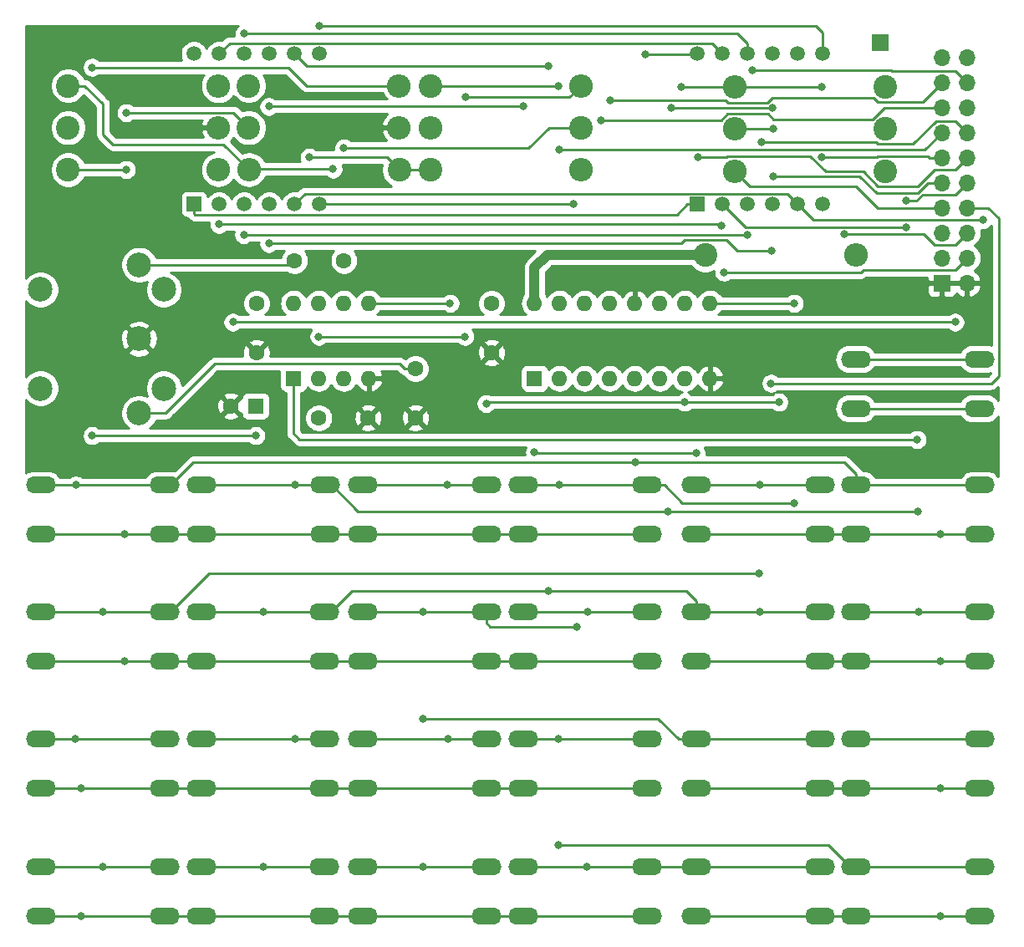
<source format=gbr>
G04 #@! TF.GenerationSoftware,KiCad,Pcbnew,(5.1.2-1)-1*
G04 #@! TF.CreationDate,2020-12-13T23:00:28+01:00*
G04 #@! TF.ProjectId,s1clone,7331636c-6f6e-4652-9e6b-696361645f70,rev?*
G04 #@! TF.SameCoordinates,Original*
G04 #@! TF.FileFunction,Copper,L2,Bot*
G04 #@! TF.FilePolarity,Positive*
%FSLAX46Y46*%
G04 Gerber Fmt 4.6, Leading zero omitted, Abs format (unit mm)*
G04 Created by KiCad (PCBNEW (5.1.2-1)-1) date 2020-12-13 23:00:28*
%MOMM*%
%LPD*%
G04 APERTURE LIST*
%ADD10O,2.400000X2.400000*%
%ADD11C,2.400000*%
%ADD12O,3.048000X1.727200*%
%ADD13O,1.600000X1.600000*%
%ADD14R,1.600000X1.600000*%
%ADD15C,1.500000*%
%ADD16R,1.500000X1.500000*%
%ADD17C,2.500000*%
%ADD18R,1.700000X1.700000*%
%ADD19O,1.700000X1.700000*%
%ADD20C,1.600000*%
%ADD21C,0.800000*%
%ADD22C,0.250000*%
%ADD23C,1.000000*%
%ADD24C,0.254000*%
G04 APERTURE END LIST*
D10*
X160440000Y-75400000D03*
D11*
X145200000Y-75400000D03*
D12*
X77900000Y-129450000D03*
X77900000Y-124450000D03*
X90400000Y-129450000D03*
X90400000Y-124450000D03*
D13*
X103500000Y-80280000D03*
X111120000Y-87900000D03*
X106040000Y-80280000D03*
X108580000Y-87900000D03*
X108580000Y-80280000D03*
X106040000Y-87900000D03*
X111120000Y-80280000D03*
D14*
X103500000Y-87900000D03*
D13*
X127900000Y-80280000D03*
X145680000Y-87900000D03*
X130440000Y-80280000D03*
X143140000Y-87900000D03*
X132980000Y-80280000D03*
X140600000Y-87900000D03*
X135520000Y-80280000D03*
X138060000Y-87900000D03*
X138060000Y-80280000D03*
X135520000Y-87900000D03*
X140600000Y-80280000D03*
X132980000Y-87900000D03*
X143140000Y-80280000D03*
X130440000Y-87900000D03*
X145680000Y-80280000D03*
D14*
X127900000Y-87900000D03*
D15*
X144400000Y-55010000D03*
X146940000Y-55010000D03*
X149480000Y-55010000D03*
X152020000Y-55010000D03*
X154560000Y-55010000D03*
X157100000Y-55010000D03*
X157100000Y-70250000D03*
X154560000Y-70250000D03*
X152020000Y-70250000D03*
X149480000Y-70250000D03*
X146940000Y-70250000D03*
D16*
X144400000Y-70250000D03*
D15*
X93400000Y-55010000D03*
X95940000Y-55010000D03*
X98480000Y-55010000D03*
X101020000Y-55010000D03*
X103560000Y-55010000D03*
X106100000Y-55010000D03*
X106100000Y-70250000D03*
X103560000Y-70250000D03*
X101020000Y-70250000D03*
X98480000Y-70250000D03*
X95940000Y-70250000D03*
D16*
X93400000Y-70250000D03*
D12*
X160450000Y-90950000D03*
X160450000Y-85950000D03*
X172950000Y-90950000D03*
X172950000Y-85950000D03*
X77900000Y-116550000D03*
X77900000Y-111550000D03*
X90400000Y-116550000D03*
X90400000Y-111550000D03*
X144300000Y-103700000D03*
X144300000Y-98700000D03*
X156800000Y-103700000D03*
X156800000Y-98700000D03*
X77900000Y-142350000D03*
X77900000Y-137350000D03*
X90400000Y-142350000D03*
X90400000Y-137350000D03*
X94150000Y-116550000D03*
X94150000Y-111550000D03*
X106650000Y-116550000D03*
X106650000Y-111550000D03*
X144300000Y-116550000D03*
X144300000Y-111550000D03*
X156800000Y-116550000D03*
X156800000Y-111550000D03*
X94150000Y-142350000D03*
X94150000Y-137350000D03*
X106650000Y-142350000D03*
X106650000Y-137350000D03*
X110500000Y-116550000D03*
X110500000Y-111550000D03*
X123000000Y-116550000D03*
X123000000Y-111550000D03*
X144300000Y-129450000D03*
X144300000Y-124450000D03*
X156800000Y-129450000D03*
X156800000Y-124450000D03*
X110500000Y-142350000D03*
X110500000Y-137350000D03*
X123000000Y-142350000D03*
X123000000Y-137350000D03*
X126800000Y-116550000D03*
X126800000Y-111550000D03*
X139300000Y-116550000D03*
X139300000Y-111550000D03*
X144300000Y-142350000D03*
X144300000Y-137350000D03*
X156800000Y-142350000D03*
X156800000Y-137350000D03*
X126800000Y-142350000D03*
X126800000Y-137350000D03*
X139300000Y-142350000D03*
X139300000Y-137350000D03*
X77900000Y-103700000D03*
X77900000Y-98700000D03*
X90400000Y-103700000D03*
X90400000Y-98700000D03*
X160500000Y-103700000D03*
X160500000Y-98700000D03*
X173000000Y-103700000D03*
X173000000Y-98700000D03*
X94200000Y-103700000D03*
X94200000Y-98700000D03*
X106700000Y-103700000D03*
X106700000Y-98700000D03*
X160500000Y-116550000D03*
X160500000Y-111550000D03*
X173000000Y-116550000D03*
X173000000Y-111550000D03*
X94150000Y-129450000D03*
X94150000Y-124450000D03*
X106650000Y-129450000D03*
X106650000Y-124450000D03*
X110550000Y-103700000D03*
X110550000Y-98700000D03*
X123050000Y-103700000D03*
X123050000Y-98700000D03*
X160500000Y-129450000D03*
X160500000Y-124450000D03*
X173000000Y-129450000D03*
X173000000Y-124450000D03*
X110500000Y-129450000D03*
X110500000Y-124450000D03*
X123000000Y-129450000D03*
X123000000Y-124450000D03*
X126800000Y-103700000D03*
X126800000Y-98700000D03*
X139300000Y-103700000D03*
X139300000Y-98700000D03*
X160500000Y-142350000D03*
X160500000Y-137350000D03*
X173000000Y-142350000D03*
X173000000Y-137350000D03*
X126800000Y-129450000D03*
X126800000Y-124450000D03*
X139300000Y-129450000D03*
X139300000Y-124450000D03*
D10*
X114190000Y-62500000D03*
D11*
X98950000Y-62500000D03*
D10*
X95890000Y-66750000D03*
D11*
X80650000Y-66750000D03*
D10*
X95890000Y-62500000D03*
D11*
X80650000Y-62500000D03*
D10*
X114190000Y-58250000D03*
D11*
X98950000Y-58250000D03*
D10*
X117360000Y-62500000D03*
D11*
X132600000Y-62500000D03*
D10*
X132590000Y-66750000D03*
D11*
X117350000Y-66750000D03*
D10*
X148160000Y-58350000D03*
D11*
X163400000Y-58350000D03*
D10*
X132590000Y-58250000D03*
D11*
X117350000Y-58250000D03*
D10*
X98960000Y-66750000D03*
D11*
X114200000Y-66750000D03*
D10*
X148160000Y-62650000D03*
D11*
X163400000Y-62650000D03*
D10*
X95890000Y-58250000D03*
D11*
X80650000Y-58250000D03*
D10*
X148160000Y-66900000D03*
D11*
X163400000Y-66900000D03*
D17*
X77850000Y-78900000D03*
X77850000Y-88900000D03*
X90350000Y-78900000D03*
X87850000Y-91400000D03*
X87850000Y-83900000D03*
X90350000Y-88900000D03*
X87850000Y-76400000D03*
D18*
X162950000Y-53900000D03*
D19*
X171690000Y-55390000D03*
X169150000Y-55390000D03*
X171690000Y-57930000D03*
X169150000Y-57930000D03*
X171690000Y-60470000D03*
X169150000Y-60470000D03*
X171690000Y-63010000D03*
X169150000Y-63010000D03*
X171690000Y-65550000D03*
X169150000Y-65550000D03*
X171690000Y-68090000D03*
X169150000Y-68090000D03*
X171690000Y-70630000D03*
X169150000Y-70630000D03*
X171690000Y-73170000D03*
X169150000Y-73170000D03*
X171690000Y-75710000D03*
X169150000Y-75710000D03*
X171690000Y-78250000D03*
D18*
X169150000Y-78250000D03*
D20*
X123550000Y-80300000D03*
X123550000Y-85300000D03*
X99750000Y-80300000D03*
X99750000Y-85300000D03*
X115850000Y-91900000D03*
X115850000Y-86900000D03*
X108600000Y-75950000D03*
X103600000Y-75950000D03*
X97150000Y-90700000D03*
D14*
X99650000Y-90700000D03*
D20*
X111050000Y-91900000D03*
X106050000Y-91900000D03*
D21*
X106050000Y-83650000D03*
X120850000Y-83650000D03*
X120900000Y-59400000D03*
X83100000Y-93700000D03*
X99650000Y-93700000D03*
X83100000Y-56400000D03*
X108600000Y-64550000D03*
X86550000Y-61000000D03*
X86550000Y-66750000D03*
X98450000Y-73350000D03*
X149450000Y-73350000D03*
X150000000Y-56700000D03*
X135600000Y-59700000D03*
X173300000Y-71850000D03*
X134650000Y-61750000D03*
X98500000Y-53000000D03*
X150900000Y-64000000D03*
X130400000Y-64750000D03*
X144450000Y-65475000D03*
X152100000Y-62650000D03*
X152100000Y-67400000D03*
X169050000Y-103700000D03*
X169050000Y-116550000D03*
X169050000Y-129450000D03*
X169000000Y-142350000D03*
X101000000Y-74250000D03*
X151925000Y-74950000D03*
X151850000Y-88400000D03*
X82000000Y-129450000D03*
X82000000Y-142350000D03*
X106100000Y-52225000D03*
X159250000Y-73300000D03*
X166650000Y-94100000D03*
X95890000Y-58250000D03*
X147100000Y-77150000D03*
X97350000Y-82200000D03*
X170500000Y-82200000D03*
X107500000Y-66700000D03*
X105100000Y-65500000D03*
X130300000Y-58250000D03*
X119350000Y-80300000D03*
X130350000Y-124450000D03*
X130400000Y-98700000D03*
X130350000Y-135200000D03*
X154200000Y-100500000D03*
X154200000Y-80300000D03*
X143100000Y-90300000D03*
X123000000Y-90450000D03*
X152650000Y-90300000D03*
X119150000Y-124450000D03*
X119100000Y-98700000D03*
X103650000Y-98700000D03*
X103650000Y-124450000D03*
X141450000Y-101350000D03*
X166800000Y-111550000D03*
X166700000Y-101350000D03*
X141750000Y-60500000D03*
X152000000Y-60500000D03*
X138100000Y-96400000D03*
X139150000Y-55050000D03*
X81450000Y-98700000D03*
X81350000Y-124450000D03*
X133200000Y-137350000D03*
X133250000Y-111550000D03*
X131850000Y-70250000D03*
X116600000Y-137350000D03*
X116600000Y-111550000D03*
X116600000Y-122350000D03*
X132150000Y-113050000D03*
X129300000Y-56300000D03*
X100400000Y-137350000D03*
X100400000Y-111550000D03*
X129300000Y-109450000D03*
X150700000Y-111550000D03*
X126750000Y-60350000D03*
X101000000Y-60350000D03*
X84150000Y-137350000D03*
X84200000Y-111550000D03*
X150600000Y-107650000D03*
X150700000Y-98700000D03*
X144250000Y-95450000D03*
X127900000Y-95400000D03*
X142750000Y-58400000D03*
X157000000Y-58350000D03*
X157000000Y-65500000D03*
X86400000Y-103700000D03*
X86400000Y-116550000D03*
X95950000Y-72300000D03*
X146850000Y-72400000D03*
X165550000Y-72575000D03*
X165550000Y-69900000D03*
D22*
X106050000Y-83650000D02*
X120850000Y-83650000D01*
X131440000Y-59400000D02*
X132590000Y-58250000D01*
X120900000Y-59400000D02*
X131440000Y-59400000D01*
X83100000Y-93700000D02*
X99650000Y-93700000D01*
X114190000Y-58250000D02*
X104800000Y-58250000D01*
X102950000Y-56400000D02*
X83100000Y-56400000D01*
X104800000Y-58250000D02*
X102950000Y-56400000D01*
X108600000Y-64550000D02*
X127300000Y-64550000D01*
X129350000Y-62500000D02*
X132600000Y-62500000D01*
X127300000Y-64550000D02*
X129350000Y-62500000D01*
X103150000Y-76400000D02*
X103600000Y-75950000D01*
X87850000Y-76400000D02*
X103150000Y-76400000D01*
X114718630Y-86900000D02*
X115850000Y-86900000D01*
X114243631Y-86425001D02*
X114718630Y-86900000D01*
X90517766Y-91400000D02*
X95492765Y-86425001D01*
X95492765Y-86425001D02*
X114243631Y-86425001D01*
X87850000Y-91400000D02*
X90517766Y-91400000D01*
X97424999Y-60974999D02*
X86575001Y-60974999D01*
X86575001Y-60974999D02*
X86550000Y-61000000D01*
X98950000Y-62500000D02*
X97424999Y-60974999D01*
X86550000Y-66750000D02*
X80650000Y-66750000D01*
X98450000Y-73350000D02*
X149450000Y-73350000D01*
X170840001Y-57080001D02*
X171690000Y-57930000D01*
X164062001Y-56754999D02*
X170514999Y-56754999D01*
X170514999Y-56754999D02*
X170840001Y-57080001D01*
X164007002Y-56700000D02*
X164062001Y-56754999D01*
X150000000Y-56700000D02*
X164007002Y-56700000D01*
X162667999Y-59875001D02*
X167204999Y-59875001D01*
X167204999Y-59875001D02*
X169150000Y-57930000D01*
X151476998Y-59950000D02*
X151976998Y-59450000D01*
X151976998Y-59450000D02*
X162242998Y-59450000D01*
X147502998Y-59950000D02*
X151476998Y-59950000D01*
X147252998Y-59700000D02*
X147502998Y-59950000D01*
X162242998Y-59450000D02*
X162667999Y-59875001D01*
X135600000Y-59700000D02*
X147252998Y-59700000D01*
X153484999Y-69174999D02*
X153810001Y-69500001D01*
X153810001Y-69500001D02*
X154560000Y-70250000D01*
X104635001Y-69174999D02*
X153484999Y-69174999D01*
X103560000Y-70250000D02*
X104635001Y-69174999D01*
X154560000Y-70250000D02*
X156160000Y-71850000D01*
X156160000Y-71850000D02*
X173300000Y-71850000D01*
X167947919Y-60470000D02*
X169150000Y-60470000D01*
X163322998Y-60470000D02*
X167947919Y-60470000D01*
X162142998Y-61650000D02*
X163322998Y-60470000D01*
X152076998Y-61650000D02*
X162142998Y-61650000D01*
X151551997Y-61124999D02*
X152076998Y-61650000D01*
X147427999Y-61124999D02*
X151551997Y-61124999D01*
X146802998Y-61750000D02*
X147427999Y-61124999D01*
X134650000Y-61750000D02*
X146802998Y-61750000D01*
X149480000Y-53949340D02*
X148480660Y-52950000D01*
X149480000Y-55010000D02*
X149480000Y-53949340D01*
X98550000Y-52950000D02*
X98500000Y-53000000D01*
X148480660Y-52950000D02*
X98550000Y-52950000D01*
X170840001Y-62160001D02*
X171690000Y-63010000D01*
X168585999Y-61834999D02*
X170514999Y-61834999D01*
X170514999Y-61834999D02*
X170840001Y-62160001D01*
X166245997Y-64175001D02*
X168585999Y-61834999D01*
X162667999Y-64175001D02*
X166245997Y-64175001D01*
X162492998Y-64000000D02*
X162667999Y-64175001D01*
X150900000Y-64000000D02*
X162492998Y-64000000D01*
X167410000Y-64750000D02*
X169150000Y-63010000D01*
X130400000Y-64750000D02*
X167410000Y-64750000D01*
X143400000Y-70250000D02*
X144400000Y-70250000D01*
X142324999Y-71325001D02*
X143400000Y-70250000D01*
X93475001Y-71325001D02*
X142324999Y-71325001D01*
X93400000Y-71250000D02*
X93475001Y-71325001D01*
X93400000Y-70250000D02*
X93400000Y-71250000D01*
X170840001Y-66399999D02*
X171690000Y-65550000D01*
X170514999Y-66725001D02*
X170840001Y-66399999D01*
X161192988Y-66949990D02*
X162667999Y-68425001D01*
X168424999Y-66725001D02*
X170514999Y-66725001D01*
X162667999Y-68425001D02*
X166724999Y-68425001D01*
X157376988Y-66949990D02*
X161192988Y-66949990D01*
X155801997Y-65374999D02*
X157376988Y-66949990D01*
X166724999Y-68425001D02*
X168424999Y-66725001D01*
X147427999Y-65374999D02*
X155801997Y-65374999D01*
X147327998Y-65475000D02*
X147427999Y-65374999D01*
X144450000Y-65475000D02*
X147327998Y-65475000D01*
X156800000Y-103700000D02*
X144300000Y-103700000D01*
X144300000Y-116550000D02*
X156800000Y-116550000D01*
X146074000Y-129450000D02*
X156800000Y-129450000D01*
X144300000Y-129450000D02*
X146074000Y-129450000D01*
X144300000Y-142350000D02*
X156800000Y-142350000D01*
X160500000Y-129450000D02*
X162274000Y-129450000D01*
X158574000Y-142350000D02*
X160500000Y-142350000D01*
X156800000Y-142350000D02*
X158574000Y-142350000D01*
X158574000Y-129450000D02*
X160500000Y-129450000D01*
X156800000Y-129450000D02*
X158574000Y-129450000D01*
X156800000Y-116550000D02*
X160500000Y-116550000D01*
X158574000Y-103700000D02*
X160500000Y-103700000D01*
X156800000Y-103700000D02*
X158574000Y-103700000D01*
X148160000Y-62650000D02*
X152100000Y-62650000D01*
X166700000Y-69150000D02*
X167760000Y-68090000D01*
X167760000Y-68090000D02*
X169150000Y-68090000D01*
X160800000Y-67400000D02*
X162550000Y-69150000D01*
X162550000Y-69150000D02*
X166700000Y-69150000D01*
X152100000Y-67400000D02*
X160800000Y-67400000D01*
X160500000Y-103700000D02*
X169050000Y-103700000D01*
X169050000Y-103700000D02*
X173000000Y-103700000D01*
X169050000Y-116550000D02*
X173000000Y-116550000D01*
X160500000Y-116550000D02*
X169050000Y-116550000D01*
X169050000Y-129450000D02*
X173000000Y-129450000D01*
X162274000Y-129450000D02*
X169050000Y-129450000D01*
X169000000Y-142350000D02*
X173000000Y-142350000D01*
X160500000Y-142350000D02*
X169000000Y-142350000D01*
X101000000Y-74250000D02*
X142750000Y-74250000D01*
X143125001Y-73874999D02*
X147374999Y-73874999D01*
X142750000Y-74250000D02*
X143125001Y-73874999D01*
X147374999Y-73874999D02*
X148450000Y-74950000D01*
X148450000Y-74950000D02*
X150050000Y-74950000D01*
X150050000Y-74950000D02*
X151925000Y-74950000D01*
X171690000Y-70630000D02*
X173880000Y-70630000D01*
X173880000Y-70630000D02*
X174900000Y-71650000D01*
X174900000Y-71650000D02*
X174900000Y-87650000D01*
X174900000Y-87650000D02*
X174150000Y-88400000D01*
X174150000Y-88400000D02*
X151850000Y-88400000D01*
X151850000Y-88400000D02*
X151850000Y-88400000D01*
X77900000Y-142350000D02*
X78560400Y-142350000D01*
X92174000Y-142350000D02*
X94150000Y-142350000D01*
X90400000Y-142350000D02*
X92174000Y-142350000D01*
X106650000Y-142350000D02*
X110500000Y-142350000D01*
X110500000Y-142350000D02*
X123000000Y-142350000D01*
X123000000Y-142350000D02*
X126800000Y-142350000D01*
X128574000Y-142350000D02*
X139300000Y-142350000D01*
X126800000Y-142350000D02*
X128574000Y-142350000D01*
X77900000Y-129450000D02*
X79674000Y-129450000D01*
X90400000Y-129450000D02*
X94150000Y-129450000D01*
X94150000Y-129450000D02*
X106650000Y-129450000D01*
X108726000Y-129450000D02*
X106650000Y-129450000D01*
X110500000Y-129450000D02*
X108726000Y-129450000D01*
X110500000Y-129450000D02*
X123000000Y-129450000D01*
X124774000Y-129450000D02*
X126800000Y-129450000D01*
X123000000Y-129450000D02*
X124774000Y-129450000D01*
X126800000Y-129450000D02*
X139300000Y-129450000D01*
X84000000Y-142350000D02*
X90400000Y-142350000D01*
X83950000Y-129450000D02*
X90400000Y-129450000D01*
X79674000Y-129450000D02*
X82000000Y-129450000D01*
X94150000Y-142350000D02*
X106650000Y-142350000D01*
X82150000Y-142350000D02*
X84000000Y-142350000D01*
X82000000Y-129450000D02*
X83950000Y-129450000D01*
X82000000Y-142350000D02*
X82150000Y-142350000D01*
X78560400Y-142350000D02*
X82000000Y-142350000D01*
X149685001Y-68425001D02*
X160425001Y-68425001D01*
X148160000Y-66900000D02*
X149685001Y-68425001D01*
X162630000Y-70630000D02*
X169150000Y-70630000D01*
X160425001Y-68425001D02*
X162630000Y-70630000D01*
X106100000Y-52225000D02*
X156425000Y-52225000D01*
X157100000Y-52900000D02*
X157100000Y-55010000D01*
X156425000Y-52225000D02*
X157100000Y-52900000D01*
X170840001Y-74019999D02*
X171690000Y-73170000D01*
X170514999Y-74345001D02*
X170840001Y-74019999D01*
X168396001Y-74345001D02*
X170514999Y-74345001D01*
X167351000Y-73300000D02*
X168396001Y-74345001D01*
X159250000Y-73300000D02*
X167351000Y-73300000D01*
X103500000Y-88950000D02*
X103450000Y-89000000D01*
X103500000Y-87900000D02*
X103500000Y-88950000D01*
X103450000Y-89000000D02*
X103450000Y-93450000D01*
X104100000Y-94100000D02*
X166650000Y-94100000D01*
X103450000Y-93450000D02*
X104100000Y-94100000D01*
X145864999Y-53934999D02*
X146190001Y-54260001D01*
X146190001Y-54260001D02*
X146940000Y-55010000D01*
X97015001Y-53934999D02*
X145864999Y-53934999D01*
X95940000Y-55010000D02*
X97015001Y-53934999D01*
X170514999Y-76885001D02*
X170840001Y-76559999D01*
X161212001Y-76885001D02*
X170514999Y-76885001D01*
X160947002Y-77150000D02*
X161212001Y-76885001D01*
X170840001Y-76559999D02*
X171690000Y-75710000D01*
X147100000Y-77150000D02*
X160947002Y-77150000D01*
X97350000Y-82200000D02*
X170500000Y-82200000D01*
X162224000Y-90950000D02*
X172950000Y-90950000D01*
X160450000Y-90950000D02*
X162224000Y-90950000D01*
X99010000Y-66700000D02*
X98960000Y-66750000D01*
X107500000Y-66700000D02*
X99010000Y-66700000D01*
X98960000Y-66750000D02*
X96410010Y-64200010D01*
X82347056Y-58250000D02*
X84200000Y-60102944D01*
X80650000Y-58250000D02*
X82347056Y-58250000D01*
X84200000Y-63200020D02*
X85199990Y-64200010D01*
X84200000Y-60102944D02*
X84200000Y-63200020D01*
X96410010Y-64200010D02*
X85199990Y-64200010D01*
X114200000Y-66750000D02*
X117350000Y-66750000D01*
X112950000Y-65500000D02*
X114200000Y-66750000D01*
X105100000Y-65500000D02*
X112950000Y-65500000D01*
X130300000Y-58250000D02*
X117350000Y-58250000D01*
X119330000Y-80280000D02*
X119350000Y-80300000D01*
X111120000Y-80280000D02*
X119330000Y-80280000D01*
X172950000Y-85950000D02*
X160450000Y-85950000D01*
X173000000Y-137350000D02*
X160500000Y-137350000D01*
X126800000Y-124450000D02*
X130350000Y-124450000D01*
X130350000Y-124450000D02*
X139300000Y-124450000D01*
X130400000Y-98700000D02*
X139300000Y-98700000D01*
X126800000Y-98700000D02*
X130400000Y-98700000D01*
X156991348Y-135200000D02*
X130350000Y-135200000D01*
X157689600Y-135200000D02*
X156991348Y-135200000D01*
X159839600Y-137350000D02*
X157689600Y-135200000D01*
X160500000Y-137350000D02*
X159839600Y-137350000D01*
X143758652Y-100500000D02*
X154200000Y-100500000D01*
X142874000Y-100500000D02*
X143758652Y-100500000D01*
X141074000Y-98700000D02*
X142874000Y-100500000D01*
X139300000Y-98700000D02*
X141074000Y-98700000D01*
X145680000Y-80280000D02*
X154180000Y-80280000D01*
X154180000Y-80280000D02*
X154200000Y-80300000D01*
X171226000Y-124450000D02*
X160500000Y-124450000D01*
X173000000Y-124450000D02*
X171226000Y-124450000D01*
X123150000Y-90300000D02*
X123000000Y-90450000D01*
X143100000Y-90300000D02*
X123150000Y-90300000D01*
X152650000Y-90300000D02*
X143100000Y-90300000D01*
X110500000Y-124450000D02*
X119150000Y-124450000D01*
X119150000Y-124450000D02*
X123000000Y-124450000D01*
X119100000Y-98700000D02*
X123050000Y-98700000D01*
X110550000Y-98700000D02*
X119100000Y-98700000D01*
X173000000Y-111550000D02*
X171226000Y-111550000D01*
X94200000Y-98700000D02*
X103650000Y-98700000D01*
X103650000Y-98700000D02*
X106700000Y-98700000D01*
X103650000Y-124450000D02*
X106650000Y-124450000D01*
X94150000Y-124450000D02*
X103650000Y-124450000D01*
X107360400Y-98700000D02*
X110010400Y-101350000D01*
X110010400Y-101350000D02*
X141450000Y-101350000D01*
X106700000Y-98700000D02*
X107360400Y-98700000D01*
X166800000Y-111550000D02*
X160500000Y-111550000D01*
X171226000Y-111550000D02*
X166800000Y-111550000D01*
X165650000Y-101350000D02*
X141450000Y-101350000D01*
X166700000Y-101350000D02*
X165650000Y-101350000D01*
X141750000Y-60500000D02*
X152000000Y-60500000D01*
X77900000Y-98700000D02*
X81450000Y-98700000D01*
X171226000Y-98700000D02*
X160500000Y-98700000D01*
X173000000Y-98700000D02*
X171226000Y-98700000D01*
X94158652Y-96400000D02*
X138100000Y-96400000D01*
X91060400Y-98700000D02*
X93360400Y-96400000D01*
X93360400Y-96400000D02*
X94158652Y-96400000D01*
X90400000Y-98700000D02*
X91060400Y-98700000D01*
X160500000Y-97586400D02*
X160500000Y-98700000D01*
X159313600Y-96400000D02*
X160500000Y-97586400D01*
X138100000Y-96400000D02*
X159313600Y-96400000D01*
X144360000Y-55050000D02*
X144400000Y-55010000D01*
X139150000Y-55050000D02*
X144360000Y-55050000D01*
X81450000Y-98700000D02*
X90400000Y-98700000D01*
X81350000Y-124450000D02*
X90400000Y-124450000D01*
X77900000Y-124450000D02*
X81350000Y-124450000D01*
X144300000Y-137350000D02*
X156800000Y-137350000D01*
X126800000Y-137350000D02*
X128574000Y-137350000D01*
X141074000Y-137350000D02*
X144300000Y-137350000D01*
X139300000Y-137350000D02*
X141074000Y-137350000D01*
X128574000Y-137350000D02*
X133200000Y-137350000D01*
X133200000Y-137350000D02*
X139300000Y-137350000D01*
X133250000Y-111550000D02*
X139300000Y-111550000D01*
X126800000Y-111550000D02*
X133250000Y-111550000D01*
X131850000Y-70250000D02*
X106100000Y-70250000D01*
X110500000Y-111550000D02*
X112274000Y-111550000D01*
X158158652Y-124450000D02*
X156800000Y-124450000D01*
X144300000Y-124450000D02*
X158158652Y-124450000D01*
X110500000Y-137350000D02*
X116600000Y-137350000D01*
X116600000Y-137350000D02*
X123000000Y-137350000D01*
X116450000Y-111550000D02*
X123000000Y-111550000D01*
X112274000Y-111550000D02*
X116450000Y-111550000D01*
X140426000Y-122350000D02*
X139541348Y-122350000D01*
X142526000Y-124450000D02*
X140426000Y-122350000D01*
X139541348Y-122350000D02*
X116600000Y-122350000D01*
X144300000Y-124450000D02*
X142526000Y-124450000D01*
X123000000Y-112663600D02*
X123000000Y-111550000D01*
X123386400Y-113050000D02*
X123000000Y-112663600D01*
X132150000Y-113050000D02*
X123386400Y-113050000D01*
X104850000Y-56300000D02*
X103560000Y-55010000D01*
X129300000Y-56300000D02*
X104850000Y-56300000D01*
X94150000Y-111550000D02*
X95924000Y-111550000D01*
X94150000Y-137350000D02*
X95924000Y-137350000D01*
X95924000Y-137350000D02*
X100400000Y-137350000D01*
X100400000Y-137350000D02*
X106650000Y-137350000D01*
X100400000Y-111550000D02*
X106650000Y-111550000D01*
X95924000Y-111550000D02*
X100400000Y-111550000D01*
X107310400Y-111550000D02*
X109410400Y-109450000D01*
X109410400Y-109450000D02*
X129300000Y-109450000D01*
X106650000Y-111550000D02*
X107310400Y-111550000D01*
X144300000Y-110436400D02*
X144300000Y-111550000D01*
X143313600Y-109450000D02*
X144300000Y-110436400D01*
X129300000Y-109450000D02*
X143313600Y-109450000D01*
X144300000Y-111550000D02*
X150700000Y-111550000D01*
X150700000Y-111550000D02*
X156800000Y-111550000D01*
X126750000Y-60350000D02*
X101000000Y-60350000D01*
X77900000Y-111550000D02*
X79674000Y-111550000D01*
X85950000Y-137350000D02*
X90400000Y-137350000D01*
X86000000Y-111550000D02*
X90400000Y-111550000D01*
X77900000Y-137350000D02*
X84150000Y-137350000D01*
X84150000Y-137350000D02*
X85950000Y-137350000D01*
X84200000Y-111550000D02*
X86000000Y-111550000D01*
X79674000Y-111550000D02*
X84200000Y-111550000D01*
X95708652Y-107650000D02*
X150600000Y-107650000D01*
X94960400Y-107650000D02*
X95708652Y-107650000D01*
X91060400Y-111550000D02*
X94960400Y-107650000D01*
X90400000Y-111550000D02*
X91060400Y-111550000D01*
X150700000Y-98700000D02*
X156800000Y-98700000D01*
X144300000Y-98700000D02*
X150700000Y-98700000D01*
X127950000Y-95450000D02*
X127900000Y-95400000D01*
X144250000Y-95450000D02*
X127950000Y-95450000D01*
D23*
X129200000Y-75400000D02*
X145200000Y-75400000D01*
X127900000Y-76700000D02*
X129200000Y-75400000D01*
X127900000Y-80280000D02*
X127900000Y-76700000D01*
D22*
X90400000Y-116550000D02*
X94150000Y-116550000D01*
X95924000Y-116550000D02*
X106650000Y-116550000D01*
X94150000Y-116550000D02*
X95924000Y-116550000D01*
X108424000Y-116550000D02*
X110500000Y-116550000D01*
X106650000Y-116550000D02*
X108424000Y-116550000D01*
X112274000Y-116550000D02*
X123000000Y-116550000D01*
X110500000Y-116550000D02*
X112274000Y-116550000D01*
X124774000Y-116550000D02*
X126800000Y-116550000D01*
X123000000Y-116550000D02*
X124774000Y-116550000D01*
X126800000Y-116550000D02*
X139300000Y-116550000D01*
X77900000Y-103700000D02*
X86400000Y-103700000D01*
X90400000Y-103700000D02*
X94200000Y-103700000D01*
X94200000Y-103700000D02*
X106700000Y-103700000D01*
X108474000Y-103700000D02*
X110550000Y-103700000D01*
X106700000Y-103700000D02*
X108474000Y-103700000D01*
X110550000Y-103700000D02*
X123050000Y-103700000D01*
X124824000Y-103700000D02*
X126800000Y-103700000D01*
X123050000Y-103700000D02*
X124824000Y-103700000D01*
X128574000Y-103700000D02*
X139300000Y-103700000D01*
X126800000Y-103700000D02*
X128574000Y-103700000D01*
X148110000Y-58400000D02*
X148160000Y-58350000D01*
X142750000Y-58400000D02*
X148110000Y-58400000D01*
X148160000Y-58350000D02*
X157000000Y-58350000D01*
X167772918Y-65374999D02*
X167947919Y-65550000D01*
X162667999Y-65374999D02*
X167772918Y-65374999D01*
X162542998Y-65500000D02*
X162667999Y-65374999D01*
X167947919Y-65550000D02*
X169150000Y-65550000D01*
X157000000Y-65500000D02*
X162542998Y-65500000D01*
X86400000Y-103700000D02*
X90400000Y-103700000D01*
X86400000Y-116550000D02*
X90400000Y-116550000D01*
X77900000Y-116550000D02*
X86400000Y-116550000D01*
X146750000Y-72300000D02*
X146850000Y-72400000D01*
X95950000Y-72300000D02*
X146750000Y-72300000D01*
X149265000Y-72575000D02*
X165550000Y-72575000D01*
X146940000Y-70250000D02*
X149265000Y-72575000D01*
X167221409Y-69265001D02*
X170514999Y-69265001D01*
X166586410Y-69900000D02*
X167221409Y-69265001D01*
X170840001Y-68939999D02*
X171690000Y-68090000D01*
X170514999Y-69265001D02*
X170840001Y-68939999D01*
X165550000Y-69900000D02*
X166586410Y-69900000D01*
D24*
G36*
X97840226Y-52196063D02*
G01*
X97696063Y-52340226D01*
X97582795Y-52509744D01*
X97504774Y-52698102D01*
X97465000Y-52898061D01*
X97465000Y-53101939D01*
X97479532Y-53174999D01*
X97052323Y-53174999D01*
X97015001Y-53171323D01*
X96977678Y-53174999D01*
X96977668Y-53174999D01*
X96866015Y-53185996D01*
X96722754Y-53229453D01*
X96590724Y-53300025D01*
X96573250Y-53314366D01*
X96475000Y-53394998D01*
X96451202Y-53423996D01*
X96221365Y-53653833D01*
X96076411Y-53625000D01*
X95803589Y-53625000D01*
X95536011Y-53678225D01*
X95283957Y-53782629D01*
X95057114Y-53934201D01*
X94864201Y-54127114D01*
X94712629Y-54353957D01*
X94670000Y-54456873D01*
X94627371Y-54353957D01*
X94475799Y-54127114D01*
X94282886Y-53934201D01*
X94056043Y-53782629D01*
X93803989Y-53678225D01*
X93536411Y-53625000D01*
X93263589Y-53625000D01*
X92996011Y-53678225D01*
X92743957Y-53782629D01*
X92517114Y-53934201D01*
X92324201Y-54127114D01*
X92172629Y-54353957D01*
X92068225Y-54606011D01*
X92015000Y-54873589D01*
X92015000Y-55146411D01*
X92068225Y-55413989D01*
X92161842Y-55640000D01*
X83803711Y-55640000D01*
X83759774Y-55596063D01*
X83590256Y-55482795D01*
X83401898Y-55404774D01*
X83201939Y-55365000D01*
X82998061Y-55365000D01*
X82798102Y-55404774D01*
X82609744Y-55482795D01*
X82440226Y-55596063D01*
X82296063Y-55740226D01*
X82182795Y-55909744D01*
X82104774Y-56098102D01*
X82065000Y-56298061D01*
X82065000Y-56501939D01*
X82104774Y-56701898D01*
X82182795Y-56890256D01*
X82296063Y-57059774D01*
X82440226Y-57203937D01*
X82609744Y-57317205D01*
X82798102Y-57395226D01*
X82998061Y-57435000D01*
X83201939Y-57435000D01*
X83401898Y-57395226D01*
X83590256Y-57317205D01*
X83759774Y-57203937D01*
X83803711Y-57160000D01*
X94410704Y-57160000D01*
X94356871Y-57225596D01*
X94186479Y-57544378D01*
X94081552Y-57890277D01*
X94046122Y-58250000D01*
X94081552Y-58609723D01*
X94186479Y-58955622D01*
X94356871Y-59274404D01*
X94586181Y-59553819D01*
X94865596Y-59783129D01*
X95184378Y-59953521D01*
X95530277Y-60058448D01*
X95799861Y-60085000D01*
X95980139Y-60085000D01*
X96249723Y-60058448D01*
X96595622Y-59953521D01*
X96914404Y-59783129D01*
X97193819Y-59553819D01*
X97423129Y-59274404D01*
X97425093Y-59270729D01*
X97524662Y-59419744D01*
X97780256Y-59675338D01*
X98080801Y-59876156D01*
X98414750Y-60014482D01*
X98769268Y-60085000D01*
X99130732Y-60085000D01*
X99485250Y-60014482D01*
X99819199Y-59876156D01*
X100119744Y-59675338D01*
X100375338Y-59419744D01*
X100576156Y-59119199D01*
X100714482Y-58785250D01*
X100785000Y-58430732D01*
X100785000Y-58069268D01*
X100714482Y-57714750D01*
X100576156Y-57380801D01*
X100428621Y-57160000D01*
X102635199Y-57160000D01*
X104236200Y-58761002D01*
X104259999Y-58790001D01*
X104288997Y-58813799D01*
X104375723Y-58884974D01*
X104499244Y-58950998D01*
X104507753Y-58955546D01*
X104651014Y-58999003D01*
X104762667Y-59010000D01*
X104762676Y-59010000D01*
X104799999Y-59013676D01*
X104837322Y-59010000D01*
X112515545Y-59010000D01*
X112656871Y-59274404D01*
X112886181Y-59553819D01*
X112930268Y-59590000D01*
X101703711Y-59590000D01*
X101659774Y-59546063D01*
X101490256Y-59432795D01*
X101301898Y-59354774D01*
X101101939Y-59315000D01*
X100898061Y-59315000D01*
X100698102Y-59354774D01*
X100509744Y-59432795D01*
X100340226Y-59546063D01*
X100196063Y-59690226D01*
X100082795Y-59859744D01*
X100004774Y-60048102D01*
X99965000Y-60248061D01*
X99965000Y-60451939D01*
X100004774Y-60651898D01*
X100082795Y-60840256D01*
X100196063Y-61009774D01*
X100340226Y-61153937D01*
X100509744Y-61267205D01*
X100698102Y-61345226D01*
X100898061Y-61385000D01*
X101101939Y-61385000D01*
X101301898Y-61345226D01*
X101490256Y-61267205D01*
X101659774Y-61153937D01*
X101703711Y-61110000D01*
X113005421Y-61110000D01*
X112854125Y-61241954D01*
X112634361Y-61526743D01*
X112474379Y-61848934D01*
X112401805Y-62088195D01*
X112518568Y-62373000D01*
X114063000Y-62373000D01*
X114063000Y-62353000D01*
X114317000Y-62353000D01*
X114317000Y-62373000D01*
X114337000Y-62373000D01*
X114337000Y-62627000D01*
X114317000Y-62627000D01*
X114317000Y-62647000D01*
X114063000Y-62647000D01*
X114063000Y-62627000D01*
X112518568Y-62627000D01*
X112401805Y-62911805D01*
X112474379Y-63151066D01*
X112634361Y-63473257D01*
X112854125Y-63758046D01*
X112890763Y-63790000D01*
X109303711Y-63790000D01*
X109259774Y-63746063D01*
X109090256Y-63632795D01*
X108901898Y-63554774D01*
X108701939Y-63515000D01*
X108498061Y-63515000D01*
X108298102Y-63554774D01*
X108109744Y-63632795D01*
X107940226Y-63746063D01*
X107796063Y-63890226D01*
X107682795Y-64059744D01*
X107604774Y-64248102D01*
X107565000Y-64448061D01*
X107565000Y-64651939D01*
X107582516Y-64740000D01*
X105803711Y-64740000D01*
X105759774Y-64696063D01*
X105590256Y-64582795D01*
X105401898Y-64504774D01*
X105201939Y-64465000D01*
X104998061Y-64465000D01*
X104798102Y-64504774D01*
X104609744Y-64582795D01*
X104440226Y-64696063D01*
X104296063Y-64840226D01*
X104182795Y-65009744D01*
X104104774Y-65198102D01*
X104065000Y-65398061D01*
X104065000Y-65601939D01*
X104104774Y-65801898D01*
X104161978Y-65940000D01*
X100607730Y-65940000D01*
X100493129Y-65725596D01*
X100263819Y-65446181D01*
X99984404Y-65216871D01*
X99665622Y-65046479D01*
X99319723Y-64941552D01*
X99050139Y-64915000D01*
X98869861Y-64915000D01*
X98600277Y-64941552D01*
X98313382Y-65028580D01*
X97128112Y-63843311D01*
X97225875Y-63758046D01*
X97417628Y-63509556D01*
X97524662Y-63669744D01*
X97780256Y-63925338D01*
X98080801Y-64126156D01*
X98414750Y-64264482D01*
X98769268Y-64335000D01*
X99130732Y-64335000D01*
X99485250Y-64264482D01*
X99819199Y-64126156D01*
X100119744Y-63925338D01*
X100375338Y-63669744D01*
X100576156Y-63369199D01*
X100714482Y-63035250D01*
X100785000Y-62680732D01*
X100785000Y-62319268D01*
X100714482Y-61964750D01*
X100576156Y-61630801D01*
X100375338Y-61330256D01*
X100119744Y-61074662D01*
X99819199Y-60873844D01*
X99485250Y-60735518D01*
X99130732Y-60665000D01*
X98769268Y-60665000D01*
X98414750Y-60735518D01*
X98305551Y-60780750D01*
X97988803Y-60464002D01*
X97965000Y-60434998D01*
X97849275Y-60340025D01*
X97717246Y-60269453D01*
X97573985Y-60225996D01*
X97462332Y-60214999D01*
X97462321Y-60214999D01*
X97424999Y-60211323D01*
X97387677Y-60214999D01*
X87228710Y-60214999D01*
X87209774Y-60196063D01*
X87040256Y-60082795D01*
X86851898Y-60004774D01*
X86651939Y-59965000D01*
X86448061Y-59965000D01*
X86248102Y-60004774D01*
X86059744Y-60082795D01*
X85890226Y-60196063D01*
X85746063Y-60340226D01*
X85632795Y-60509744D01*
X85554774Y-60698102D01*
X85515000Y-60898061D01*
X85515000Y-61101939D01*
X85554774Y-61301898D01*
X85632795Y-61490256D01*
X85746063Y-61659774D01*
X85890226Y-61803937D01*
X86059744Y-61917205D01*
X86248102Y-61995226D01*
X86448061Y-62035000D01*
X86651939Y-62035000D01*
X86851898Y-61995226D01*
X87040256Y-61917205D01*
X87209774Y-61803937D01*
X87278712Y-61734999D01*
X94230953Y-61734999D01*
X94174379Y-61848934D01*
X94101805Y-62088195D01*
X94218568Y-62373000D01*
X95763000Y-62373000D01*
X95763000Y-62353000D01*
X96017000Y-62353000D01*
X96017000Y-62373000D01*
X96037000Y-62373000D01*
X96037000Y-62627000D01*
X96017000Y-62627000D01*
X96017000Y-62647000D01*
X95763000Y-62647000D01*
X95763000Y-62627000D01*
X94218568Y-62627000D01*
X94101805Y-62911805D01*
X94174379Y-63151066D01*
X94317852Y-63440010D01*
X85514793Y-63440010D01*
X84960000Y-62885219D01*
X84960000Y-60140277D01*
X84963677Y-60102944D01*
X84949003Y-59953958D01*
X84905546Y-59810697D01*
X84834974Y-59678668D01*
X84763799Y-59591941D01*
X84740001Y-59562943D01*
X84711004Y-59539146D01*
X82910860Y-57739003D01*
X82887057Y-57709999D01*
X82771332Y-57615026D01*
X82639303Y-57544454D01*
X82496042Y-57500997D01*
X82384389Y-57490000D01*
X82384378Y-57490000D01*
X82347056Y-57486324D01*
X82320931Y-57488897D01*
X82276156Y-57380801D01*
X82075338Y-57080256D01*
X81819744Y-56824662D01*
X81519199Y-56623844D01*
X81185250Y-56485518D01*
X80830732Y-56415000D01*
X80469268Y-56415000D01*
X80114750Y-56485518D01*
X79780801Y-56623844D01*
X79480256Y-56824662D01*
X79224662Y-57080256D01*
X79023844Y-57380801D01*
X78885518Y-57714750D01*
X78815000Y-58069268D01*
X78815000Y-58430732D01*
X78885518Y-58785250D01*
X79023844Y-59119199D01*
X79224662Y-59419744D01*
X79480256Y-59675338D01*
X79780801Y-59876156D01*
X80114750Y-60014482D01*
X80469268Y-60085000D01*
X80830732Y-60085000D01*
X81185250Y-60014482D01*
X81519199Y-59876156D01*
X81819744Y-59675338D01*
X82075338Y-59419744D01*
X82222202Y-59199947D01*
X83440000Y-60417746D01*
X83440001Y-63162688D01*
X83436324Y-63200020D01*
X83440001Y-63237353D01*
X83450998Y-63349006D01*
X83464180Y-63392462D01*
X83494454Y-63492266D01*
X83565026Y-63624296D01*
X83614845Y-63685000D01*
X83660000Y-63740021D01*
X83688998Y-63763819D01*
X84636195Y-64711018D01*
X84659989Y-64740011D01*
X84688982Y-64763805D01*
X84688986Y-64763809D01*
X84734302Y-64800998D01*
X84775714Y-64834984D01*
X84907743Y-64905556D01*
X85051004Y-64949013D01*
X85162657Y-64960010D01*
X85162666Y-64960010D01*
X85199989Y-64963686D01*
X85237312Y-64960010D01*
X95469429Y-64960010D01*
X95184378Y-65046479D01*
X94865596Y-65216871D01*
X94586181Y-65446181D01*
X94356871Y-65725596D01*
X94186479Y-66044378D01*
X94081552Y-66390277D01*
X94046122Y-66750000D01*
X94081552Y-67109723D01*
X94186479Y-67455622D01*
X94356871Y-67774404D01*
X94586181Y-68053819D01*
X94865596Y-68283129D01*
X95184378Y-68453521D01*
X95530277Y-68558448D01*
X95799861Y-68585000D01*
X95980139Y-68585000D01*
X96249723Y-68558448D01*
X96595622Y-68453521D01*
X96914404Y-68283129D01*
X97193819Y-68053819D01*
X97423129Y-67774404D01*
X97425000Y-67770904D01*
X97426871Y-67774404D01*
X97656181Y-68053819D01*
X97935596Y-68283129D01*
X98254378Y-68453521D01*
X98600277Y-68558448D01*
X98869861Y-68585000D01*
X99050139Y-68585000D01*
X99319723Y-68558448D01*
X99665622Y-68453521D01*
X99984404Y-68283129D01*
X100263819Y-68053819D01*
X100493129Y-67774404D01*
X100661181Y-67460000D01*
X106796289Y-67460000D01*
X106840226Y-67503937D01*
X107009744Y-67617205D01*
X107198102Y-67695226D01*
X107398061Y-67735000D01*
X107601939Y-67735000D01*
X107801898Y-67695226D01*
X107990256Y-67617205D01*
X108159774Y-67503937D01*
X108303937Y-67359774D01*
X108417205Y-67190256D01*
X108495226Y-67001898D01*
X108535000Y-66801939D01*
X108535000Y-66598061D01*
X108495226Y-66398102D01*
X108438022Y-66260000D01*
X112426517Y-66260000D01*
X112365000Y-66569268D01*
X112365000Y-66930732D01*
X112435518Y-67285250D01*
X112573844Y-67619199D01*
X112774662Y-67919744D01*
X113030256Y-68175338D01*
X113330801Y-68376156D01*
X113424576Y-68414999D01*
X104672323Y-68414999D01*
X104635001Y-68411323D01*
X104597678Y-68414999D01*
X104597668Y-68414999D01*
X104486015Y-68425996D01*
X104342754Y-68469453D01*
X104210724Y-68540025D01*
X104136423Y-68601003D01*
X104095000Y-68634998D01*
X104071202Y-68663996D01*
X103841365Y-68893833D01*
X103696411Y-68865000D01*
X103423589Y-68865000D01*
X103156011Y-68918225D01*
X102903957Y-69022629D01*
X102677114Y-69174201D01*
X102484201Y-69367114D01*
X102332629Y-69593957D01*
X102290000Y-69696873D01*
X102247371Y-69593957D01*
X102095799Y-69367114D01*
X101902886Y-69174201D01*
X101676043Y-69022629D01*
X101423989Y-68918225D01*
X101156411Y-68865000D01*
X100883589Y-68865000D01*
X100616011Y-68918225D01*
X100363957Y-69022629D01*
X100137114Y-69174201D01*
X99944201Y-69367114D01*
X99792629Y-69593957D01*
X99750000Y-69696873D01*
X99707371Y-69593957D01*
X99555799Y-69367114D01*
X99362886Y-69174201D01*
X99136043Y-69022629D01*
X98883989Y-68918225D01*
X98616411Y-68865000D01*
X98343589Y-68865000D01*
X98076011Y-68918225D01*
X97823957Y-69022629D01*
X97597114Y-69174201D01*
X97404201Y-69367114D01*
X97252629Y-69593957D01*
X97210000Y-69696873D01*
X97167371Y-69593957D01*
X97015799Y-69367114D01*
X96822886Y-69174201D01*
X96596043Y-69022629D01*
X96343989Y-68918225D01*
X96076411Y-68865000D01*
X95803589Y-68865000D01*
X95536011Y-68918225D01*
X95283957Y-69022629D01*
X95057114Y-69174201D01*
X94864201Y-69367114D01*
X94786445Y-69483483D01*
X94775812Y-69375518D01*
X94739502Y-69255820D01*
X94680537Y-69145506D01*
X94601185Y-69048815D01*
X94504494Y-68969463D01*
X94394180Y-68910498D01*
X94274482Y-68874188D01*
X94150000Y-68861928D01*
X92650000Y-68861928D01*
X92525518Y-68874188D01*
X92405820Y-68910498D01*
X92295506Y-68969463D01*
X92198815Y-69048815D01*
X92119463Y-69145506D01*
X92060498Y-69255820D01*
X92024188Y-69375518D01*
X92011928Y-69500000D01*
X92011928Y-71000000D01*
X92024188Y-71124482D01*
X92060498Y-71244180D01*
X92119463Y-71354494D01*
X92198815Y-71451185D01*
X92295506Y-71530537D01*
X92405820Y-71589502D01*
X92525518Y-71625812D01*
X92650000Y-71638072D01*
X92745674Y-71638072D01*
X92765026Y-71674276D01*
X92835378Y-71759999D01*
X92860000Y-71790001D01*
X92888996Y-71813797D01*
X92911200Y-71836002D01*
X92935000Y-71865002D01*
X93050725Y-71959975D01*
X93182754Y-72030547D01*
X93326015Y-72074004D01*
X93437668Y-72085001D01*
X93437678Y-72085001D01*
X93475000Y-72088677D01*
X93512323Y-72085001D01*
X94937489Y-72085001D01*
X94915000Y-72198061D01*
X94915000Y-72401939D01*
X94954774Y-72601898D01*
X95032795Y-72790256D01*
X95146063Y-72959774D01*
X95290226Y-73103937D01*
X95459744Y-73217205D01*
X95648102Y-73295226D01*
X95848061Y-73335000D01*
X96051939Y-73335000D01*
X96251898Y-73295226D01*
X96440256Y-73217205D01*
X96609774Y-73103937D01*
X96653711Y-73060000D01*
X97452407Y-73060000D01*
X97415000Y-73248061D01*
X97415000Y-73451939D01*
X97454774Y-73651898D01*
X97532795Y-73840256D01*
X97646063Y-74009774D01*
X97790226Y-74153937D01*
X97959744Y-74267205D01*
X98148102Y-74345226D01*
X98348061Y-74385000D01*
X98551939Y-74385000D01*
X98751898Y-74345226D01*
X98940256Y-74267205D01*
X99109774Y-74153937D01*
X99153711Y-74110000D01*
X99972571Y-74110000D01*
X99965000Y-74148061D01*
X99965000Y-74351939D01*
X100004774Y-74551898D01*
X100082795Y-74740256D01*
X100196063Y-74909774D01*
X100340226Y-75053937D01*
X100509744Y-75167205D01*
X100698102Y-75245226D01*
X100898061Y-75285000D01*
X101101939Y-75285000D01*
X101301898Y-75245226D01*
X101490256Y-75167205D01*
X101659774Y-75053937D01*
X101703711Y-75010000D01*
X102510604Y-75010000D01*
X102485363Y-75035241D01*
X102328320Y-75270273D01*
X102220147Y-75531426D01*
X102198550Y-75640000D01*
X89575507Y-75640000D01*
X89520466Y-75507118D01*
X89314175Y-75198382D01*
X89051618Y-74935825D01*
X88742882Y-74729534D01*
X88399834Y-74587439D01*
X88035656Y-74515000D01*
X87664344Y-74515000D01*
X87300166Y-74587439D01*
X86957118Y-74729534D01*
X86648382Y-74935825D01*
X86385825Y-75198382D01*
X86179534Y-75507118D01*
X86037439Y-75850166D01*
X85965000Y-76214344D01*
X85965000Y-76585656D01*
X86037439Y-76949834D01*
X86179534Y-77292882D01*
X86385825Y-77601618D01*
X86648382Y-77864175D01*
X86957118Y-78070466D01*
X87300166Y-78212561D01*
X87664344Y-78285000D01*
X88035656Y-78285000D01*
X88399834Y-78212561D01*
X88634740Y-78115260D01*
X88537439Y-78350166D01*
X88465000Y-78714344D01*
X88465000Y-79085656D01*
X88537439Y-79449834D01*
X88679534Y-79792882D01*
X88885825Y-80101618D01*
X89148382Y-80364175D01*
X89457118Y-80570466D01*
X89800166Y-80712561D01*
X90164344Y-80785000D01*
X90535656Y-80785000D01*
X90899834Y-80712561D01*
X91242882Y-80570466D01*
X91551618Y-80364175D01*
X91814175Y-80101618D01*
X92020466Y-79792882D01*
X92162561Y-79449834D01*
X92235000Y-79085656D01*
X92235000Y-78714344D01*
X92162561Y-78350166D01*
X92020466Y-78007118D01*
X91814175Y-77698382D01*
X91551618Y-77435825D01*
X91242882Y-77229534D01*
X91075012Y-77160000D01*
X102827962Y-77160000D01*
X102920273Y-77221680D01*
X103181426Y-77329853D01*
X103458665Y-77385000D01*
X103741335Y-77385000D01*
X104018574Y-77329853D01*
X104279727Y-77221680D01*
X104514759Y-77064637D01*
X104714637Y-76864759D01*
X104871680Y-76629727D01*
X104979853Y-76368574D01*
X105035000Y-76091335D01*
X105035000Y-75808665D01*
X104979853Y-75531426D01*
X104871680Y-75270273D01*
X104714637Y-75035241D01*
X104689396Y-75010000D01*
X107510604Y-75010000D01*
X107485363Y-75035241D01*
X107328320Y-75270273D01*
X107220147Y-75531426D01*
X107165000Y-75808665D01*
X107165000Y-76091335D01*
X107220147Y-76368574D01*
X107328320Y-76629727D01*
X107485363Y-76864759D01*
X107685241Y-77064637D01*
X107920273Y-77221680D01*
X108181426Y-77329853D01*
X108458665Y-77385000D01*
X108741335Y-77385000D01*
X109018574Y-77329853D01*
X109279727Y-77221680D01*
X109514759Y-77064637D01*
X109714637Y-76864759D01*
X109871680Y-76629727D01*
X109979853Y-76368574D01*
X110035000Y-76091335D01*
X110035000Y-75808665D01*
X109979853Y-75531426D01*
X109871680Y-75270273D01*
X109714637Y-75035241D01*
X109689396Y-75010000D01*
X127984868Y-75010000D01*
X127136860Y-75858009D01*
X127093552Y-75893551D01*
X126951717Y-76066377D01*
X126929601Y-76107754D01*
X126846324Y-76263554D01*
X126781423Y-76477502D01*
X126759509Y-76700000D01*
X126765001Y-76755761D01*
X126765000Y-79400997D01*
X126701068Y-79478899D01*
X126567818Y-79728192D01*
X126485764Y-79998691D01*
X126458057Y-80280000D01*
X126485764Y-80561309D01*
X126567818Y-80831808D01*
X126701068Y-81081101D01*
X126880392Y-81299608D01*
X127051460Y-81440000D01*
X124426801Y-81440000D01*
X124464759Y-81414637D01*
X124664637Y-81214759D01*
X124821680Y-80979727D01*
X124929853Y-80718574D01*
X124985000Y-80441335D01*
X124985000Y-80158665D01*
X124929853Y-79881426D01*
X124821680Y-79620273D01*
X124664637Y-79385241D01*
X124464759Y-79185363D01*
X124229727Y-79028320D01*
X123968574Y-78920147D01*
X123691335Y-78865000D01*
X123408665Y-78865000D01*
X123131426Y-78920147D01*
X122870273Y-79028320D01*
X122635241Y-79185363D01*
X122435363Y-79385241D01*
X122278320Y-79620273D01*
X122170147Y-79881426D01*
X122115000Y-80158665D01*
X122115000Y-80441335D01*
X122170147Y-80718574D01*
X122278320Y-80979727D01*
X122435363Y-81214759D01*
X122635241Y-81414637D01*
X122673199Y-81440000D01*
X111968540Y-81440000D01*
X112139608Y-81299608D01*
X112318932Y-81081101D01*
X112340901Y-81040000D01*
X118626289Y-81040000D01*
X118690226Y-81103937D01*
X118859744Y-81217205D01*
X119048102Y-81295226D01*
X119248061Y-81335000D01*
X119451939Y-81335000D01*
X119651898Y-81295226D01*
X119840256Y-81217205D01*
X120009774Y-81103937D01*
X120153937Y-80959774D01*
X120267205Y-80790256D01*
X120345226Y-80601898D01*
X120385000Y-80401939D01*
X120385000Y-80198061D01*
X120345226Y-79998102D01*
X120267205Y-79809744D01*
X120153937Y-79640226D01*
X120009774Y-79496063D01*
X119840256Y-79382795D01*
X119651898Y-79304774D01*
X119451939Y-79265000D01*
X119248061Y-79265000D01*
X119048102Y-79304774D01*
X118859744Y-79382795D01*
X118690226Y-79496063D01*
X118666289Y-79520000D01*
X112340901Y-79520000D01*
X112318932Y-79478899D01*
X112139608Y-79260392D01*
X111921101Y-79081068D01*
X111671808Y-78947818D01*
X111401309Y-78865764D01*
X111190492Y-78845000D01*
X111049508Y-78845000D01*
X110838691Y-78865764D01*
X110568192Y-78947818D01*
X110318899Y-79081068D01*
X110100392Y-79260392D01*
X109921068Y-79478899D01*
X109850000Y-79611858D01*
X109778932Y-79478899D01*
X109599608Y-79260392D01*
X109381101Y-79081068D01*
X109131808Y-78947818D01*
X108861309Y-78865764D01*
X108650492Y-78845000D01*
X108509508Y-78845000D01*
X108298691Y-78865764D01*
X108028192Y-78947818D01*
X107778899Y-79081068D01*
X107560392Y-79260392D01*
X107381068Y-79478899D01*
X107310000Y-79611858D01*
X107238932Y-79478899D01*
X107059608Y-79260392D01*
X106841101Y-79081068D01*
X106591808Y-78947818D01*
X106321309Y-78865764D01*
X106110492Y-78845000D01*
X105969508Y-78845000D01*
X105758691Y-78865764D01*
X105488192Y-78947818D01*
X105238899Y-79081068D01*
X105020392Y-79260392D01*
X104841068Y-79478899D01*
X104770000Y-79611858D01*
X104698932Y-79478899D01*
X104519608Y-79260392D01*
X104301101Y-79081068D01*
X104051808Y-78947818D01*
X103781309Y-78865764D01*
X103570492Y-78845000D01*
X103429508Y-78845000D01*
X103218691Y-78865764D01*
X102948192Y-78947818D01*
X102698899Y-79081068D01*
X102480392Y-79260392D01*
X102301068Y-79478899D01*
X102167818Y-79728192D01*
X102085764Y-79998691D01*
X102058057Y-80280000D01*
X102085764Y-80561309D01*
X102167818Y-80831808D01*
X102301068Y-81081101D01*
X102480392Y-81299608D01*
X102651460Y-81440000D01*
X100626801Y-81440000D01*
X100664759Y-81414637D01*
X100864637Y-81214759D01*
X101021680Y-80979727D01*
X101129853Y-80718574D01*
X101185000Y-80441335D01*
X101185000Y-80158665D01*
X101129853Y-79881426D01*
X101021680Y-79620273D01*
X100864637Y-79385241D01*
X100664759Y-79185363D01*
X100429727Y-79028320D01*
X100168574Y-78920147D01*
X99891335Y-78865000D01*
X99608665Y-78865000D01*
X99331426Y-78920147D01*
X99070273Y-79028320D01*
X98835241Y-79185363D01*
X98635363Y-79385241D01*
X98478320Y-79620273D01*
X98370147Y-79881426D01*
X98315000Y-80158665D01*
X98315000Y-80441335D01*
X98370147Y-80718574D01*
X98478320Y-80979727D01*
X98635363Y-81214759D01*
X98835241Y-81414637D01*
X98873199Y-81440000D01*
X98053711Y-81440000D01*
X98009774Y-81396063D01*
X97840256Y-81282795D01*
X97651898Y-81204774D01*
X97451939Y-81165000D01*
X97248061Y-81165000D01*
X97048102Y-81204774D01*
X96859744Y-81282795D01*
X96690226Y-81396063D01*
X96546063Y-81540226D01*
X96432795Y-81709744D01*
X96354774Y-81898102D01*
X96315000Y-82098061D01*
X96315000Y-82301939D01*
X96354774Y-82501898D01*
X96432795Y-82690256D01*
X96546063Y-82859774D01*
X96690226Y-83003937D01*
X96859744Y-83117205D01*
X97048102Y-83195226D01*
X97248061Y-83235000D01*
X97451939Y-83235000D01*
X97651898Y-83195226D01*
X97840256Y-83117205D01*
X98009774Y-83003937D01*
X98053711Y-82960000D01*
X105276289Y-82960000D01*
X105246063Y-82990226D01*
X105132795Y-83159744D01*
X105054774Y-83348102D01*
X105015000Y-83548061D01*
X105015000Y-83751939D01*
X105054774Y-83951898D01*
X105132795Y-84140256D01*
X105246063Y-84309774D01*
X105390226Y-84453937D01*
X105559744Y-84567205D01*
X105748102Y-84645226D01*
X105948061Y-84685000D01*
X106151939Y-84685000D01*
X106351898Y-84645226D01*
X106540256Y-84567205D01*
X106709774Y-84453937D01*
X106753711Y-84410000D01*
X120146289Y-84410000D01*
X120190226Y-84453937D01*
X120359744Y-84567205D01*
X120548102Y-84645226D01*
X120748061Y-84685000D01*
X120951939Y-84685000D01*
X121151898Y-84645226D01*
X121340256Y-84567205D01*
X121509774Y-84453937D01*
X121653937Y-84309774D01*
X121655591Y-84307298D01*
X122736903Y-84307298D01*
X123550000Y-85120395D01*
X124363097Y-84307298D01*
X124291514Y-84063329D01*
X124036004Y-83942429D01*
X123761816Y-83873700D01*
X123479488Y-83859783D01*
X123199870Y-83901213D01*
X122933708Y-83996397D01*
X122808486Y-84063329D01*
X122736903Y-84307298D01*
X121655591Y-84307298D01*
X121767205Y-84140256D01*
X121845226Y-83951898D01*
X121885000Y-83751939D01*
X121885000Y-83548061D01*
X121845226Y-83348102D01*
X121767205Y-83159744D01*
X121653937Y-82990226D01*
X121623711Y-82960000D01*
X169796289Y-82960000D01*
X169840226Y-83003937D01*
X170009744Y-83117205D01*
X170198102Y-83195226D01*
X170398061Y-83235000D01*
X170601939Y-83235000D01*
X170801898Y-83195226D01*
X170990256Y-83117205D01*
X171159774Y-83003937D01*
X171303937Y-82859774D01*
X171417205Y-82690256D01*
X171495226Y-82501898D01*
X171535000Y-82301939D01*
X171535000Y-82098061D01*
X171495226Y-81898102D01*
X171417205Y-81709744D01*
X171303937Y-81540226D01*
X171159774Y-81396063D01*
X170990256Y-81282795D01*
X170801898Y-81204774D01*
X170601939Y-81165000D01*
X170398061Y-81165000D01*
X170198102Y-81204774D01*
X170009744Y-81282795D01*
X169840226Y-81396063D01*
X169796289Y-81440000D01*
X146528540Y-81440000D01*
X146699608Y-81299608D01*
X146878932Y-81081101D01*
X146900901Y-81040000D01*
X153476289Y-81040000D01*
X153540226Y-81103937D01*
X153709744Y-81217205D01*
X153898102Y-81295226D01*
X154098061Y-81335000D01*
X154301939Y-81335000D01*
X154501898Y-81295226D01*
X154690256Y-81217205D01*
X154859774Y-81103937D01*
X155003937Y-80959774D01*
X155117205Y-80790256D01*
X155195226Y-80601898D01*
X155235000Y-80401939D01*
X155235000Y-80198061D01*
X155195226Y-79998102D01*
X155117205Y-79809744D01*
X155003937Y-79640226D01*
X154859774Y-79496063D01*
X154690256Y-79382795D01*
X154501898Y-79304774D01*
X154301939Y-79265000D01*
X154098061Y-79265000D01*
X153898102Y-79304774D01*
X153709744Y-79382795D01*
X153540226Y-79496063D01*
X153516289Y-79520000D01*
X146900901Y-79520000D01*
X146878932Y-79478899D01*
X146699608Y-79260392D01*
X146504170Y-79100000D01*
X167661928Y-79100000D01*
X167674188Y-79224482D01*
X167710498Y-79344180D01*
X167769463Y-79454494D01*
X167848815Y-79551185D01*
X167945506Y-79630537D01*
X168055820Y-79689502D01*
X168175518Y-79725812D01*
X168300000Y-79738072D01*
X168864250Y-79735000D01*
X169023000Y-79576250D01*
X169023000Y-78377000D01*
X169277000Y-78377000D01*
X169277000Y-79576250D01*
X169435750Y-79735000D01*
X170000000Y-79738072D01*
X170124482Y-79725812D01*
X170244180Y-79689502D01*
X170354494Y-79630537D01*
X170451185Y-79551185D01*
X170530537Y-79454494D01*
X170589502Y-79344180D01*
X170612498Y-79268374D01*
X170808645Y-79445178D01*
X171058748Y-79594157D01*
X171333109Y-79691481D01*
X171563000Y-79570814D01*
X171563000Y-78377000D01*
X171817000Y-78377000D01*
X171817000Y-79570814D01*
X172046891Y-79691481D01*
X172321252Y-79594157D01*
X172571355Y-79445178D01*
X172787588Y-79250269D01*
X172961641Y-79016920D01*
X173086825Y-78754099D01*
X173131476Y-78606890D01*
X173010155Y-78377000D01*
X171817000Y-78377000D01*
X171563000Y-78377000D01*
X169277000Y-78377000D01*
X169023000Y-78377000D01*
X167823750Y-78377000D01*
X167665000Y-78535750D01*
X167661928Y-79100000D01*
X146504170Y-79100000D01*
X146481101Y-79081068D01*
X146231808Y-78947818D01*
X145961309Y-78865764D01*
X145750492Y-78845000D01*
X145609508Y-78845000D01*
X145398691Y-78865764D01*
X145128192Y-78947818D01*
X144878899Y-79081068D01*
X144660392Y-79260392D01*
X144481068Y-79478899D01*
X144410000Y-79611858D01*
X144338932Y-79478899D01*
X144159608Y-79260392D01*
X143941101Y-79081068D01*
X143691808Y-78947818D01*
X143421309Y-78865764D01*
X143210492Y-78845000D01*
X143069508Y-78845000D01*
X142858691Y-78865764D01*
X142588192Y-78947818D01*
X142338899Y-79081068D01*
X142120392Y-79260392D01*
X141941068Y-79478899D01*
X141870000Y-79611858D01*
X141798932Y-79478899D01*
X141619608Y-79260392D01*
X141401101Y-79081068D01*
X141151808Y-78947818D01*
X140881309Y-78865764D01*
X140670492Y-78845000D01*
X140529508Y-78845000D01*
X140318691Y-78865764D01*
X140048192Y-78947818D01*
X139798899Y-79081068D01*
X139580392Y-79260392D01*
X139401068Y-79478899D01*
X139327421Y-79616682D01*
X139212385Y-79424869D01*
X139023414Y-79216481D01*
X138797420Y-79048963D01*
X138543087Y-78928754D01*
X138409039Y-78888096D01*
X138187000Y-79010085D01*
X138187000Y-80153000D01*
X138207000Y-80153000D01*
X138207000Y-80407000D01*
X138187000Y-80407000D01*
X138187000Y-80427000D01*
X137933000Y-80427000D01*
X137933000Y-80407000D01*
X137913000Y-80407000D01*
X137913000Y-80153000D01*
X137933000Y-80153000D01*
X137933000Y-79010085D01*
X137710961Y-78888096D01*
X137576913Y-78928754D01*
X137322580Y-79048963D01*
X137096586Y-79216481D01*
X136907615Y-79424869D01*
X136792579Y-79616682D01*
X136718932Y-79478899D01*
X136539608Y-79260392D01*
X136321101Y-79081068D01*
X136071808Y-78947818D01*
X135801309Y-78865764D01*
X135590492Y-78845000D01*
X135449508Y-78845000D01*
X135238691Y-78865764D01*
X134968192Y-78947818D01*
X134718899Y-79081068D01*
X134500392Y-79260392D01*
X134321068Y-79478899D01*
X134250000Y-79611858D01*
X134178932Y-79478899D01*
X133999608Y-79260392D01*
X133781101Y-79081068D01*
X133531808Y-78947818D01*
X133261309Y-78865764D01*
X133050492Y-78845000D01*
X132909508Y-78845000D01*
X132698691Y-78865764D01*
X132428192Y-78947818D01*
X132178899Y-79081068D01*
X131960392Y-79260392D01*
X131781068Y-79478899D01*
X131710000Y-79611858D01*
X131638932Y-79478899D01*
X131459608Y-79260392D01*
X131241101Y-79081068D01*
X130991808Y-78947818D01*
X130721309Y-78865764D01*
X130510492Y-78845000D01*
X130369508Y-78845000D01*
X130158691Y-78865764D01*
X129888192Y-78947818D01*
X129638899Y-79081068D01*
X129420392Y-79260392D01*
X129241068Y-79478899D01*
X129170000Y-79611858D01*
X129098932Y-79478899D01*
X129035000Y-79400998D01*
X129035000Y-77170132D01*
X129670132Y-76535000D01*
X143751447Y-76535000D01*
X143774662Y-76569744D01*
X144030256Y-76825338D01*
X144330801Y-77026156D01*
X144664750Y-77164482D01*
X145019268Y-77235000D01*
X145380732Y-77235000D01*
X145735250Y-77164482D01*
X146069199Y-77026156D01*
X146069381Y-77026034D01*
X146065000Y-77048061D01*
X146065000Y-77251939D01*
X146104774Y-77451898D01*
X146182795Y-77640256D01*
X146296063Y-77809774D01*
X146440226Y-77953937D01*
X146609744Y-78067205D01*
X146798102Y-78145226D01*
X146998061Y-78185000D01*
X147201939Y-78185000D01*
X147401898Y-78145226D01*
X147590256Y-78067205D01*
X147759774Y-77953937D01*
X147803711Y-77910000D01*
X160909680Y-77910000D01*
X160947002Y-77913676D01*
X160984324Y-77910000D01*
X160984335Y-77910000D01*
X161095988Y-77899003D01*
X161239249Y-77855546D01*
X161371278Y-77784974D01*
X161487003Y-77690001D01*
X161510806Y-77660997D01*
X161526802Y-77645001D01*
X167663262Y-77645001D01*
X167665000Y-77964250D01*
X167823750Y-78123000D01*
X169023000Y-78123000D01*
X169023000Y-78103000D01*
X169277000Y-78103000D01*
X169277000Y-78123000D01*
X171563000Y-78123000D01*
X171563000Y-78103000D01*
X171817000Y-78103000D01*
X171817000Y-78123000D01*
X173010155Y-78123000D01*
X173131476Y-77893110D01*
X173086825Y-77745901D01*
X172961641Y-77483080D01*
X172787588Y-77249731D01*
X172571355Y-77054822D01*
X172454477Y-76985201D01*
X172519014Y-76950706D01*
X172745134Y-76765134D01*
X172930706Y-76539014D01*
X173068599Y-76281034D01*
X173153513Y-76001111D01*
X173182185Y-75710000D01*
X173153513Y-75418889D01*
X173068599Y-75138966D01*
X172930706Y-74880986D01*
X172745134Y-74654866D01*
X172519014Y-74469294D01*
X172464209Y-74440000D01*
X172519014Y-74410706D01*
X172745134Y-74225134D01*
X172930706Y-73999014D01*
X173068599Y-73741034D01*
X173153513Y-73461111D01*
X173182185Y-73170000D01*
X173153513Y-72878889D01*
X173152625Y-72875962D01*
X173198061Y-72885000D01*
X173401939Y-72885000D01*
X173601898Y-72845226D01*
X173790256Y-72767205D01*
X173959774Y-72653937D01*
X174103937Y-72509774D01*
X174140000Y-72455802D01*
X174140001Y-84544620D01*
X173904177Y-84473084D01*
X173684019Y-84451400D01*
X172215981Y-84451400D01*
X171995823Y-84473084D01*
X171713336Y-84558775D01*
X171452994Y-84697931D01*
X171224803Y-84885203D01*
X171037531Y-85113394D01*
X170996584Y-85190000D01*
X162403416Y-85190000D01*
X162362469Y-85113394D01*
X162175197Y-84885203D01*
X161947006Y-84697931D01*
X161686664Y-84558775D01*
X161404177Y-84473084D01*
X161184019Y-84451400D01*
X159715981Y-84451400D01*
X159495823Y-84473084D01*
X159213336Y-84558775D01*
X158952994Y-84697931D01*
X158724803Y-84885203D01*
X158537531Y-85113394D01*
X158398375Y-85373736D01*
X158312684Y-85656223D01*
X158283749Y-85950000D01*
X158312684Y-86243777D01*
X158398375Y-86526264D01*
X158537531Y-86786606D01*
X158724803Y-87014797D01*
X158952994Y-87202069D01*
X159213336Y-87341225D01*
X159495823Y-87426916D01*
X159715981Y-87448600D01*
X161184019Y-87448600D01*
X161404177Y-87426916D01*
X161686664Y-87341225D01*
X161947006Y-87202069D01*
X162175197Y-87014797D01*
X162362469Y-86786606D01*
X162403416Y-86710000D01*
X170996584Y-86710000D01*
X171037531Y-86786606D01*
X171224803Y-87014797D01*
X171452994Y-87202069D01*
X171713336Y-87341225D01*
X171995823Y-87426916D01*
X172215981Y-87448600D01*
X173684019Y-87448600D01*
X173904177Y-87426916D01*
X174111030Y-87364168D01*
X173835199Y-87640000D01*
X152553711Y-87640000D01*
X152509774Y-87596063D01*
X152340256Y-87482795D01*
X152151898Y-87404774D01*
X151951939Y-87365000D01*
X151748061Y-87365000D01*
X151548102Y-87404774D01*
X151359744Y-87482795D01*
X151190226Y-87596063D01*
X151046063Y-87740226D01*
X150932795Y-87909744D01*
X150854774Y-88098102D01*
X150815000Y-88298061D01*
X150815000Y-88501939D01*
X150854774Y-88701898D01*
X150932795Y-88890256D01*
X151046063Y-89059774D01*
X151190226Y-89203937D01*
X151359744Y-89317205D01*
X151548102Y-89395226D01*
X151748061Y-89435000D01*
X151951939Y-89435000D01*
X152136579Y-89398273D01*
X151990226Y-89496063D01*
X151946289Y-89540000D01*
X143803711Y-89540000D01*
X143759774Y-89496063D01*
X143590256Y-89382795D01*
X143423290Y-89313635D01*
X143691808Y-89232182D01*
X143941101Y-89098932D01*
X144159608Y-88919608D01*
X144338932Y-88701101D01*
X144412579Y-88563318D01*
X144527615Y-88755131D01*
X144716586Y-88963519D01*
X144942580Y-89131037D01*
X145196913Y-89251246D01*
X145330961Y-89291904D01*
X145553000Y-89169915D01*
X145553000Y-88027000D01*
X145807000Y-88027000D01*
X145807000Y-89169915D01*
X146029039Y-89291904D01*
X146163087Y-89251246D01*
X146417420Y-89131037D01*
X146643414Y-88963519D01*
X146832385Y-88755131D01*
X146977070Y-88513881D01*
X147071909Y-88249040D01*
X146950624Y-88027000D01*
X145807000Y-88027000D01*
X145553000Y-88027000D01*
X145533000Y-88027000D01*
X145533000Y-87773000D01*
X145553000Y-87773000D01*
X145553000Y-86630085D01*
X145807000Y-86630085D01*
X145807000Y-87773000D01*
X146950624Y-87773000D01*
X147071909Y-87550960D01*
X146977070Y-87286119D01*
X146832385Y-87044869D01*
X146643414Y-86836481D01*
X146417420Y-86668963D01*
X146163087Y-86548754D01*
X146029039Y-86508096D01*
X145807000Y-86630085D01*
X145553000Y-86630085D01*
X145330961Y-86508096D01*
X145196913Y-86548754D01*
X144942580Y-86668963D01*
X144716586Y-86836481D01*
X144527615Y-87044869D01*
X144412579Y-87236682D01*
X144338932Y-87098899D01*
X144159608Y-86880392D01*
X143941101Y-86701068D01*
X143691808Y-86567818D01*
X143421309Y-86485764D01*
X143210492Y-86465000D01*
X143069508Y-86465000D01*
X142858691Y-86485764D01*
X142588192Y-86567818D01*
X142338899Y-86701068D01*
X142120392Y-86880392D01*
X141941068Y-87098899D01*
X141870000Y-87231858D01*
X141798932Y-87098899D01*
X141619608Y-86880392D01*
X141401101Y-86701068D01*
X141151808Y-86567818D01*
X140881309Y-86485764D01*
X140670492Y-86465000D01*
X140529508Y-86465000D01*
X140318691Y-86485764D01*
X140048192Y-86567818D01*
X139798899Y-86701068D01*
X139580392Y-86880392D01*
X139401068Y-87098899D01*
X139330000Y-87231858D01*
X139258932Y-87098899D01*
X139079608Y-86880392D01*
X138861101Y-86701068D01*
X138611808Y-86567818D01*
X138341309Y-86485764D01*
X138130492Y-86465000D01*
X137989508Y-86465000D01*
X137778691Y-86485764D01*
X137508192Y-86567818D01*
X137258899Y-86701068D01*
X137040392Y-86880392D01*
X136861068Y-87098899D01*
X136790000Y-87231858D01*
X136718932Y-87098899D01*
X136539608Y-86880392D01*
X136321101Y-86701068D01*
X136071808Y-86567818D01*
X135801309Y-86485764D01*
X135590492Y-86465000D01*
X135449508Y-86465000D01*
X135238691Y-86485764D01*
X134968192Y-86567818D01*
X134718899Y-86701068D01*
X134500392Y-86880392D01*
X134321068Y-87098899D01*
X134250000Y-87231858D01*
X134178932Y-87098899D01*
X133999608Y-86880392D01*
X133781101Y-86701068D01*
X133531808Y-86567818D01*
X133261309Y-86485764D01*
X133050492Y-86465000D01*
X132909508Y-86465000D01*
X132698691Y-86485764D01*
X132428192Y-86567818D01*
X132178899Y-86701068D01*
X131960392Y-86880392D01*
X131781068Y-87098899D01*
X131710000Y-87231858D01*
X131638932Y-87098899D01*
X131459608Y-86880392D01*
X131241101Y-86701068D01*
X130991808Y-86567818D01*
X130721309Y-86485764D01*
X130510492Y-86465000D01*
X130369508Y-86465000D01*
X130158691Y-86485764D01*
X129888192Y-86567818D01*
X129638899Y-86701068D01*
X129420392Y-86880392D01*
X129327581Y-86993482D01*
X129325812Y-86975518D01*
X129289502Y-86855820D01*
X129230537Y-86745506D01*
X129151185Y-86648815D01*
X129054494Y-86569463D01*
X128944180Y-86510498D01*
X128824482Y-86474188D01*
X128700000Y-86461928D01*
X127100000Y-86461928D01*
X126975518Y-86474188D01*
X126855820Y-86510498D01*
X126745506Y-86569463D01*
X126648815Y-86648815D01*
X126569463Y-86745506D01*
X126510498Y-86855820D01*
X126474188Y-86975518D01*
X126461928Y-87100000D01*
X126461928Y-88700000D01*
X126474188Y-88824482D01*
X126510498Y-88944180D01*
X126569463Y-89054494D01*
X126648815Y-89151185D01*
X126745506Y-89230537D01*
X126855820Y-89289502D01*
X126975518Y-89325812D01*
X127100000Y-89338072D01*
X128700000Y-89338072D01*
X128824482Y-89325812D01*
X128944180Y-89289502D01*
X129054494Y-89230537D01*
X129151185Y-89151185D01*
X129230537Y-89054494D01*
X129289502Y-88944180D01*
X129325812Y-88824482D01*
X129327581Y-88806518D01*
X129420392Y-88919608D01*
X129638899Y-89098932D01*
X129888192Y-89232182D01*
X130158691Y-89314236D01*
X130369508Y-89335000D01*
X130510492Y-89335000D01*
X130721309Y-89314236D01*
X130991808Y-89232182D01*
X131241101Y-89098932D01*
X131459608Y-88919608D01*
X131638932Y-88701101D01*
X131710000Y-88568142D01*
X131781068Y-88701101D01*
X131960392Y-88919608D01*
X132178899Y-89098932D01*
X132428192Y-89232182D01*
X132698691Y-89314236D01*
X132909508Y-89335000D01*
X133050492Y-89335000D01*
X133261309Y-89314236D01*
X133531808Y-89232182D01*
X133781101Y-89098932D01*
X133999608Y-88919608D01*
X134178932Y-88701101D01*
X134250000Y-88568142D01*
X134321068Y-88701101D01*
X134500392Y-88919608D01*
X134718899Y-89098932D01*
X134968192Y-89232182D01*
X135238691Y-89314236D01*
X135449508Y-89335000D01*
X135590492Y-89335000D01*
X135801309Y-89314236D01*
X136071808Y-89232182D01*
X136321101Y-89098932D01*
X136539608Y-88919608D01*
X136718932Y-88701101D01*
X136790000Y-88568142D01*
X136861068Y-88701101D01*
X137040392Y-88919608D01*
X137258899Y-89098932D01*
X137508192Y-89232182D01*
X137778691Y-89314236D01*
X137989508Y-89335000D01*
X138130492Y-89335000D01*
X138341309Y-89314236D01*
X138611808Y-89232182D01*
X138861101Y-89098932D01*
X139079608Y-88919608D01*
X139258932Y-88701101D01*
X139330000Y-88568142D01*
X139401068Y-88701101D01*
X139580392Y-88919608D01*
X139798899Y-89098932D01*
X140048192Y-89232182D01*
X140318691Y-89314236D01*
X140529508Y-89335000D01*
X140670492Y-89335000D01*
X140881309Y-89314236D01*
X141151808Y-89232182D01*
X141401101Y-89098932D01*
X141619608Y-88919608D01*
X141798932Y-88701101D01*
X141870000Y-88568142D01*
X141941068Y-88701101D01*
X142120392Y-88919608D01*
X142338899Y-89098932D01*
X142588192Y-89232182D01*
X142815856Y-89301242D01*
X142798102Y-89304774D01*
X142609744Y-89382795D01*
X142440226Y-89496063D01*
X142396289Y-89540000D01*
X123501039Y-89540000D01*
X123490256Y-89532795D01*
X123301898Y-89454774D01*
X123101939Y-89415000D01*
X122898061Y-89415000D01*
X122698102Y-89454774D01*
X122509744Y-89532795D01*
X122340226Y-89646063D01*
X122196063Y-89790226D01*
X122082795Y-89959744D01*
X122004774Y-90148102D01*
X121965000Y-90348061D01*
X121965000Y-90551939D01*
X122004774Y-90751898D01*
X122082795Y-90940256D01*
X122196063Y-91109774D01*
X122340226Y-91253937D01*
X122509744Y-91367205D01*
X122698102Y-91445226D01*
X122898061Y-91485000D01*
X123101939Y-91485000D01*
X123301898Y-91445226D01*
X123490256Y-91367205D01*
X123659774Y-91253937D01*
X123803937Y-91109774D01*
X123837195Y-91060000D01*
X142396289Y-91060000D01*
X142440226Y-91103937D01*
X142609744Y-91217205D01*
X142798102Y-91295226D01*
X142998061Y-91335000D01*
X143201939Y-91335000D01*
X143401898Y-91295226D01*
X143590256Y-91217205D01*
X143759774Y-91103937D01*
X143803711Y-91060000D01*
X151946289Y-91060000D01*
X151990226Y-91103937D01*
X152159744Y-91217205D01*
X152348102Y-91295226D01*
X152548061Y-91335000D01*
X152751939Y-91335000D01*
X152951898Y-91295226D01*
X153140256Y-91217205D01*
X153309774Y-91103937D01*
X153453937Y-90959774D01*
X153567205Y-90790256D01*
X153645226Y-90601898D01*
X153685000Y-90401939D01*
X153685000Y-90198061D01*
X153645226Y-89998102D01*
X153567205Y-89809744D01*
X153453937Y-89640226D01*
X153309774Y-89496063D01*
X153140256Y-89382795D01*
X152951898Y-89304774D01*
X152751939Y-89265000D01*
X152548061Y-89265000D01*
X152363421Y-89301727D01*
X152509774Y-89203937D01*
X152553711Y-89160000D01*
X174112678Y-89160000D01*
X174150000Y-89163676D01*
X174187322Y-89160000D01*
X174187333Y-89160000D01*
X174298986Y-89149003D01*
X174442247Y-89105546D01*
X174574276Y-89034974D01*
X174690001Y-88940001D01*
X174713803Y-88910998D01*
X174890001Y-88734801D01*
X174890001Y-90164902D01*
X174862469Y-90113394D01*
X174675197Y-89885203D01*
X174447006Y-89697931D01*
X174186664Y-89558775D01*
X173904177Y-89473084D01*
X173684019Y-89451400D01*
X172215981Y-89451400D01*
X171995823Y-89473084D01*
X171713336Y-89558775D01*
X171452994Y-89697931D01*
X171224803Y-89885203D01*
X171037531Y-90113394D01*
X170996584Y-90190000D01*
X162403416Y-90190000D01*
X162362469Y-90113394D01*
X162175197Y-89885203D01*
X161947006Y-89697931D01*
X161686664Y-89558775D01*
X161404177Y-89473084D01*
X161184019Y-89451400D01*
X159715981Y-89451400D01*
X159495823Y-89473084D01*
X159213336Y-89558775D01*
X158952994Y-89697931D01*
X158724803Y-89885203D01*
X158537531Y-90113394D01*
X158398375Y-90373736D01*
X158312684Y-90656223D01*
X158283749Y-90950000D01*
X158312684Y-91243777D01*
X158398375Y-91526264D01*
X158537531Y-91786606D01*
X158724803Y-92014797D01*
X158952994Y-92202069D01*
X159213336Y-92341225D01*
X159495823Y-92426916D01*
X159715981Y-92448600D01*
X161184019Y-92448600D01*
X161404177Y-92426916D01*
X161686664Y-92341225D01*
X161947006Y-92202069D01*
X162175197Y-92014797D01*
X162362469Y-91786606D01*
X162403416Y-91710000D01*
X170996584Y-91710000D01*
X171037531Y-91786606D01*
X171224803Y-92014797D01*
X171452994Y-92202069D01*
X171713336Y-92341225D01*
X171995823Y-92426916D01*
X172215981Y-92448600D01*
X173684019Y-92448600D01*
X173904177Y-92426916D01*
X174186664Y-92341225D01*
X174447006Y-92202069D01*
X174675197Y-92014797D01*
X174862469Y-91786606D01*
X174890001Y-91735098D01*
X174890001Y-97836016D01*
X174725197Y-97635203D01*
X174497006Y-97447931D01*
X174236664Y-97308775D01*
X173954177Y-97223084D01*
X173734019Y-97201400D01*
X172265981Y-97201400D01*
X172045823Y-97223084D01*
X171763336Y-97308775D01*
X171502994Y-97447931D01*
X171274803Y-97635203D01*
X171087531Y-97863394D01*
X171046584Y-97940000D01*
X162453416Y-97940000D01*
X162412469Y-97863394D01*
X162225197Y-97635203D01*
X161997006Y-97447931D01*
X161736664Y-97308775D01*
X161454177Y-97223084D01*
X161234019Y-97201400D01*
X161155968Y-97201400D01*
X161134974Y-97162123D01*
X161063799Y-97075397D01*
X161040001Y-97046399D01*
X161011004Y-97022602D01*
X159877404Y-95889003D01*
X159853601Y-95859999D01*
X159737876Y-95765026D01*
X159605847Y-95694454D01*
X159462586Y-95650997D01*
X159350933Y-95640000D01*
X159350922Y-95640000D01*
X159313600Y-95636324D01*
X159276278Y-95640000D01*
X145267484Y-95640000D01*
X145285000Y-95551939D01*
X145285000Y-95348061D01*
X145245226Y-95148102D01*
X145167205Y-94959744D01*
X145100558Y-94860000D01*
X165946289Y-94860000D01*
X165990226Y-94903937D01*
X166159744Y-95017205D01*
X166348102Y-95095226D01*
X166548061Y-95135000D01*
X166751939Y-95135000D01*
X166951898Y-95095226D01*
X167140256Y-95017205D01*
X167309774Y-94903937D01*
X167453937Y-94759774D01*
X167567205Y-94590256D01*
X167645226Y-94401898D01*
X167685000Y-94201939D01*
X167685000Y-93998061D01*
X167645226Y-93798102D01*
X167567205Y-93609744D01*
X167453937Y-93440226D01*
X167309774Y-93296063D01*
X167140256Y-93182795D01*
X166951898Y-93104774D01*
X166751939Y-93065000D01*
X166548061Y-93065000D01*
X166348102Y-93104774D01*
X166159744Y-93182795D01*
X165990226Y-93296063D01*
X165946289Y-93340000D01*
X115921977Y-93340000D01*
X116200130Y-93298787D01*
X116466292Y-93203603D01*
X116591514Y-93136671D01*
X116663097Y-92892702D01*
X115850000Y-92079605D01*
X115036903Y-92892702D01*
X115108486Y-93136671D01*
X115363996Y-93257571D01*
X115638184Y-93326300D01*
X115916110Y-93340000D01*
X111121977Y-93340000D01*
X111400130Y-93298787D01*
X111666292Y-93203603D01*
X111791514Y-93136671D01*
X111863097Y-92892702D01*
X111050000Y-92079605D01*
X110236903Y-92892702D01*
X110308486Y-93136671D01*
X110563996Y-93257571D01*
X110838184Y-93326300D01*
X111116110Y-93340000D01*
X104414802Y-93340000D01*
X104210000Y-93135199D01*
X104210000Y-91758665D01*
X104615000Y-91758665D01*
X104615000Y-92041335D01*
X104670147Y-92318574D01*
X104778320Y-92579727D01*
X104935363Y-92814759D01*
X105135241Y-93014637D01*
X105370273Y-93171680D01*
X105631426Y-93279853D01*
X105908665Y-93335000D01*
X106191335Y-93335000D01*
X106468574Y-93279853D01*
X106729727Y-93171680D01*
X106964759Y-93014637D01*
X107164637Y-92814759D01*
X107321680Y-92579727D01*
X107429853Y-92318574D01*
X107485000Y-92041335D01*
X107485000Y-91970512D01*
X109609783Y-91970512D01*
X109651213Y-92250130D01*
X109746397Y-92516292D01*
X109813329Y-92641514D01*
X110057298Y-92713097D01*
X110870395Y-91900000D01*
X111229605Y-91900000D01*
X112042702Y-92713097D01*
X112286671Y-92641514D01*
X112407571Y-92386004D01*
X112476300Y-92111816D01*
X112483265Y-91970512D01*
X114409783Y-91970512D01*
X114451213Y-92250130D01*
X114546397Y-92516292D01*
X114613329Y-92641514D01*
X114857298Y-92713097D01*
X115670395Y-91900000D01*
X116029605Y-91900000D01*
X116842702Y-92713097D01*
X117086671Y-92641514D01*
X117207571Y-92386004D01*
X117276300Y-92111816D01*
X117290217Y-91829488D01*
X117248787Y-91549870D01*
X117153603Y-91283708D01*
X117086671Y-91158486D01*
X116842702Y-91086903D01*
X116029605Y-91900000D01*
X115670395Y-91900000D01*
X114857298Y-91086903D01*
X114613329Y-91158486D01*
X114492429Y-91413996D01*
X114423700Y-91688184D01*
X114409783Y-91970512D01*
X112483265Y-91970512D01*
X112490217Y-91829488D01*
X112448787Y-91549870D01*
X112353603Y-91283708D01*
X112286671Y-91158486D01*
X112042702Y-91086903D01*
X111229605Y-91900000D01*
X110870395Y-91900000D01*
X110057298Y-91086903D01*
X109813329Y-91158486D01*
X109692429Y-91413996D01*
X109623700Y-91688184D01*
X109609783Y-91970512D01*
X107485000Y-91970512D01*
X107485000Y-91758665D01*
X107429853Y-91481426D01*
X107321680Y-91220273D01*
X107164637Y-90985241D01*
X107086694Y-90907298D01*
X110236903Y-90907298D01*
X111050000Y-91720395D01*
X111863097Y-90907298D01*
X115036903Y-90907298D01*
X115850000Y-91720395D01*
X116663097Y-90907298D01*
X116591514Y-90663329D01*
X116336004Y-90542429D01*
X116061816Y-90473700D01*
X115779488Y-90459783D01*
X115499870Y-90501213D01*
X115233708Y-90596397D01*
X115108486Y-90663329D01*
X115036903Y-90907298D01*
X111863097Y-90907298D01*
X111791514Y-90663329D01*
X111536004Y-90542429D01*
X111261816Y-90473700D01*
X110979488Y-90459783D01*
X110699870Y-90501213D01*
X110433708Y-90596397D01*
X110308486Y-90663329D01*
X110236903Y-90907298D01*
X107086694Y-90907298D01*
X106964759Y-90785363D01*
X106729727Y-90628320D01*
X106468574Y-90520147D01*
X106191335Y-90465000D01*
X105908665Y-90465000D01*
X105631426Y-90520147D01*
X105370273Y-90628320D01*
X105135241Y-90785363D01*
X104935363Y-90985241D01*
X104778320Y-91220273D01*
X104670147Y-91481426D01*
X104615000Y-91758665D01*
X104210000Y-91758665D01*
X104210000Y-89338072D01*
X104300000Y-89338072D01*
X104424482Y-89325812D01*
X104544180Y-89289502D01*
X104654494Y-89230537D01*
X104751185Y-89151185D01*
X104830537Y-89054494D01*
X104889502Y-88944180D01*
X104925812Y-88824482D01*
X104927581Y-88806518D01*
X105020392Y-88919608D01*
X105238899Y-89098932D01*
X105488192Y-89232182D01*
X105758691Y-89314236D01*
X105969508Y-89335000D01*
X106110492Y-89335000D01*
X106321309Y-89314236D01*
X106591808Y-89232182D01*
X106841101Y-89098932D01*
X107059608Y-88919608D01*
X107238932Y-88701101D01*
X107310000Y-88568142D01*
X107381068Y-88701101D01*
X107560392Y-88919608D01*
X107778899Y-89098932D01*
X108028192Y-89232182D01*
X108298691Y-89314236D01*
X108509508Y-89335000D01*
X108650492Y-89335000D01*
X108861309Y-89314236D01*
X109131808Y-89232182D01*
X109381101Y-89098932D01*
X109599608Y-88919608D01*
X109778932Y-88701101D01*
X109852579Y-88563318D01*
X109967615Y-88755131D01*
X110156586Y-88963519D01*
X110382580Y-89131037D01*
X110636913Y-89251246D01*
X110770961Y-89291904D01*
X110993000Y-89169915D01*
X110993000Y-88027000D01*
X111247000Y-88027000D01*
X111247000Y-89169915D01*
X111469039Y-89291904D01*
X111603087Y-89251246D01*
X111857420Y-89131037D01*
X112083414Y-88963519D01*
X112272385Y-88755131D01*
X112417070Y-88513881D01*
X112511909Y-88249040D01*
X112390624Y-88027000D01*
X111247000Y-88027000D01*
X110993000Y-88027000D01*
X110973000Y-88027000D01*
X110973000Y-87773000D01*
X110993000Y-87773000D01*
X110993000Y-87753000D01*
X111247000Y-87753000D01*
X111247000Y-87773000D01*
X112390624Y-87773000D01*
X112511909Y-87550960D01*
X112417070Y-87286119D01*
X112356426Y-87185001D01*
X113928830Y-87185001D01*
X114154826Y-87410997D01*
X114178629Y-87440001D01*
X114230774Y-87482795D01*
X114294353Y-87534974D01*
X114408642Y-87596063D01*
X114426383Y-87605546D01*
X114569644Y-87649003D01*
X114628481Y-87654798D01*
X114735363Y-87814759D01*
X114935241Y-88014637D01*
X115170273Y-88171680D01*
X115431426Y-88279853D01*
X115708665Y-88335000D01*
X115991335Y-88335000D01*
X116268574Y-88279853D01*
X116529727Y-88171680D01*
X116764759Y-88014637D01*
X116964637Y-87814759D01*
X117121680Y-87579727D01*
X117229853Y-87318574D01*
X117285000Y-87041335D01*
X117285000Y-86758665D01*
X117229853Y-86481426D01*
X117151682Y-86292702D01*
X122736903Y-86292702D01*
X122808486Y-86536671D01*
X123063996Y-86657571D01*
X123338184Y-86726300D01*
X123620512Y-86740217D01*
X123900130Y-86698787D01*
X124166292Y-86603603D01*
X124291514Y-86536671D01*
X124363097Y-86292702D01*
X123550000Y-85479605D01*
X122736903Y-86292702D01*
X117151682Y-86292702D01*
X117121680Y-86220273D01*
X116964637Y-85985241D01*
X116764759Y-85785363D01*
X116529727Y-85628320D01*
X116268574Y-85520147D01*
X115991335Y-85465000D01*
X115708665Y-85465000D01*
X115431426Y-85520147D01*
X115170273Y-85628320D01*
X114935241Y-85785363D01*
X114807059Y-85913545D01*
X114783632Y-85885000D01*
X114667907Y-85790027D01*
X114535878Y-85719455D01*
X114392617Y-85675998D01*
X114280964Y-85665001D01*
X114280953Y-85665001D01*
X114243631Y-85661325D01*
X114206309Y-85665001D01*
X101137902Y-85665001D01*
X101176300Y-85511816D01*
X101183265Y-85370512D01*
X122109783Y-85370512D01*
X122151213Y-85650130D01*
X122246397Y-85916292D01*
X122313329Y-86041514D01*
X122557298Y-86113097D01*
X123370395Y-85300000D01*
X123729605Y-85300000D01*
X124542702Y-86113097D01*
X124786671Y-86041514D01*
X124907571Y-85786004D01*
X124976300Y-85511816D01*
X124990217Y-85229488D01*
X124948787Y-84949870D01*
X124853603Y-84683708D01*
X124786671Y-84558486D01*
X124542702Y-84486903D01*
X123729605Y-85300000D01*
X123370395Y-85300000D01*
X122557298Y-84486903D01*
X122313329Y-84558486D01*
X122192429Y-84813996D01*
X122123700Y-85088184D01*
X122109783Y-85370512D01*
X101183265Y-85370512D01*
X101190217Y-85229488D01*
X101148787Y-84949870D01*
X101053603Y-84683708D01*
X100986671Y-84558486D01*
X100742702Y-84486903D01*
X99929605Y-85300000D01*
X99943748Y-85314143D01*
X99764143Y-85493748D01*
X99750000Y-85479605D01*
X99735858Y-85493748D01*
X99556253Y-85314143D01*
X99570395Y-85300000D01*
X98757298Y-84486903D01*
X98513329Y-84558486D01*
X98392429Y-84813996D01*
X98323700Y-85088184D01*
X98309783Y-85370512D01*
X98351213Y-85650130D01*
X98356531Y-85665001D01*
X95530087Y-85665001D01*
X95492764Y-85661325D01*
X95455441Y-85665001D01*
X95455432Y-85665001D01*
X95343779Y-85675998D01*
X95200518Y-85719455D01*
X95068488Y-85790027D01*
X94984848Y-85858669D01*
X94952764Y-85885000D01*
X94928966Y-85913998D01*
X92217351Y-88625614D01*
X92162561Y-88350166D01*
X92020466Y-88007118D01*
X91814175Y-87698382D01*
X91551618Y-87435825D01*
X91242882Y-87229534D01*
X90899834Y-87087439D01*
X90535656Y-87015000D01*
X90164344Y-87015000D01*
X89800166Y-87087439D01*
X89457118Y-87229534D01*
X89148382Y-87435825D01*
X88885825Y-87698382D01*
X88679534Y-88007118D01*
X88537439Y-88350166D01*
X88465000Y-88714344D01*
X88465000Y-89085656D01*
X88537439Y-89449834D01*
X88634740Y-89684740D01*
X88399834Y-89587439D01*
X88035656Y-89515000D01*
X87664344Y-89515000D01*
X87300166Y-89587439D01*
X86957118Y-89729534D01*
X86648382Y-89935825D01*
X86385825Y-90198382D01*
X86179534Y-90507118D01*
X86037439Y-90850166D01*
X85965000Y-91214344D01*
X85965000Y-91585656D01*
X86037439Y-91949834D01*
X86179534Y-92292882D01*
X86385825Y-92601618D01*
X86648382Y-92864175D01*
X86761862Y-92940000D01*
X83803711Y-92940000D01*
X83759774Y-92896063D01*
X83590256Y-92782795D01*
X83401898Y-92704774D01*
X83201939Y-92665000D01*
X82998061Y-92665000D01*
X82798102Y-92704774D01*
X82609744Y-92782795D01*
X82440226Y-92896063D01*
X82296063Y-93040226D01*
X82182795Y-93209744D01*
X82104774Y-93398102D01*
X82065000Y-93598061D01*
X82065000Y-93801939D01*
X82104774Y-94001898D01*
X82182795Y-94190256D01*
X82296063Y-94359774D01*
X82440226Y-94503937D01*
X82609744Y-94617205D01*
X82798102Y-94695226D01*
X82998061Y-94735000D01*
X83201939Y-94735000D01*
X83401898Y-94695226D01*
X83590256Y-94617205D01*
X83759774Y-94503937D01*
X83803711Y-94460000D01*
X98946289Y-94460000D01*
X98990226Y-94503937D01*
X99159744Y-94617205D01*
X99348102Y-94695226D01*
X99548061Y-94735000D01*
X99751939Y-94735000D01*
X99951898Y-94695226D01*
X100140256Y-94617205D01*
X100309774Y-94503937D01*
X100453937Y-94359774D01*
X100567205Y-94190256D01*
X100645226Y-94001898D01*
X100685000Y-93801939D01*
X100685000Y-93598061D01*
X100645226Y-93398102D01*
X100567205Y-93209744D01*
X100453937Y-93040226D01*
X100309774Y-92896063D01*
X100140256Y-92782795D01*
X99951898Y-92704774D01*
X99751939Y-92665000D01*
X99548061Y-92665000D01*
X99348102Y-92704774D01*
X99159744Y-92782795D01*
X98990226Y-92896063D01*
X98946289Y-92940000D01*
X88938138Y-92940000D01*
X89051618Y-92864175D01*
X89314175Y-92601618D01*
X89520466Y-92292882D01*
X89575507Y-92160000D01*
X90480444Y-92160000D01*
X90517766Y-92163676D01*
X90555088Y-92160000D01*
X90555099Y-92160000D01*
X90666752Y-92149003D01*
X90810013Y-92105546D01*
X90942042Y-92034974D01*
X91057767Y-91940001D01*
X91081570Y-91910997D01*
X91299865Y-91692702D01*
X96336903Y-91692702D01*
X96408486Y-91936671D01*
X96663996Y-92057571D01*
X96938184Y-92126300D01*
X97220512Y-92140217D01*
X97500130Y-92098787D01*
X97766292Y-92003603D01*
X97891514Y-91936671D01*
X97963097Y-91692702D01*
X97150000Y-90879605D01*
X96336903Y-91692702D01*
X91299865Y-91692702D01*
X92222055Y-90770512D01*
X95709783Y-90770512D01*
X95751213Y-91050130D01*
X95846397Y-91316292D01*
X95913329Y-91441514D01*
X96157298Y-91513097D01*
X96970395Y-90700000D01*
X97329605Y-90700000D01*
X98142702Y-91513097D01*
X98211928Y-91492785D01*
X98211928Y-91500000D01*
X98224188Y-91624482D01*
X98260498Y-91744180D01*
X98319463Y-91854494D01*
X98398815Y-91951185D01*
X98495506Y-92030537D01*
X98605820Y-92089502D01*
X98725518Y-92125812D01*
X98850000Y-92138072D01*
X100450000Y-92138072D01*
X100574482Y-92125812D01*
X100694180Y-92089502D01*
X100804494Y-92030537D01*
X100901185Y-91951185D01*
X100980537Y-91854494D01*
X101039502Y-91744180D01*
X101075812Y-91624482D01*
X101088072Y-91500000D01*
X101088072Y-89900000D01*
X101075812Y-89775518D01*
X101039502Y-89655820D01*
X100980537Y-89545506D01*
X100901185Y-89448815D01*
X100804494Y-89369463D01*
X100694180Y-89310498D01*
X100574482Y-89274188D01*
X100450000Y-89261928D01*
X98850000Y-89261928D01*
X98725518Y-89274188D01*
X98605820Y-89310498D01*
X98495506Y-89369463D01*
X98398815Y-89448815D01*
X98319463Y-89545506D01*
X98260498Y-89655820D01*
X98224188Y-89775518D01*
X98211928Y-89900000D01*
X98211928Y-89907215D01*
X98142702Y-89886903D01*
X97329605Y-90700000D01*
X96970395Y-90700000D01*
X96157298Y-89886903D01*
X95913329Y-89958486D01*
X95792429Y-90213996D01*
X95723700Y-90488184D01*
X95709783Y-90770512D01*
X92222055Y-90770512D01*
X93285269Y-89707298D01*
X96336903Y-89707298D01*
X97150000Y-90520395D01*
X97963097Y-89707298D01*
X97891514Y-89463329D01*
X97636004Y-89342429D01*
X97361816Y-89273700D01*
X97079488Y-89259783D01*
X96799870Y-89301213D01*
X96533708Y-89396397D01*
X96408486Y-89463329D01*
X96336903Y-89707298D01*
X93285269Y-89707298D01*
X95807567Y-87185001D01*
X102061928Y-87185001D01*
X102061928Y-88700000D01*
X102074188Y-88824482D01*
X102110498Y-88944180D01*
X102169463Y-89054494D01*
X102248815Y-89151185D01*
X102345506Y-89230537D01*
X102455820Y-89289502D01*
X102575518Y-89325812D01*
X102690000Y-89337087D01*
X102690001Y-93412668D01*
X102686324Y-93450000D01*
X102690001Y-93487333D01*
X102700998Y-93598986D01*
X102714180Y-93642442D01*
X102744454Y-93742246D01*
X102815026Y-93874276D01*
X102878004Y-93951014D01*
X102910000Y-93990001D01*
X102938998Y-94013799D01*
X103536200Y-94611002D01*
X103559999Y-94640001D01*
X103675724Y-94734974D01*
X103807753Y-94805546D01*
X103951014Y-94849003D01*
X104062667Y-94860000D01*
X104062677Y-94860000D01*
X104100000Y-94863676D01*
X104137323Y-94860000D01*
X127016033Y-94860000D01*
X126982795Y-94909744D01*
X126904774Y-95098102D01*
X126865000Y-95298061D01*
X126865000Y-95501939D01*
X126892462Y-95640000D01*
X93397722Y-95640000D01*
X93360399Y-95636324D01*
X93323076Y-95640000D01*
X93323067Y-95640000D01*
X93211414Y-95650997D01*
X93068153Y-95694454D01*
X92936124Y-95765026D01*
X92820399Y-95859999D01*
X92796601Y-95888997D01*
X91437300Y-97248299D01*
X91354177Y-97223084D01*
X91134019Y-97201400D01*
X89665981Y-97201400D01*
X89445823Y-97223084D01*
X89163336Y-97308775D01*
X88902994Y-97447931D01*
X88674803Y-97635203D01*
X88487531Y-97863394D01*
X88446584Y-97940000D01*
X82153711Y-97940000D01*
X82109774Y-97896063D01*
X81940256Y-97782795D01*
X81751898Y-97704774D01*
X81551939Y-97665000D01*
X81348061Y-97665000D01*
X81148102Y-97704774D01*
X80959744Y-97782795D01*
X80790226Y-97896063D01*
X80746289Y-97940000D01*
X79853416Y-97940000D01*
X79812469Y-97863394D01*
X79625197Y-97635203D01*
X79397006Y-97447931D01*
X79136664Y-97308775D01*
X78854177Y-97223084D01*
X78634019Y-97201400D01*
X77165981Y-97201400D01*
X76945823Y-97223084D01*
X76663336Y-97308775D01*
X76402994Y-97447931D01*
X76360000Y-97483215D01*
X76360000Y-90062968D01*
X76385825Y-90101618D01*
X76648382Y-90364175D01*
X76957118Y-90570466D01*
X77300166Y-90712561D01*
X77664344Y-90785000D01*
X78035656Y-90785000D01*
X78399834Y-90712561D01*
X78742882Y-90570466D01*
X79051618Y-90364175D01*
X79314175Y-90101618D01*
X79520466Y-89792882D01*
X79662561Y-89449834D01*
X79735000Y-89085656D01*
X79735000Y-88714344D01*
X79662561Y-88350166D01*
X79520466Y-88007118D01*
X79314175Y-87698382D01*
X79051618Y-87435825D01*
X78742882Y-87229534D01*
X78399834Y-87087439D01*
X78035656Y-87015000D01*
X77664344Y-87015000D01*
X77300166Y-87087439D01*
X76957118Y-87229534D01*
X76648382Y-87435825D01*
X76385825Y-87698382D01*
X76360000Y-87737032D01*
X76360000Y-85213605D01*
X86716000Y-85213605D01*
X86841914Y-85503577D01*
X87174126Y-85669433D01*
X87532312Y-85767290D01*
X87902706Y-85793389D01*
X88271075Y-85746725D01*
X88623262Y-85629094D01*
X88858086Y-85503577D01*
X88984000Y-85213605D01*
X87850000Y-84079605D01*
X86716000Y-85213605D01*
X76360000Y-85213605D01*
X76360000Y-83952706D01*
X85956611Y-83952706D01*
X86003275Y-84321075D01*
X86120906Y-84673262D01*
X86246423Y-84908086D01*
X86536395Y-85034000D01*
X87670395Y-83900000D01*
X88029605Y-83900000D01*
X89163605Y-85034000D01*
X89453577Y-84908086D01*
X89619433Y-84575874D01*
X89692808Y-84307298D01*
X98936903Y-84307298D01*
X99750000Y-85120395D01*
X100563097Y-84307298D01*
X100491514Y-84063329D01*
X100236004Y-83942429D01*
X99961816Y-83873700D01*
X99679488Y-83859783D01*
X99399870Y-83901213D01*
X99133708Y-83996397D01*
X99008486Y-84063329D01*
X98936903Y-84307298D01*
X89692808Y-84307298D01*
X89717290Y-84217688D01*
X89743389Y-83847294D01*
X89696725Y-83478925D01*
X89579094Y-83126738D01*
X89453577Y-82891914D01*
X89163605Y-82766000D01*
X88029605Y-83900000D01*
X87670395Y-83900000D01*
X86536395Y-82766000D01*
X86246423Y-82891914D01*
X86080567Y-83224126D01*
X85982710Y-83582312D01*
X85956611Y-83952706D01*
X76360000Y-83952706D01*
X76360000Y-82586395D01*
X86716000Y-82586395D01*
X87850000Y-83720395D01*
X88984000Y-82586395D01*
X88858086Y-82296423D01*
X88525874Y-82130567D01*
X88167688Y-82032710D01*
X87797294Y-82006611D01*
X87428925Y-82053275D01*
X87076738Y-82170906D01*
X86841914Y-82296423D01*
X86716000Y-82586395D01*
X76360000Y-82586395D01*
X76360000Y-80062968D01*
X76385825Y-80101618D01*
X76648382Y-80364175D01*
X76957118Y-80570466D01*
X77300166Y-80712561D01*
X77664344Y-80785000D01*
X78035656Y-80785000D01*
X78399834Y-80712561D01*
X78742882Y-80570466D01*
X79051618Y-80364175D01*
X79314175Y-80101618D01*
X79520466Y-79792882D01*
X79662561Y-79449834D01*
X79735000Y-79085656D01*
X79735000Y-78714344D01*
X79662561Y-78350166D01*
X79520466Y-78007118D01*
X79314175Y-77698382D01*
X79051618Y-77435825D01*
X78742882Y-77229534D01*
X78399834Y-77087439D01*
X78035656Y-77015000D01*
X77664344Y-77015000D01*
X77300166Y-77087439D01*
X76957118Y-77229534D01*
X76648382Y-77435825D01*
X76385825Y-77698382D01*
X76360000Y-77737032D01*
X76360000Y-66569268D01*
X78815000Y-66569268D01*
X78815000Y-66930732D01*
X78885518Y-67285250D01*
X79023844Y-67619199D01*
X79224662Y-67919744D01*
X79480256Y-68175338D01*
X79780801Y-68376156D01*
X80114750Y-68514482D01*
X80469268Y-68585000D01*
X80830732Y-68585000D01*
X81185250Y-68514482D01*
X81519199Y-68376156D01*
X81819744Y-68175338D01*
X82075338Y-67919744D01*
X82276156Y-67619199D01*
X82321388Y-67510000D01*
X85846289Y-67510000D01*
X85890226Y-67553937D01*
X86059744Y-67667205D01*
X86248102Y-67745226D01*
X86448061Y-67785000D01*
X86651939Y-67785000D01*
X86851898Y-67745226D01*
X87040256Y-67667205D01*
X87209774Y-67553937D01*
X87353937Y-67409774D01*
X87467205Y-67240256D01*
X87545226Y-67051898D01*
X87585000Y-66851939D01*
X87585000Y-66648061D01*
X87545226Y-66448102D01*
X87467205Y-66259744D01*
X87353937Y-66090226D01*
X87209774Y-65946063D01*
X87040256Y-65832795D01*
X86851898Y-65754774D01*
X86651939Y-65715000D01*
X86448061Y-65715000D01*
X86248102Y-65754774D01*
X86059744Y-65832795D01*
X85890226Y-65946063D01*
X85846289Y-65990000D01*
X82321388Y-65990000D01*
X82276156Y-65880801D01*
X82075338Y-65580256D01*
X81819744Y-65324662D01*
X81519199Y-65123844D01*
X81185250Y-64985518D01*
X80830732Y-64915000D01*
X80469268Y-64915000D01*
X80114750Y-64985518D01*
X79780801Y-65123844D01*
X79480256Y-65324662D01*
X79224662Y-65580256D01*
X79023844Y-65880801D01*
X78885518Y-66214750D01*
X78815000Y-66569268D01*
X76360000Y-66569268D01*
X76360000Y-62319268D01*
X78815000Y-62319268D01*
X78815000Y-62680732D01*
X78885518Y-63035250D01*
X79023844Y-63369199D01*
X79224662Y-63669744D01*
X79480256Y-63925338D01*
X79780801Y-64126156D01*
X80114750Y-64264482D01*
X80469268Y-64335000D01*
X80830732Y-64335000D01*
X81185250Y-64264482D01*
X81519199Y-64126156D01*
X81819744Y-63925338D01*
X82075338Y-63669744D01*
X82276156Y-63369199D01*
X82414482Y-63035250D01*
X82485000Y-62680732D01*
X82485000Y-62319268D01*
X82414482Y-61964750D01*
X82276156Y-61630801D01*
X82075338Y-61330256D01*
X81819744Y-61074662D01*
X81519199Y-60873844D01*
X81185250Y-60735518D01*
X80830732Y-60665000D01*
X80469268Y-60665000D01*
X80114750Y-60735518D01*
X79780801Y-60873844D01*
X79480256Y-61074662D01*
X79224662Y-61330256D01*
X79023844Y-61630801D01*
X78885518Y-61964750D01*
X78815000Y-62319268D01*
X76360000Y-62319268D01*
X76360000Y-52160000D01*
X97894198Y-52160000D01*
X97840226Y-52196063D01*
X97840226Y-52196063D01*
G37*
X97840226Y-52196063D02*
X97696063Y-52340226D01*
X97582795Y-52509744D01*
X97504774Y-52698102D01*
X97465000Y-52898061D01*
X97465000Y-53101939D01*
X97479532Y-53174999D01*
X97052323Y-53174999D01*
X97015001Y-53171323D01*
X96977678Y-53174999D01*
X96977668Y-53174999D01*
X96866015Y-53185996D01*
X96722754Y-53229453D01*
X96590724Y-53300025D01*
X96573250Y-53314366D01*
X96475000Y-53394998D01*
X96451202Y-53423996D01*
X96221365Y-53653833D01*
X96076411Y-53625000D01*
X95803589Y-53625000D01*
X95536011Y-53678225D01*
X95283957Y-53782629D01*
X95057114Y-53934201D01*
X94864201Y-54127114D01*
X94712629Y-54353957D01*
X94670000Y-54456873D01*
X94627371Y-54353957D01*
X94475799Y-54127114D01*
X94282886Y-53934201D01*
X94056043Y-53782629D01*
X93803989Y-53678225D01*
X93536411Y-53625000D01*
X93263589Y-53625000D01*
X92996011Y-53678225D01*
X92743957Y-53782629D01*
X92517114Y-53934201D01*
X92324201Y-54127114D01*
X92172629Y-54353957D01*
X92068225Y-54606011D01*
X92015000Y-54873589D01*
X92015000Y-55146411D01*
X92068225Y-55413989D01*
X92161842Y-55640000D01*
X83803711Y-55640000D01*
X83759774Y-55596063D01*
X83590256Y-55482795D01*
X83401898Y-55404774D01*
X83201939Y-55365000D01*
X82998061Y-55365000D01*
X82798102Y-55404774D01*
X82609744Y-55482795D01*
X82440226Y-55596063D01*
X82296063Y-55740226D01*
X82182795Y-55909744D01*
X82104774Y-56098102D01*
X82065000Y-56298061D01*
X82065000Y-56501939D01*
X82104774Y-56701898D01*
X82182795Y-56890256D01*
X82296063Y-57059774D01*
X82440226Y-57203937D01*
X82609744Y-57317205D01*
X82798102Y-57395226D01*
X82998061Y-57435000D01*
X83201939Y-57435000D01*
X83401898Y-57395226D01*
X83590256Y-57317205D01*
X83759774Y-57203937D01*
X83803711Y-57160000D01*
X94410704Y-57160000D01*
X94356871Y-57225596D01*
X94186479Y-57544378D01*
X94081552Y-57890277D01*
X94046122Y-58250000D01*
X94081552Y-58609723D01*
X94186479Y-58955622D01*
X94356871Y-59274404D01*
X94586181Y-59553819D01*
X94865596Y-59783129D01*
X95184378Y-59953521D01*
X95530277Y-60058448D01*
X95799861Y-60085000D01*
X95980139Y-60085000D01*
X96249723Y-60058448D01*
X96595622Y-59953521D01*
X96914404Y-59783129D01*
X97193819Y-59553819D01*
X97423129Y-59274404D01*
X97425093Y-59270729D01*
X97524662Y-59419744D01*
X97780256Y-59675338D01*
X98080801Y-59876156D01*
X98414750Y-60014482D01*
X98769268Y-60085000D01*
X99130732Y-60085000D01*
X99485250Y-60014482D01*
X99819199Y-59876156D01*
X100119744Y-59675338D01*
X100375338Y-59419744D01*
X100576156Y-59119199D01*
X100714482Y-58785250D01*
X100785000Y-58430732D01*
X100785000Y-58069268D01*
X100714482Y-57714750D01*
X100576156Y-57380801D01*
X100428621Y-57160000D01*
X102635199Y-57160000D01*
X104236200Y-58761002D01*
X104259999Y-58790001D01*
X104288997Y-58813799D01*
X104375723Y-58884974D01*
X104499244Y-58950998D01*
X104507753Y-58955546D01*
X104651014Y-58999003D01*
X104762667Y-59010000D01*
X104762676Y-59010000D01*
X104799999Y-59013676D01*
X104837322Y-59010000D01*
X112515545Y-59010000D01*
X112656871Y-59274404D01*
X112886181Y-59553819D01*
X112930268Y-59590000D01*
X101703711Y-59590000D01*
X101659774Y-59546063D01*
X101490256Y-59432795D01*
X101301898Y-59354774D01*
X101101939Y-59315000D01*
X100898061Y-59315000D01*
X100698102Y-59354774D01*
X100509744Y-59432795D01*
X100340226Y-59546063D01*
X100196063Y-59690226D01*
X100082795Y-59859744D01*
X100004774Y-60048102D01*
X99965000Y-60248061D01*
X99965000Y-60451939D01*
X100004774Y-60651898D01*
X100082795Y-60840256D01*
X100196063Y-61009774D01*
X100340226Y-61153937D01*
X100509744Y-61267205D01*
X100698102Y-61345226D01*
X100898061Y-61385000D01*
X101101939Y-61385000D01*
X101301898Y-61345226D01*
X101490256Y-61267205D01*
X101659774Y-61153937D01*
X101703711Y-61110000D01*
X113005421Y-61110000D01*
X112854125Y-61241954D01*
X112634361Y-61526743D01*
X112474379Y-61848934D01*
X112401805Y-62088195D01*
X112518568Y-62373000D01*
X114063000Y-62373000D01*
X114063000Y-62353000D01*
X114317000Y-62353000D01*
X114317000Y-62373000D01*
X114337000Y-62373000D01*
X114337000Y-62627000D01*
X114317000Y-62627000D01*
X114317000Y-62647000D01*
X114063000Y-62647000D01*
X114063000Y-62627000D01*
X112518568Y-62627000D01*
X112401805Y-62911805D01*
X112474379Y-63151066D01*
X112634361Y-63473257D01*
X112854125Y-63758046D01*
X112890763Y-63790000D01*
X109303711Y-63790000D01*
X109259774Y-63746063D01*
X109090256Y-63632795D01*
X108901898Y-63554774D01*
X108701939Y-63515000D01*
X108498061Y-63515000D01*
X108298102Y-63554774D01*
X108109744Y-63632795D01*
X107940226Y-63746063D01*
X107796063Y-63890226D01*
X107682795Y-64059744D01*
X107604774Y-64248102D01*
X107565000Y-64448061D01*
X107565000Y-64651939D01*
X107582516Y-64740000D01*
X105803711Y-64740000D01*
X105759774Y-64696063D01*
X105590256Y-64582795D01*
X105401898Y-64504774D01*
X105201939Y-64465000D01*
X104998061Y-64465000D01*
X104798102Y-64504774D01*
X104609744Y-64582795D01*
X104440226Y-64696063D01*
X104296063Y-64840226D01*
X104182795Y-65009744D01*
X104104774Y-65198102D01*
X104065000Y-65398061D01*
X104065000Y-65601939D01*
X104104774Y-65801898D01*
X104161978Y-65940000D01*
X100607730Y-65940000D01*
X100493129Y-65725596D01*
X100263819Y-65446181D01*
X99984404Y-65216871D01*
X99665622Y-65046479D01*
X99319723Y-64941552D01*
X99050139Y-64915000D01*
X98869861Y-64915000D01*
X98600277Y-64941552D01*
X98313382Y-65028580D01*
X97128112Y-63843311D01*
X97225875Y-63758046D01*
X97417628Y-63509556D01*
X97524662Y-63669744D01*
X97780256Y-63925338D01*
X98080801Y-64126156D01*
X98414750Y-64264482D01*
X98769268Y-64335000D01*
X99130732Y-64335000D01*
X99485250Y-64264482D01*
X99819199Y-64126156D01*
X100119744Y-63925338D01*
X100375338Y-63669744D01*
X100576156Y-63369199D01*
X100714482Y-63035250D01*
X100785000Y-62680732D01*
X100785000Y-62319268D01*
X100714482Y-61964750D01*
X100576156Y-61630801D01*
X100375338Y-61330256D01*
X100119744Y-61074662D01*
X99819199Y-60873844D01*
X99485250Y-60735518D01*
X99130732Y-60665000D01*
X98769268Y-60665000D01*
X98414750Y-60735518D01*
X98305551Y-60780750D01*
X97988803Y-60464002D01*
X97965000Y-60434998D01*
X97849275Y-60340025D01*
X97717246Y-60269453D01*
X97573985Y-60225996D01*
X97462332Y-60214999D01*
X97462321Y-60214999D01*
X97424999Y-60211323D01*
X97387677Y-60214999D01*
X87228710Y-60214999D01*
X87209774Y-60196063D01*
X87040256Y-60082795D01*
X86851898Y-60004774D01*
X86651939Y-59965000D01*
X86448061Y-59965000D01*
X86248102Y-60004774D01*
X86059744Y-60082795D01*
X85890226Y-60196063D01*
X85746063Y-60340226D01*
X85632795Y-60509744D01*
X85554774Y-60698102D01*
X85515000Y-60898061D01*
X85515000Y-61101939D01*
X85554774Y-61301898D01*
X85632795Y-61490256D01*
X85746063Y-61659774D01*
X85890226Y-61803937D01*
X86059744Y-61917205D01*
X86248102Y-61995226D01*
X86448061Y-62035000D01*
X86651939Y-62035000D01*
X86851898Y-61995226D01*
X87040256Y-61917205D01*
X87209774Y-61803937D01*
X87278712Y-61734999D01*
X94230953Y-61734999D01*
X94174379Y-61848934D01*
X94101805Y-62088195D01*
X94218568Y-62373000D01*
X95763000Y-62373000D01*
X95763000Y-62353000D01*
X96017000Y-62353000D01*
X96017000Y-62373000D01*
X96037000Y-62373000D01*
X96037000Y-62627000D01*
X96017000Y-62627000D01*
X96017000Y-62647000D01*
X95763000Y-62647000D01*
X95763000Y-62627000D01*
X94218568Y-62627000D01*
X94101805Y-62911805D01*
X94174379Y-63151066D01*
X94317852Y-63440010D01*
X85514793Y-63440010D01*
X84960000Y-62885219D01*
X84960000Y-60140277D01*
X84963677Y-60102944D01*
X84949003Y-59953958D01*
X84905546Y-59810697D01*
X84834974Y-59678668D01*
X84763799Y-59591941D01*
X84740001Y-59562943D01*
X84711004Y-59539146D01*
X82910860Y-57739003D01*
X82887057Y-57709999D01*
X82771332Y-57615026D01*
X82639303Y-57544454D01*
X82496042Y-57500997D01*
X82384389Y-57490000D01*
X82384378Y-57490000D01*
X82347056Y-57486324D01*
X82320931Y-57488897D01*
X82276156Y-57380801D01*
X82075338Y-57080256D01*
X81819744Y-56824662D01*
X81519199Y-56623844D01*
X81185250Y-56485518D01*
X80830732Y-56415000D01*
X80469268Y-56415000D01*
X80114750Y-56485518D01*
X79780801Y-56623844D01*
X79480256Y-56824662D01*
X79224662Y-57080256D01*
X79023844Y-57380801D01*
X78885518Y-57714750D01*
X78815000Y-58069268D01*
X78815000Y-58430732D01*
X78885518Y-58785250D01*
X79023844Y-59119199D01*
X79224662Y-59419744D01*
X79480256Y-59675338D01*
X79780801Y-59876156D01*
X80114750Y-60014482D01*
X80469268Y-60085000D01*
X80830732Y-60085000D01*
X81185250Y-60014482D01*
X81519199Y-59876156D01*
X81819744Y-59675338D01*
X82075338Y-59419744D01*
X82222202Y-59199947D01*
X83440000Y-60417746D01*
X83440001Y-63162688D01*
X83436324Y-63200020D01*
X83440001Y-63237353D01*
X83450998Y-63349006D01*
X83464180Y-63392462D01*
X83494454Y-63492266D01*
X83565026Y-63624296D01*
X83614845Y-63685000D01*
X83660000Y-63740021D01*
X83688998Y-63763819D01*
X84636195Y-64711018D01*
X84659989Y-64740011D01*
X84688982Y-64763805D01*
X84688986Y-64763809D01*
X84734302Y-64800998D01*
X84775714Y-64834984D01*
X84907743Y-64905556D01*
X85051004Y-64949013D01*
X85162657Y-64960010D01*
X85162666Y-64960010D01*
X85199989Y-64963686D01*
X85237312Y-64960010D01*
X95469429Y-64960010D01*
X95184378Y-65046479D01*
X94865596Y-65216871D01*
X94586181Y-65446181D01*
X94356871Y-65725596D01*
X94186479Y-66044378D01*
X94081552Y-66390277D01*
X94046122Y-66750000D01*
X94081552Y-67109723D01*
X94186479Y-67455622D01*
X94356871Y-67774404D01*
X94586181Y-68053819D01*
X94865596Y-68283129D01*
X95184378Y-68453521D01*
X95530277Y-68558448D01*
X95799861Y-68585000D01*
X95980139Y-68585000D01*
X96249723Y-68558448D01*
X96595622Y-68453521D01*
X96914404Y-68283129D01*
X97193819Y-68053819D01*
X97423129Y-67774404D01*
X97425000Y-67770904D01*
X97426871Y-67774404D01*
X97656181Y-68053819D01*
X97935596Y-68283129D01*
X98254378Y-68453521D01*
X98600277Y-68558448D01*
X98869861Y-68585000D01*
X99050139Y-68585000D01*
X99319723Y-68558448D01*
X99665622Y-68453521D01*
X99984404Y-68283129D01*
X100263819Y-68053819D01*
X100493129Y-67774404D01*
X100661181Y-67460000D01*
X106796289Y-67460000D01*
X106840226Y-67503937D01*
X107009744Y-67617205D01*
X107198102Y-67695226D01*
X107398061Y-67735000D01*
X107601939Y-67735000D01*
X107801898Y-67695226D01*
X107990256Y-67617205D01*
X108159774Y-67503937D01*
X108303937Y-67359774D01*
X108417205Y-67190256D01*
X108495226Y-67001898D01*
X108535000Y-66801939D01*
X108535000Y-66598061D01*
X108495226Y-66398102D01*
X108438022Y-66260000D01*
X112426517Y-66260000D01*
X112365000Y-66569268D01*
X112365000Y-66930732D01*
X112435518Y-67285250D01*
X112573844Y-67619199D01*
X112774662Y-67919744D01*
X113030256Y-68175338D01*
X113330801Y-68376156D01*
X113424576Y-68414999D01*
X104672323Y-68414999D01*
X104635001Y-68411323D01*
X104597678Y-68414999D01*
X104597668Y-68414999D01*
X104486015Y-68425996D01*
X104342754Y-68469453D01*
X104210724Y-68540025D01*
X104136423Y-68601003D01*
X104095000Y-68634998D01*
X104071202Y-68663996D01*
X103841365Y-68893833D01*
X103696411Y-68865000D01*
X103423589Y-68865000D01*
X103156011Y-68918225D01*
X102903957Y-69022629D01*
X102677114Y-69174201D01*
X102484201Y-69367114D01*
X102332629Y-69593957D01*
X102290000Y-69696873D01*
X102247371Y-69593957D01*
X102095799Y-69367114D01*
X101902886Y-69174201D01*
X101676043Y-69022629D01*
X101423989Y-68918225D01*
X101156411Y-68865000D01*
X100883589Y-68865000D01*
X100616011Y-68918225D01*
X100363957Y-69022629D01*
X100137114Y-69174201D01*
X99944201Y-69367114D01*
X99792629Y-69593957D01*
X99750000Y-69696873D01*
X99707371Y-69593957D01*
X99555799Y-69367114D01*
X99362886Y-69174201D01*
X99136043Y-69022629D01*
X98883989Y-68918225D01*
X98616411Y-68865000D01*
X98343589Y-68865000D01*
X98076011Y-68918225D01*
X97823957Y-69022629D01*
X97597114Y-69174201D01*
X97404201Y-69367114D01*
X97252629Y-69593957D01*
X97210000Y-69696873D01*
X97167371Y-69593957D01*
X97015799Y-69367114D01*
X96822886Y-69174201D01*
X96596043Y-69022629D01*
X96343989Y-68918225D01*
X96076411Y-68865000D01*
X95803589Y-68865000D01*
X95536011Y-68918225D01*
X95283957Y-69022629D01*
X95057114Y-69174201D01*
X94864201Y-69367114D01*
X94786445Y-69483483D01*
X94775812Y-69375518D01*
X94739502Y-69255820D01*
X94680537Y-69145506D01*
X94601185Y-69048815D01*
X94504494Y-68969463D01*
X94394180Y-68910498D01*
X94274482Y-68874188D01*
X94150000Y-68861928D01*
X92650000Y-68861928D01*
X92525518Y-68874188D01*
X92405820Y-68910498D01*
X92295506Y-68969463D01*
X92198815Y-69048815D01*
X92119463Y-69145506D01*
X92060498Y-69255820D01*
X92024188Y-69375518D01*
X92011928Y-69500000D01*
X92011928Y-71000000D01*
X92024188Y-71124482D01*
X92060498Y-71244180D01*
X92119463Y-71354494D01*
X92198815Y-71451185D01*
X92295506Y-71530537D01*
X92405820Y-71589502D01*
X92525518Y-71625812D01*
X92650000Y-71638072D01*
X92745674Y-71638072D01*
X92765026Y-71674276D01*
X92835378Y-71759999D01*
X92860000Y-71790001D01*
X92888996Y-71813797D01*
X92911200Y-71836002D01*
X92935000Y-71865002D01*
X93050725Y-71959975D01*
X93182754Y-72030547D01*
X93326015Y-72074004D01*
X93437668Y-72085001D01*
X93437678Y-72085001D01*
X93475000Y-72088677D01*
X93512323Y-72085001D01*
X94937489Y-72085001D01*
X94915000Y-72198061D01*
X94915000Y-72401939D01*
X94954774Y-72601898D01*
X95032795Y-72790256D01*
X95146063Y-72959774D01*
X95290226Y-73103937D01*
X95459744Y-73217205D01*
X95648102Y-73295226D01*
X95848061Y-73335000D01*
X96051939Y-73335000D01*
X96251898Y-73295226D01*
X96440256Y-73217205D01*
X96609774Y-73103937D01*
X96653711Y-73060000D01*
X97452407Y-73060000D01*
X97415000Y-73248061D01*
X97415000Y-73451939D01*
X97454774Y-73651898D01*
X97532795Y-73840256D01*
X97646063Y-74009774D01*
X97790226Y-74153937D01*
X97959744Y-74267205D01*
X98148102Y-74345226D01*
X98348061Y-74385000D01*
X98551939Y-74385000D01*
X98751898Y-74345226D01*
X98940256Y-74267205D01*
X99109774Y-74153937D01*
X99153711Y-74110000D01*
X99972571Y-74110000D01*
X99965000Y-74148061D01*
X99965000Y-74351939D01*
X100004774Y-74551898D01*
X100082795Y-74740256D01*
X100196063Y-74909774D01*
X100340226Y-75053937D01*
X100509744Y-75167205D01*
X100698102Y-75245226D01*
X100898061Y-75285000D01*
X101101939Y-75285000D01*
X101301898Y-75245226D01*
X101490256Y-75167205D01*
X101659774Y-75053937D01*
X101703711Y-75010000D01*
X102510604Y-75010000D01*
X102485363Y-75035241D01*
X102328320Y-75270273D01*
X102220147Y-75531426D01*
X102198550Y-75640000D01*
X89575507Y-75640000D01*
X89520466Y-75507118D01*
X89314175Y-75198382D01*
X89051618Y-74935825D01*
X88742882Y-74729534D01*
X88399834Y-74587439D01*
X88035656Y-74515000D01*
X87664344Y-74515000D01*
X87300166Y-74587439D01*
X86957118Y-74729534D01*
X86648382Y-74935825D01*
X86385825Y-75198382D01*
X86179534Y-75507118D01*
X86037439Y-75850166D01*
X85965000Y-76214344D01*
X85965000Y-76585656D01*
X86037439Y-76949834D01*
X86179534Y-77292882D01*
X86385825Y-77601618D01*
X86648382Y-77864175D01*
X86957118Y-78070466D01*
X87300166Y-78212561D01*
X87664344Y-78285000D01*
X88035656Y-78285000D01*
X88399834Y-78212561D01*
X88634740Y-78115260D01*
X88537439Y-78350166D01*
X88465000Y-78714344D01*
X88465000Y-79085656D01*
X88537439Y-79449834D01*
X88679534Y-79792882D01*
X88885825Y-80101618D01*
X89148382Y-80364175D01*
X89457118Y-80570466D01*
X89800166Y-80712561D01*
X90164344Y-80785000D01*
X90535656Y-80785000D01*
X90899834Y-80712561D01*
X91242882Y-80570466D01*
X91551618Y-80364175D01*
X91814175Y-80101618D01*
X92020466Y-79792882D01*
X92162561Y-79449834D01*
X92235000Y-79085656D01*
X92235000Y-78714344D01*
X92162561Y-78350166D01*
X92020466Y-78007118D01*
X91814175Y-77698382D01*
X91551618Y-77435825D01*
X91242882Y-77229534D01*
X91075012Y-77160000D01*
X102827962Y-77160000D01*
X102920273Y-77221680D01*
X103181426Y-77329853D01*
X103458665Y-77385000D01*
X103741335Y-77385000D01*
X104018574Y-77329853D01*
X104279727Y-77221680D01*
X104514759Y-77064637D01*
X104714637Y-76864759D01*
X104871680Y-76629727D01*
X104979853Y-76368574D01*
X105035000Y-76091335D01*
X105035000Y-75808665D01*
X104979853Y-75531426D01*
X104871680Y-75270273D01*
X104714637Y-75035241D01*
X104689396Y-75010000D01*
X107510604Y-75010000D01*
X107485363Y-75035241D01*
X107328320Y-75270273D01*
X107220147Y-75531426D01*
X107165000Y-75808665D01*
X107165000Y-76091335D01*
X107220147Y-76368574D01*
X107328320Y-76629727D01*
X107485363Y-76864759D01*
X107685241Y-77064637D01*
X107920273Y-77221680D01*
X108181426Y-77329853D01*
X108458665Y-77385000D01*
X108741335Y-77385000D01*
X109018574Y-77329853D01*
X109279727Y-77221680D01*
X109514759Y-77064637D01*
X109714637Y-76864759D01*
X109871680Y-76629727D01*
X109979853Y-76368574D01*
X110035000Y-76091335D01*
X110035000Y-75808665D01*
X109979853Y-75531426D01*
X109871680Y-75270273D01*
X109714637Y-75035241D01*
X109689396Y-75010000D01*
X127984868Y-75010000D01*
X127136860Y-75858009D01*
X127093552Y-75893551D01*
X126951717Y-76066377D01*
X126929601Y-76107754D01*
X126846324Y-76263554D01*
X126781423Y-76477502D01*
X126759509Y-76700000D01*
X126765001Y-76755761D01*
X126765000Y-79400997D01*
X126701068Y-79478899D01*
X126567818Y-79728192D01*
X126485764Y-79998691D01*
X126458057Y-80280000D01*
X126485764Y-80561309D01*
X126567818Y-80831808D01*
X126701068Y-81081101D01*
X126880392Y-81299608D01*
X127051460Y-81440000D01*
X124426801Y-81440000D01*
X124464759Y-81414637D01*
X124664637Y-81214759D01*
X124821680Y-80979727D01*
X124929853Y-80718574D01*
X124985000Y-80441335D01*
X124985000Y-80158665D01*
X124929853Y-79881426D01*
X124821680Y-79620273D01*
X124664637Y-79385241D01*
X124464759Y-79185363D01*
X124229727Y-79028320D01*
X123968574Y-78920147D01*
X123691335Y-78865000D01*
X123408665Y-78865000D01*
X123131426Y-78920147D01*
X122870273Y-79028320D01*
X122635241Y-79185363D01*
X122435363Y-79385241D01*
X122278320Y-79620273D01*
X122170147Y-79881426D01*
X122115000Y-80158665D01*
X122115000Y-80441335D01*
X122170147Y-80718574D01*
X122278320Y-80979727D01*
X122435363Y-81214759D01*
X122635241Y-81414637D01*
X122673199Y-81440000D01*
X111968540Y-81440000D01*
X112139608Y-81299608D01*
X112318932Y-81081101D01*
X112340901Y-81040000D01*
X118626289Y-81040000D01*
X118690226Y-81103937D01*
X118859744Y-81217205D01*
X119048102Y-81295226D01*
X119248061Y-81335000D01*
X119451939Y-81335000D01*
X119651898Y-81295226D01*
X119840256Y-81217205D01*
X120009774Y-81103937D01*
X120153937Y-80959774D01*
X120267205Y-80790256D01*
X120345226Y-80601898D01*
X120385000Y-80401939D01*
X120385000Y-80198061D01*
X120345226Y-79998102D01*
X120267205Y-79809744D01*
X120153937Y-79640226D01*
X120009774Y-79496063D01*
X119840256Y-79382795D01*
X119651898Y-79304774D01*
X119451939Y-79265000D01*
X119248061Y-79265000D01*
X119048102Y-79304774D01*
X118859744Y-79382795D01*
X118690226Y-79496063D01*
X118666289Y-79520000D01*
X112340901Y-79520000D01*
X112318932Y-79478899D01*
X112139608Y-79260392D01*
X111921101Y-79081068D01*
X111671808Y-78947818D01*
X111401309Y-78865764D01*
X111190492Y-78845000D01*
X111049508Y-78845000D01*
X110838691Y-78865764D01*
X110568192Y-78947818D01*
X110318899Y-79081068D01*
X110100392Y-79260392D01*
X109921068Y-79478899D01*
X109850000Y-79611858D01*
X109778932Y-79478899D01*
X109599608Y-79260392D01*
X109381101Y-79081068D01*
X109131808Y-78947818D01*
X108861309Y-78865764D01*
X108650492Y-78845000D01*
X108509508Y-78845000D01*
X108298691Y-78865764D01*
X108028192Y-78947818D01*
X107778899Y-79081068D01*
X107560392Y-79260392D01*
X107381068Y-79478899D01*
X107310000Y-79611858D01*
X107238932Y-79478899D01*
X107059608Y-79260392D01*
X106841101Y-79081068D01*
X106591808Y-78947818D01*
X106321309Y-78865764D01*
X106110492Y-78845000D01*
X105969508Y-78845000D01*
X105758691Y-78865764D01*
X105488192Y-78947818D01*
X105238899Y-79081068D01*
X105020392Y-79260392D01*
X104841068Y-79478899D01*
X104770000Y-79611858D01*
X104698932Y-79478899D01*
X104519608Y-79260392D01*
X104301101Y-79081068D01*
X104051808Y-78947818D01*
X103781309Y-78865764D01*
X103570492Y-78845000D01*
X103429508Y-78845000D01*
X103218691Y-78865764D01*
X102948192Y-78947818D01*
X102698899Y-79081068D01*
X102480392Y-79260392D01*
X102301068Y-79478899D01*
X102167818Y-79728192D01*
X102085764Y-79998691D01*
X102058057Y-80280000D01*
X102085764Y-80561309D01*
X102167818Y-80831808D01*
X102301068Y-81081101D01*
X102480392Y-81299608D01*
X102651460Y-81440000D01*
X100626801Y-81440000D01*
X100664759Y-81414637D01*
X100864637Y-81214759D01*
X101021680Y-80979727D01*
X101129853Y-80718574D01*
X101185000Y-80441335D01*
X101185000Y-80158665D01*
X101129853Y-79881426D01*
X101021680Y-79620273D01*
X100864637Y-79385241D01*
X100664759Y-79185363D01*
X100429727Y-79028320D01*
X100168574Y-78920147D01*
X99891335Y-78865000D01*
X99608665Y-78865000D01*
X99331426Y-78920147D01*
X99070273Y-79028320D01*
X98835241Y-79185363D01*
X98635363Y-79385241D01*
X98478320Y-79620273D01*
X98370147Y-79881426D01*
X98315000Y-80158665D01*
X98315000Y-80441335D01*
X98370147Y-80718574D01*
X98478320Y-80979727D01*
X98635363Y-81214759D01*
X98835241Y-81414637D01*
X98873199Y-81440000D01*
X98053711Y-81440000D01*
X98009774Y-81396063D01*
X97840256Y-81282795D01*
X97651898Y-81204774D01*
X97451939Y-81165000D01*
X97248061Y-81165000D01*
X97048102Y-81204774D01*
X96859744Y-81282795D01*
X96690226Y-81396063D01*
X96546063Y-81540226D01*
X96432795Y-81709744D01*
X96354774Y-81898102D01*
X96315000Y-82098061D01*
X96315000Y-82301939D01*
X96354774Y-82501898D01*
X96432795Y-82690256D01*
X96546063Y-82859774D01*
X96690226Y-83003937D01*
X96859744Y-83117205D01*
X97048102Y-83195226D01*
X97248061Y-83235000D01*
X97451939Y-83235000D01*
X97651898Y-83195226D01*
X97840256Y-83117205D01*
X98009774Y-83003937D01*
X98053711Y-82960000D01*
X105276289Y-82960000D01*
X105246063Y-82990226D01*
X105132795Y-83159744D01*
X105054774Y-83348102D01*
X105015000Y-83548061D01*
X105015000Y-83751939D01*
X105054774Y-83951898D01*
X105132795Y-84140256D01*
X105246063Y-84309774D01*
X105390226Y-84453937D01*
X105559744Y-84567205D01*
X105748102Y-84645226D01*
X105948061Y-84685000D01*
X106151939Y-84685000D01*
X106351898Y-84645226D01*
X106540256Y-84567205D01*
X106709774Y-84453937D01*
X106753711Y-84410000D01*
X120146289Y-84410000D01*
X120190226Y-84453937D01*
X120359744Y-84567205D01*
X120548102Y-84645226D01*
X120748061Y-84685000D01*
X120951939Y-84685000D01*
X121151898Y-84645226D01*
X121340256Y-84567205D01*
X121509774Y-84453937D01*
X121653937Y-84309774D01*
X121655591Y-84307298D01*
X122736903Y-84307298D01*
X123550000Y-85120395D01*
X124363097Y-84307298D01*
X124291514Y-84063329D01*
X124036004Y-83942429D01*
X123761816Y-83873700D01*
X123479488Y-83859783D01*
X123199870Y-83901213D01*
X122933708Y-83996397D01*
X122808486Y-84063329D01*
X122736903Y-84307298D01*
X121655591Y-84307298D01*
X121767205Y-84140256D01*
X121845226Y-83951898D01*
X121885000Y-83751939D01*
X121885000Y-83548061D01*
X121845226Y-83348102D01*
X121767205Y-83159744D01*
X121653937Y-82990226D01*
X121623711Y-82960000D01*
X169796289Y-82960000D01*
X169840226Y-83003937D01*
X170009744Y-83117205D01*
X170198102Y-83195226D01*
X170398061Y-83235000D01*
X170601939Y-83235000D01*
X170801898Y-83195226D01*
X170990256Y-83117205D01*
X171159774Y-83003937D01*
X171303937Y-82859774D01*
X171417205Y-82690256D01*
X171495226Y-82501898D01*
X171535000Y-82301939D01*
X171535000Y-82098061D01*
X171495226Y-81898102D01*
X171417205Y-81709744D01*
X171303937Y-81540226D01*
X171159774Y-81396063D01*
X170990256Y-81282795D01*
X170801898Y-81204774D01*
X170601939Y-81165000D01*
X170398061Y-81165000D01*
X170198102Y-81204774D01*
X170009744Y-81282795D01*
X169840226Y-81396063D01*
X169796289Y-81440000D01*
X146528540Y-81440000D01*
X146699608Y-81299608D01*
X146878932Y-81081101D01*
X146900901Y-81040000D01*
X153476289Y-81040000D01*
X153540226Y-81103937D01*
X153709744Y-81217205D01*
X153898102Y-81295226D01*
X154098061Y-81335000D01*
X154301939Y-81335000D01*
X154501898Y-81295226D01*
X154690256Y-81217205D01*
X154859774Y-81103937D01*
X155003937Y-80959774D01*
X155117205Y-80790256D01*
X155195226Y-80601898D01*
X155235000Y-80401939D01*
X155235000Y-80198061D01*
X155195226Y-79998102D01*
X155117205Y-79809744D01*
X155003937Y-79640226D01*
X154859774Y-79496063D01*
X154690256Y-79382795D01*
X154501898Y-79304774D01*
X154301939Y-79265000D01*
X154098061Y-79265000D01*
X153898102Y-79304774D01*
X153709744Y-79382795D01*
X153540226Y-79496063D01*
X153516289Y-79520000D01*
X146900901Y-79520000D01*
X146878932Y-79478899D01*
X146699608Y-79260392D01*
X146504170Y-79100000D01*
X167661928Y-79100000D01*
X167674188Y-79224482D01*
X167710498Y-79344180D01*
X167769463Y-79454494D01*
X167848815Y-79551185D01*
X167945506Y-79630537D01*
X168055820Y-79689502D01*
X168175518Y-79725812D01*
X168300000Y-79738072D01*
X168864250Y-79735000D01*
X169023000Y-79576250D01*
X169023000Y-78377000D01*
X169277000Y-78377000D01*
X169277000Y-79576250D01*
X169435750Y-79735000D01*
X170000000Y-79738072D01*
X170124482Y-79725812D01*
X170244180Y-79689502D01*
X170354494Y-79630537D01*
X170451185Y-79551185D01*
X170530537Y-79454494D01*
X170589502Y-79344180D01*
X170612498Y-79268374D01*
X170808645Y-79445178D01*
X171058748Y-79594157D01*
X171333109Y-79691481D01*
X171563000Y-79570814D01*
X171563000Y-78377000D01*
X171817000Y-78377000D01*
X171817000Y-79570814D01*
X172046891Y-79691481D01*
X172321252Y-79594157D01*
X172571355Y-79445178D01*
X172787588Y-79250269D01*
X172961641Y-79016920D01*
X173086825Y-78754099D01*
X173131476Y-78606890D01*
X173010155Y-78377000D01*
X171817000Y-78377000D01*
X171563000Y-78377000D01*
X169277000Y-78377000D01*
X169023000Y-78377000D01*
X167823750Y-78377000D01*
X167665000Y-78535750D01*
X167661928Y-79100000D01*
X146504170Y-79100000D01*
X146481101Y-79081068D01*
X146231808Y-78947818D01*
X145961309Y-78865764D01*
X145750492Y-78845000D01*
X145609508Y-78845000D01*
X145398691Y-78865764D01*
X145128192Y-78947818D01*
X144878899Y-79081068D01*
X144660392Y-79260392D01*
X144481068Y-79478899D01*
X144410000Y-79611858D01*
X144338932Y-79478899D01*
X144159608Y-79260392D01*
X143941101Y-79081068D01*
X143691808Y-78947818D01*
X143421309Y-78865764D01*
X143210492Y-78845000D01*
X143069508Y-78845000D01*
X142858691Y-78865764D01*
X142588192Y-78947818D01*
X142338899Y-79081068D01*
X142120392Y-79260392D01*
X141941068Y-79478899D01*
X141870000Y-79611858D01*
X141798932Y-79478899D01*
X141619608Y-79260392D01*
X141401101Y-79081068D01*
X141151808Y-78947818D01*
X140881309Y-78865764D01*
X140670492Y-78845000D01*
X140529508Y-78845000D01*
X140318691Y-78865764D01*
X140048192Y-78947818D01*
X139798899Y-79081068D01*
X139580392Y-79260392D01*
X139401068Y-79478899D01*
X139327421Y-79616682D01*
X139212385Y-79424869D01*
X139023414Y-79216481D01*
X138797420Y-79048963D01*
X138543087Y-78928754D01*
X138409039Y-78888096D01*
X138187000Y-79010085D01*
X138187000Y-80153000D01*
X138207000Y-80153000D01*
X138207000Y-80407000D01*
X138187000Y-80407000D01*
X138187000Y-80427000D01*
X137933000Y-80427000D01*
X137933000Y-80407000D01*
X137913000Y-80407000D01*
X137913000Y-80153000D01*
X137933000Y-80153000D01*
X137933000Y-79010085D01*
X137710961Y-78888096D01*
X137576913Y-78928754D01*
X137322580Y-79048963D01*
X137096586Y-79216481D01*
X136907615Y-79424869D01*
X136792579Y-79616682D01*
X136718932Y-79478899D01*
X136539608Y-79260392D01*
X136321101Y-79081068D01*
X136071808Y-78947818D01*
X135801309Y-78865764D01*
X135590492Y-78845000D01*
X135449508Y-78845000D01*
X135238691Y-78865764D01*
X134968192Y-78947818D01*
X134718899Y-79081068D01*
X134500392Y-79260392D01*
X134321068Y-79478899D01*
X134250000Y-79611858D01*
X134178932Y-79478899D01*
X133999608Y-79260392D01*
X133781101Y-79081068D01*
X133531808Y-78947818D01*
X133261309Y-78865764D01*
X133050492Y-78845000D01*
X132909508Y-78845000D01*
X132698691Y-78865764D01*
X132428192Y-78947818D01*
X132178899Y-79081068D01*
X131960392Y-79260392D01*
X131781068Y-79478899D01*
X131710000Y-79611858D01*
X131638932Y-79478899D01*
X131459608Y-79260392D01*
X131241101Y-79081068D01*
X130991808Y-78947818D01*
X130721309Y-78865764D01*
X130510492Y-78845000D01*
X130369508Y-78845000D01*
X130158691Y-78865764D01*
X129888192Y-78947818D01*
X129638899Y-79081068D01*
X129420392Y-79260392D01*
X129241068Y-79478899D01*
X129170000Y-79611858D01*
X129098932Y-79478899D01*
X129035000Y-79400998D01*
X129035000Y-77170132D01*
X129670132Y-76535000D01*
X143751447Y-76535000D01*
X143774662Y-76569744D01*
X144030256Y-76825338D01*
X144330801Y-77026156D01*
X144664750Y-77164482D01*
X145019268Y-77235000D01*
X145380732Y-77235000D01*
X145735250Y-77164482D01*
X146069199Y-77026156D01*
X146069381Y-77026034D01*
X146065000Y-77048061D01*
X146065000Y-77251939D01*
X146104774Y-77451898D01*
X146182795Y-77640256D01*
X146296063Y-77809774D01*
X146440226Y-77953937D01*
X146609744Y-78067205D01*
X146798102Y-78145226D01*
X146998061Y-78185000D01*
X147201939Y-78185000D01*
X147401898Y-78145226D01*
X147590256Y-78067205D01*
X147759774Y-77953937D01*
X147803711Y-77910000D01*
X160909680Y-77910000D01*
X160947002Y-77913676D01*
X160984324Y-77910000D01*
X160984335Y-77910000D01*
X161095988Y-77899003D01*
X161239249Y-77855546D01*
X161371278Y-77784974D01*
X161487003Y-77690001D01*
X161510806Y-77660997D01*
X161526802Y-77645001D01*
X167663262Y-77645001D01*
X167665000Y-77964250D01*
X167823750Y-78123000D01*
X169023000Y-78123000D01*
X169023000Y-78103000D01*
X169277000Y-78103000D01*
X169277000Y-78123000D01*
X171563000Y-78123000D01*
X171563000Y-78103000D01*
X171817000Y-78103000D01*
X171817000Y-78123000D01*
X173010155Y-78123000D01*
X173131476Y-77893110D01*
X173086825Y-77745901D01*
X172961641Y-77483080D01*
X172787588Y-77249731D01*
X172571355Y-77054822D01*
X172454477Y-76985201D01*
X172519014Y-76950706D01*
X172745134Y-76765134D01*
X172930706Y-76539014D01*
X173068599Y-76281034D01*
X173153513Y-76001111D01*
X173182185Y-75710000D01*
X173153513Y-75418889D01*
X173068599Y-75138966D01*
X172930706Y-74880986D01*
X172745134Y-74654866D01*
X172519014Y-74469294D01*
X172464209Y-74440000D01*
X172519014Y-74410706D01*
X172745134Y-74225134D01*
X172930706Y-73999014D01*
X173068599Y-73741034D01*
X173153513Y-73461111D01*
X173182185Y-73170000D01*
X173153513Y-72878889D01*
X173152625Y-72875962D01*
X173198061Y-72885000D01*
X173401939Y-72885000D01*
X173601898Y-72845226D01*
X173790256Y-72767205D01*
X173959774Y-72653937D01*
X174103937Y-72509774D01*
X174140000Y-72455802D01*
X174140001Y-84544620D01*
X173904177Y-84473084D01*
X173684019Y-84451400D01*
X172215981Y-84451400D01*
X171995823Y-84473084D01*
X171713336Y-84558775D01*
X171452994Y-84697931D01*
X171224803Y-84885203D01*
X171037531Y-85113394D01*
X170996584Y-85190000D01*
X162403416Y-85190000D01*
X162362469Y-85113394D01*
X162175197Y-84885203D01*
X161947006Y-84697931D01*
X161686664Y-84558775D01*
X161404177Y-84473084D01*
X161184019Y-84451400D01*
X159715981Y-84451400D01*
X159495823Y-84473084D01*
X159213336Y-84558775D01*
X158952994Y-84697931D01*
X158724803Y-84885203D01*
X158537531Y-85113394D01*
X158398375Y-85373736D01*
X158312684Y-85656223D01*
X158283749Y-85950000D01*
X158312684Y-86243777D01*
X158398375Y-86526264D01*
X158537531Y-86786606D01*
X158724803Y-87014797D01*
X158952994Y-87202069D01*
X159213336Y-87341225D01*
X159495823Y-87426916D01*
X159715981Y-87448600D01*
X161184019Y-87448600D01*
X161404177Y-87426916D01*
X161686664Y-87341225D01*
X161947006Y-87202069D01*
X162175197Y-87014797D01*
X162362469Y-86786606D01*
X162403416Y-86710000D01*
X170996584Y-86710000D01*
X171037531Y-86786606D01*
X171224803Y-87014797D01*
X171452994Y-87202069D01*
X171713336Y-87341225D01*
X171995823Y-87426916D01*
X172215981Y-87448600D01*
X173684019Y-87448600D01*
X173904177Y-87426916D01*
X174111030Y-87364168D01*
X173835199Y-87640000D01*
X152553711Y-87640000D01*
X152509774Y-87596063D01*
X152340256Y-87482795D01*
X152151898Y-87404774D01*
X151951939Y-87365000D01*
X151748061Y-87365000D01*
X151548102Y-87404774D01*
X151359744Y-87482795D01*
X151190226Y-87596063D01*
X151046063Y-87740226D01*
X150932795Y-87909744D01*
X150854774Y-88098102D01*
X150815000Y-88298061D01*
X150815000Y-88501939D01*
X150854774Y-88701898D01*
X150932795Y-88890256D01*
X151046063Y-89059774D01*
X151190226Y-89203937D01*
X151359744Y-89317205D01*
X151548102Y-89395226D01*
X151748061Y-89435000D01*
X151951939Y-89435000D01*
X152136579Y-89398273D01*
X151990226Y-89496063D01*
X151946289Y-89540000D01*
X143803711Y-89540000D01*
X143759774Y-89496063D01*
X143590256Y-89382795D01*
X143423290Y-89313635D01*
X143691808Y-89232182D01*
X143941101Y-89098932D01*
X144159608Y-88919608D01*
X144338932Y-88701101D01*
X144412579Y-88563318D01*
X144527615Y-88755131D01*
X144716586Y-88963519D01*
X144942580Y-89131037D01*
X145196913Y-89251246D01*
X145330961Y-89291904D01*
X145553000Y-89169915D01*
X145553000Y-88027000D01*
X145807000Y-88027000D01*
X145807000Y-89169915D01*
X146029039Y-89291904D01*
X146163087Y-89251246D01*
X146417420Y-89131037D01*
X146643414Y-88963519D01*
X146832385Y-88755131D01*
X146977070Y-88513881D01*
X147071909Y-88249040D01*
X146950624Y-88027000D01*
X145807000Y-88027000D01*
X145553000Y-88027000D01*
X145533000Y-88027000D01*
X145533000Y-87773000D01*
X145553000Y-87773000D01*
X145553000Y-86630085D01*
X145807000Y-86630085D01*
X145807000Y-87773000D01*
X146950624Y-87773000D01*
X147071909Y-87550960D01*
X146977070Y-87286119D01*
X146832385Y-87044869D01*
X146643414Y-86836481D01*
X146417420Y-86668963D01*
X146163087Y-86548754D01*
X146029039Y-86508096D01*
X145807000Y-86630085D01*
X145553000Y-86630085D01*
X145330961Y-86508096D01*
X145196913Y-86548754D01*
X144942580Y-86668963D01*
X144716586Y-86836481D01*
X144527615Y-87044869D01*
X144412579Y-87236682D01*
X144338932Y-87098899D01*
X144159608Y-86880392D01*
X143941101Y-86701068D01*
X143691808Y-86567818D01*
X143421309Y-86485764D01*
X143210492Y-86465000D01*
X143069508Y-86465000D01*
X142858691Y-86485764D01*
X142588192Y-86567818D01*
X142338899Y-86701068D01*
X142120392Y-86880392D01*
X141941068Y-87098899D01*
X141870000Y-87231858D01*
X141798932Y-87098899D01*
X141619608Y-86880392D01*
X141401101Y-86701068D01*
X141151808Y-86567818D01*
X140881309Y-86485764D01*
X140670492Y-86465000D01*
X140529508Y-86465000D01*
X140318691Y-86485764D01*
X140048192Y-86567818D01*
X139798899Y-86701068D01*
X139580392Y-86880392D01*
X139401068Y-87098899D01*
X139330000Y-87231858D01*
X139258932Y-87098899D01*
X139079608Y-86880392D01*
X138861101Y-86701068D01*
X138611808Y-86567818D01*
X138341309Y-86485764D01*
X138130492Y-86465000D01*
X137989508Y-86465000D01*
X137778691Y-86485764D01*
X137508192Y-86567818D01*
X137258899Y-86701068D01*
X137040392Y-86880392D01*
X136861068Y-87098899D01*
X136790000Y-87231858D01*
X136718932Y-87098899D01*
X136539608Y-86880392D01*
X136321101Y-86701068D01*
X136071808Y-86567818D01*
X135801309Y-86485764D01*
X135590492Y-86465000D01*
X135449508Y-86465000D01*
X135238691Y-86485764D01*
X134968192Y-86567818D01*
X134718899Y-86701068D01*
X134500392Y-86880392D01*
X134321068Y-87098899D01*
X134250000Y-87231858D01*
X134178932Y-87098899D01*
X133999608Y-86880392D01*
X133781101Y-86701068D01*
X133531808Y-86567818D01*
X133261309Y-86485764D01*
X133050492Y-86465000D01*
X132909508Y-86465000D01*
X132698691Y-86485764D01*
X132428192Y-86567818D01*
X132178899Y-86701068D01*
X131960392Y-86880392D01*
X131781068Y-87098899D01*
X131710000Y-87231858D01*
X131638932Y-87098899D01*
X131459608Y-86880392D01*
X131241101Y-86701068D01*
X130991808Y-86567818D01*
X130721309Y-86485764D01*
X130510492Y-86465000D01*
X130369508Y-86465000D01*
X130158691Y-86485764D01*
X129888192Y-86567818D01*
X129638899Y-86701068D01*
X129420392Y-86880392D01*
X129327581Y-86993482D01*
X129325812Y-86975518D01*
X129289502Y-86855820D01*
X129230537Y-86745506D01*
X129151185Y-86648815D01*
X129054494Y-86569463D01*
X128944180Y-86510498D01*
X128824482Y-86474188D01*
X128700000Y-86461928D01*
X127100000Y-86461928D01*
X126975518Y-86474188D01*
X126855820Y-86510498D01*
X126745506Y-86569463D01*
X126648815Y-86648815D01*
X126569463Y-86745506D01*
X126510498Y-86855820D01*
X126474188Y-86975518D01*
X126461928Y-87100000D01*
X126461928Y-88700000D01*
X126474188Y-88824482D01*
X126510498Y-88944180D01*
X126569463Y-89054494D01*
X126648815Y-89151185D01*
X126745506Y-89230537D01*
X126855820Y-89289502D01*
X126975518Y-89325812D01*
X127100000Y-89338072D01*
X128700000Y-89338072D01*
X128824482Y-89325812D01*
X128944180Y-89289502D01*
X129054494Y-89230537D01*
X129151185Y-89151185D01*
X129230537Y-89054494D01*
X129289502Y-88944180D01*
X129325812Y-88824482D01*
X129327581Y-88806518D01*
X129420392Y-88919608D01*
X129638899Y-89098932D01*
X129888192Y-89232182D01*
X130158691Y-89314236D01*
X130369508Y-89335000D01*
X130510492Y-89335000D01*
X130721309Y-89314236D01*
X130991808Y-89232182D01*
X131241101Y-89098932D01*
X131459608Y-88919608D01*
X131638932Y-88701101D01*
X131710000Y-88568142D01*
X131781068Y-88701101D01*
X131960392Y-88919608D01*
X132178899Y-89098932D01*
X132428192Y-89232182D01*
X132698691Y-89314236D01*
X132909508Y-89335000D01*
X133050492Y-89335000D01*
X133261309Y-89314236D01*
X133531808Y-89232182D01*
X133781101Y-89098932D01*
X133999608Y-88919608D01*
X134178932Y-88701101D01*
X134250000Y-88568142D01*
X134321068Y-88701101D01*
X134500392Y-88919608D01*
X134718899Y-89098932D01*
X134968192Y-89232182D01*
X135238691Y-89314236D01*
X135449508Y-89335000D01*
X135590492Y-89335000D01*
X135801309Y-89314236D01*
X136071808Y-89232182D01*
X136321101Y-89098932D01*
X136539608Y-88919608D01*
X136718932Y-88701101D01*
X136790000Y-88568142D01*
X136861068Y-88701101D01*
X137040392Y-88919608D01*
X137258899Y-89098932D01*
X137508192Y-89232182D01*
X137778691Y-89314236D01*
X137989508Y-89335000D01*
X138130492Y-89335000D01*
X138341309Y-89314236D01*
X138611808Y-89232182D01*
X138861101Y-89098932D01*
X139079608Y-88919608D01*
X139258932Y-88701101D01*
X139330000Y-88568142D01*
X139401068Y-88701101D01*
X139580392Y-88919608D01*
X139798899Y-89098932D01*
X140048192Y-89232182D01*
X140318691Y-89314236D01*
X140529508Y-89335000D01*
X140670492Y-89335000D01*
X140881309Y-89314236D01*
X141151808Y-89232182D01*
X141401101Y-89098932D01*
X141619608Y-88919608D01*
X141798932Y-88701101D01*
X141870000Y-88568142D01*
X141941068Y-88701101D01*
X142120392Y-88919608D01*
X142338899Y-89098932D01*
X142588192Y-89232182D01*
X142815856Y-89301242D01*
X142798102Y-89304774D01*
X142609744Y-89382795D01*
X142440226Y-89496063D01*
X142396289Y-89540000D01*
X123501039Y-89540000D01*
X123490256Y-89532795D01*
X123301898Y-89454774D01*
X123101939Y-89415000D01*
X122898061Y-89415000D01*
X122698102Y-89454774D01*
X122509744Y-89532795D01*
X122340226Y-89646063D01*
X122196063Y-89790226D01*
X122082795Y-89959744D01*
X122004774Y-90148102D01*
X121965000Y-90348061D01*
X121965000Y-90551939D01*
X122004774Y-90751898D01*
X122082795Y-90940256D01*
X122196063Y-91109774D01*
X122340226Y-91253937D01*
X122509744Y-91367205D01*
X122698102Y-91445226D01*
X122898061Y-91485000D01*
X123101939Y-91485000D01*
X123301898Y-91445226D01*
X123490256Y-91367205D01*
X123659774Y-91253937D01*
X123803937Y-91109774D01*
X123837195Y-91060000D01*
X142396289Y-91060000D01*
X142440226Y-91103937D01*
X142609744Y-91217205D01*
X142798102Y-91295226D01*
X142998061Y-91335000D01*
X143201939Y-91335000D01*
X143401898Y-91295226D01*
X143590256Y-91217205D01*
X143759774Y-91103937D01*
X143803711Y-91060000D01*
X151946289Y-91060000D01*
X151990226Y-91103937D01*
X152159744Y-91217205D01*
X152348102Y-91295226D01*
X152548061Y-91335000D01*
X152751939Y-91335000D01*
X152951898Y-91295226D01*
X153140256Y-91217205D01*
X153309774Y-91103937D01*
X153453937Y-90959774D01*
X153567205Y-90790256D01*
X153645226Y-90601898D01*
X153685000Y-90401939D01*
X153685000Y-90198061D01*
X153645226Y-89998102D01*
X153567205Y-89809744D01*
X153453937Y-89640226D01*
X153309774Y-89496063D01*
X153140256Y-89382795D01*
X152951898Y-89304774D01*
X152751939Y-89265000D01*
X152548061Y-89265000D01*
X152363421Y-89301727D01*
X152509774Y-89203937D01*
X152553711Y-89160000D01*
X174112678Y-89160000D01*
X174150000Y-89163676D01*
X174187322Y-89160000D01*
X174187333Y-89160000D01*
X174298986Y-89149003D01*
X174442247Y-89105546D01*
X174574276Y-89034974D01*
X174690001Y-88940001D01*
X174713803Y-88910998D01*
X174890001Y-88734801D01*
X174890001Y-90164902D01*
X174862469Y-90113394D01*
X174675197Y-89885203D01*
X174447006Y-89697931D01*
X174186664Y-89558775D01*
X173904177Y-89473084D01*
X173684019Y-89451400D01*
X172215981Y-89451400D01*
X171995823Y-89473084D01*
X171713336Y-89558775D01*
X171452994Y-89697931D01*
X171224803Y-89885203D01*
X171037531Y-90113394D01*
X170996584Y-90190000D01*
X162403416Y-90190000D01*
X162362469Y-90113394D01*
X162175197Y-89885203D01*
X161947006Y-89697931D01*
X161686664Y-89558775D01*
X161404177Y-89473084D01*
X161184019Y-89451400D01*
X159715981Y-89451400D01*
X159495823Y-89473084D01*
X159213336Y-89558775D01*
X158952994Y-89697931D01*
X158724803Y-89885203D01*
X158537531Y-90113394D01*
X158398375Y-90373736D01*
X158312684Y-90656223D01*
X158283749Y-90950000D01*
X158312684Y-91243777D01*
X158398375Y-91526264D01*
X158537531Y-91786606D01*
X158724803Y-92014797D01*
X158952994Y-92202069D01*
X159213336Y-92341225D01*
X159495823Y-92426916D01*
X159715981Y-92448600D01*
X161184019Y-92448600D01*
X161404177Y-92426916D01*
X161686664Y-92341225D01*
X161947006Y-92202069D01*
X162175197Y-92014797D01*
X162362469Y-91786606D01*
X162403416Y-91710000D01*
X170996584Y-91710000D01*
X171037531Y-91786606D01*
X171224803Y-92014797D01*
X171452994Y-92202069D01*
X171713336Y-92341225D01*
X171995823Y-92426916D01*
X172215981Y-92448600D01*
X173684019Y-92448600D01*
X173904177Y-92426916D01*
X174186664Y-92341225D01*
X174447006Y-92202069D01*
X174675197Y-92014797D01*
X174862469Y-91786606D01*
X174890001Y-91735098D01*
X174890001Y-97836016D01*
X174725197Y-97635203D01*
X174497006Y-97447931D01*
X174236664Y-97308775D01*
X173954177Y-97223084D01*
X173734019Y-97201400D01*
X172265981Y-97201400D01*
X172045823Y-97223084D01*
X171763336Y-97308775D01*
X171502994Y-97447931D01*
X171274803Y-97635203D01*
X171087531Y-97863394D01*
X171046584Y-97940000D01*
X162453416Y-97940000D01*
X162412469Y-97863394D01*
X162225197Y-97635203D01*
X161997006Y-97447931D01*
X161736664Y-97308775D01*
X161454177Y-97223084D01*
X161234019Y-97201400D01*
X161155968Y-97201400D01*
X161134974Y-97162123D01*
X161063799Y-97075397D01*
X161040001Y-97046399D01*
X161011004Y-97022602D01*
X159877404Y-95889003D01*
X159853601Y-95859999D01*
X159737876Y-95765026D01*
X159605847Y-95694454D01*
X159462586Y-95650997D01*
X159350933Y-95640000D01*
X159350922Y-95640000D01*
X159313600Y-95636324D01*
X159276278Y-95640000D01*
X145267484Y-95640000D01*
X145285000Y-95551939D01*
X145285000Y-95348061D01*
X145245226Y-95148102D01*
X145167205Y-94959744D01*
X145100558Y-94860000D01*
X165946289Y-94860000D01*
X165990226Y-94903937D01*
X166159744Y-95017205D01*
X166348102Y-95095226D01*
X166548061Y-95135000D01*
X166751939Y-95135000D01*
X166951898Y-95095226D01*
X167140256Y-95017205D01*
X167309774Y-94903937D01*
X167453937Y-94759774D01*
X167567205Y-94590256D01*
X167645226Y-94401898D01*
X167685000Y-94201939D01*
X167685000Y-93998061D01*
X167645226Y-93798102D01*
X167567205Y-93609744D01*
X167453937Y-93440226D01*
X167309774Y-93296063D01*
X167140256Y-93182795D01*
X166951898Y-93104774D01*
X166751939Y-93065000D01*
X166548061Y-93065000D01*
X166348102Y-93104774D01*
X166159744Y-93182795D01*
X165990226Y-93296063D01*
X165946289Y-93340000D01*
X115921977Y-93340000D01*
X116200130Y-93298787D01*
X116466292Y-93203603D01*
X116591514Y-93136671D01*
X116663097Y-92892702D01*
X115850000Y-92079605D01*
X115036903Y-92892702D01*
X115108486Y-93136671D01*
X115363996Y-93257571D01*
X115638184Y-93326300D01*
X115916110Y-93340000D01*
X111121977Y-93340000D01*
X111400130Y-93298787D01*
X111666292Y-93203603D01*
X111791514Y-93136671D01*
X111863097Y-92892702D01*
X111050000Y-92079605D01*
X110236903Y-92892702D01*
X110308486Y-93136671D01*
X110563996Y-93257571D01*
X110838184Y-93326300D01*
X111116110Y-93340000D01*
X104414802Y-93340000D01*
X104210000Y-93135199D01*
X104210000Y-91758665D01*
X104615000Y-91758665D01*
X104615000Y-92041335D01*
X104670147Y-92318574D01*
X104778320Y-92579727D01*
X104935363Y-92814759D01*
X105135241Y-93014637D01*
X105370273Y-93171680D01*
X105631426Y-93279853D01*
X105908665Y-93335000D01*
X106191335Y-93335000D01*
X106468574Y-93279853D01*
X106729727Y-93171680D01*
X106964759Y-93014637D01*
X107164637Y-92814759D01*
X107321680Y-92579727D01*
X107429853Y-92318574D01*
X107485000Y-92041335D01*
X107485000Y-91970512D01*
X109609783Y-91970512D01*
X109651213Y-92250130D01*
X109746397Y-92516292D01*
X109813329Y-92641514D01*
X110057298Y-92713097D01*
X110870395Y-91900000D01*
X111229605Y-91900000D01*
X112042702Y-92713097D01*
X112286671Y-92641514D01*
X112407571Y-92386004D01*
X112476300Y-92111816D01*
X112483265Y-91970512D01*
X114409783Y-91970512D01*
X114451213Y-92250130D01*
X114546397Y-92516292D01*
X114613329Y-92641514D01*
X114857298Y-92713097D01*
X115670395Y-91900000D01*
X116029605Y-91900000D01*
X116842702Y-92713097D01*
X117086671Y-92641514D01*
X117207571Y-92386004D01*
X117276300Y-92111816D01*
X117290217Y-91829488D01*
X117248787Y-91549870D01*
X117153603Y-91283708D01*
X117086671Y-91158486D01*
X116842702Y-91086903D01*
X116029605Y-91900000D01*
X115670395Y-91900000D01*
X114857298Y-91086903D01*
X114613329Y-91158486D01*
X114492429Y-91413996D01*
X114423700Y-91688184D01*
X114409783Y-91970512D01*
X112483265Y-91970512D01*
X112490217Y-91829488D01*
X112448787Y-91549870D01*
X112353603Y-91283708D01*
X112286671Y-91158486D01*
X112042702Y-91086903D01*
X111229605Y-91900000D01*
X110870395Y-91900000D01*
X110057298Y-91086903D01*
X109813329Y-91158486D01*
X109692429Y-91413996D01*
X109623700Y-91688184D01*
X109609783Y-91970512D01*
X107485000Y-91970512D01*
X107485000Y-91758665D01*
X107429853Y-91481426D01*
X107321680Y-91220273D01*
X107164637Y-90985241D01*
X107086694Y-90907298D01*
X110236903Y-90907298D01*
X111050000Y-91720395D01*
X111863097Y-90907298D01*
X115036903Y-90907298D01*
X115850000Y-91720395D01*
X116663097Y-90907298D01*
X116591514Y-90663329D01*
X116336004Y-90542429D01*
X116061816Y-90473700D01*
X115779488Y-90459783D01*
X115499870Y-90501213D01*
X115233708Y-90596397D01*
X115108486Y-90663329D01*
X115036903Y-90907298D01*
X111863097Y-90907298D01*
X111791514Y-90663329D01*
X111536004Y-90542429D01*
X111261816Y-90473700D01*
X110979488Y-90459783D01*
X110699870Y-90501213D01*
X110433708Y-90596397D01*
X110308486Y-90663329D01*
X110236903Y-90907298D01*
X107086694Y-90907298D01*
X106964759Y-90785363D01*
X106729727Y-90628320D01*
X106468574Y-90520147D01*
X106191335Y-90465000D01*
X105908665Y-90465000D01*
X105631426Y-90520147D01*
X105370273Y-90628320D01*
X105135241Y-90785363D01*
X104935363Y-90985241D01*
X104778320Y-91220273D01*
X104670147Y-91481426D01*
X104615000Y-91758665D01*
X104210000Y-91758665D01*
X104210000Y-89338072D01*
X104300000Y-89338072D01*
X104424482Y-89325812D01*
X104544180Y-89289502D01*
X104654494Y-89230537D01*
X104751185Y-89151185D01*
X104830537Y-89054494D01*
X104889502Y-88944180D01*
X104925812Y-88824482D01*
X104927581Y-88806518D01*
X105020392Y-88919608D01*
X105238899Y-89098932D01*
X105488192Y-89232182D01*
X105758691Y-89314236D01*
X105969508Y-89335000D01*
X106110492Y-89335000D01*
X106321309Y-89314236D01*
X106591808Y-89232182D01*
X106841101Y-89098932D01*
X107059608Y-88919608D01*
X107238932Y-88701101D01*
X107310000Y-88568142D01*
X107381068Y-88701101D01*
X107560392Y-88919608D01*
X107778899Y-89098932D01*
X108028192Y-89232182D01*
X108298691Y-89314236D01*
X108509508Y-89335000D01*
X108650492Y-89335000D01*
X108861309Y-89314236D01*
X109131808Y-89232182D01*
X109381101Y-89098932D01*
X109599608Y-88919608D01*
X109778932Y-88701101D01*
X109852579Y-88563318D01*
X109967615Y-88755131D01*
X110156586Y-88963519D01*
X110382580Y-89131037D01*
X110636913Y-89251246D01*
X110770961Y-89291904D01*
X110993000Y-89169915D01*
X110993000Y-88027000D01*
X111247000Y-88027000D01*
X111247000Y-89169915D01*
X111469039Y-89291904D01*
X111603087Y-89251246D01*
X111857420Y-89131037D01*
X112083414Y-88963519D01*
X112272385Y-88755131D01*
X112417070Y-88513881D01*
X112511909Y-88249040D01*
X112390624Y-88027000D01*
X111247000Y-88027000D01*
X110993000Y-88027000D01*
X110973000Y-88027000D01*
X110973000Y-87773000D01*
X110993000Y-87773000D01*
X110993000Y-87753000D01*
X111247000Y-87753000D01*
X111247000Y-87773000D01*
X112390624Y-87773000D01*
X112511909Y-87550960D01*
X112417070Y-87286119D01*
X112356426Y-87185001D01*
X113928830Y-87185001D01*
X114154826Y-87410997D01*
X114178629Y-87440001D01*
X114230774Y-87482795D01*
X114294353Y-87534974D01*
X114408642Y-87596063D01*
X114426383Y-87605546D01*
X114569644Y-87649003D01*
X114628481Y-87654798D01*
X114735363Y-87814759D01*
X114935241Y-88014637D01*
X115170273Y-88171680D01*
X115431426Y-88279853D01*
X115708665Y-88335000D01*
X115991335Y-88335000D01*
X116268574Y-88279853D01*
X116529727Y-88171680D01*
X116764759Y-88014637D01*
X116964637Y-87814759D01*
X117121680Y-87579727D01*
X117229853Y-87318574D01*
X117285000Y-87041335D01*
X117285000Y-86758665D01*
X117229853Y-86481426D01*
X117151682Y-86292702D01*
X122736903Y-86292702D01*
X122808486Y-86536671D01*
X123063996Y-86657571D01*
X123338184Y-86726300D01*
X123620512Y-86740217D01*
X123900130Y-86698787D01*
X124166292Y-86603603D01*
X124291514Y-86536671D01*
X124363097Y-86292702D01*
X123550000Y-85479605D01*
X122736903Y-86292702D01*
X117151682Y-86292702D01*
X117121680Y-86220273D01*
X116964637Y-85985241D01*
X116764759Y-85785363D01*
X116529727Y-85628320D01*
X116268574Y-85520147D01*
X115991335Y-85465000D01*
X115708665Y-85465000D01*
X115431426Y-85520147D01*
X115170273Y-85628320D01*
X114935241Y-85785363D01*
X114807059Y-85913545D01*
X114783632Y-85885000D01*
X114667907Y-85790027D01*
X114535878Y-85719455D01*
X114392617Y-85675998D01*
X114280964Y-85665001D01*
X114280953Y-85665001D01*
X114243631Y-85661325D01*
X114206309Y-85665001D01*
X101137902Y-85665001D01*
X101176300Y-85511816D01*
X101183265Y-85370512D01*
X122109783Y-85370512D01*
X122151213Y-85650130D01*
X122246397Y-85916292D01*
X122313329Y-86041514D01*
X122557298Y-86113097D01*
X123370395Y-85300000D01*
X123729605Y-85300000D01*
X124542702Y-86113097D01*
X124786671Y-86041514D01*
X124907571Y-85786004D01*
X124976300Y-85511816D01*
X124990217Y-85229488D01*
X124948787Y-84949870D01*
X124853603Y-84683708D01*
X124786671Y-84558486D01*
X124542702Y-84486903D01*
X123729605Y-85300000D01*
X123370395Y-85300000D01*
X122557298Y-84486903D01*
X122313329Y-84558486D01*
X122192429Y-84813996D01*
X122123700Y-85088184D01*
X122109783Y-85370512D01*
X101183265Y-85370512D01*
X101190217Y-85229488D01*
X101148787Y-84949870D01*
X101053603Y-84683708D01*
X100986671Y-84558486D01*
X100742702Y-84486903D01*
X99929605Y-85300000D01*
X99943748Y-85314143D01*
X99764143Y-85493748D01*
X99750000Y-85479605D01*
X99735858Y-85493748D01*
X99556253Y-85314143D01*
X99570395Y-85300000D01*
X98757298Y-84486903D01*
X98513329Y-84558486D01*
X98392429Y-84813996D01*
X98323700Y-85088184D01*
X98309783Y-85370512D01*
X98351213Y-85650130D01*
X98356531Y-85665001D01*
X95530087Y-85665001D01*
X95492764Y-85661325D01*
X95455441Y-85665001D01*
X95455432Y-85665001D01*
X95343779Y-85675998D01*
X95200518Y-85719455D01*
X95068488Y-85790027D01*
X94984848Y-85858669D01*
X94952764Y-85885000D01*
X94928966Y-85913998D01*
X92217351Y-88625614D01*
X92162561Y-88350166D01*
X92020466Y-88007118D01*
X91814175Y-87698382D01*
X91551618Y-87435825D01*
X91242882Y-87229534D01*
X90899834Y-87087439D01*
X90535656Y-87015000D01*
X90164344Y-87015000D01*
X89800166Y-87087439D01*
X89457118Y-87229534D01*
X89148382Y-87435825D01*
X88885825Y-87698382D01*
X88679534Y-88007118D01*
X88537439Y-88350166D01*
X88465000Y-88714344D01*
X88465000Y-89085656D01*
X88537439Y-89449834D01*
X88634740Y-89684740D01*
X88399834Y-89587439D01*
X88035656Y-89515000D01*
X87664344Y-89515000D01*
X87300166Y-89587439D01*
X86957118Y-89729534D01*
X86648382Y-89935825D01*
X86385825Y-90198382D01*
X86179534Y-90507118D01*
X86037439Y-90850166D01*
X85965000Y-91214344D01*
X85965000Y-91585656D01*
X86037439Y-91949834D01*
X86179534Y-92292882D01*
X86385825Y-92601618D01*
X86648382Y-92864175D01*
X86761862Y-92940000D01*
X83803711Y-92940000D01*
X83759774Y-92896063D01*
X83590256Y-92782795D01*
X83401898Y-92704774D01*
X83201939Y-92665000D01*
X82998061Y-92665000D01*
X82798102Y-92704774D01*
X82609744Y-92782795D01*
X82440226Y-92896063D01*
X82296063Y-93040226D01*
X82182795Y-93209744D01*
X82104774Y-93398102D01*
X82065000Y-93598061D01*
X82065000Y-93801939D01*
X82104774Y-94001898D01*
X82182795Y-94190256D01*
X82296063Y-94359774D01*
X82440226Y-94503937D01*
X82609744Y-94617205D01*
X82798102Y-94695226D01*
X82998061Y-94735000D01*
X83201939Y-94735000D01*
X83401898Y-94695226D01*
X83590256Y-94617205D01*
X83759774Y-94503937D01*
X83803711Y-94460000D01*
X98946289Y-94460000D01*
X98990226Y-94503937D01*
X99159744Y-94617205D01*
X99348102Y-94695226D01*
X99548061Y-94735000D01*
X99751939Y-94735000D01*
X99951898Y-94695226D01*
X100140256Y-94617205D01*
X100309774Y-94503937D01*
X100453937Y-94359774D01*
X100567205Y-94190256D01*
X100645226Y-94001898D01*
X100685000Y-93801939D01*
X100685000Y-93598061D01*
X100645226Y-93398102D01*
X100567205Y-93209744D01*
X100453937Y-93040226D01*
X100309774Y-92896063D01*
X100140256Y-92782795D01*
X99951898Y-92704774D01*
X99751939Y-92665000D01*
X99548061Y-92665000D01*
X99348102Y-92704774D01*
X99159744Y-92782795D01*
X98990226Y-92896063D01*
X98946289Y-92940000D01*
X88938138Y-92940000D01*
X89051618Y-92864175D01*
X89314175Y-92601618D01*
X89520466Y-92292882D01*
X89575507Y-92160000D01*
X90480444Y-92160000D01*
X90517766Y-92163676D01*
X90555088Y-92160000D01*
X90555099Y-92160000D01*
X90666752Y-92149003D01*
X90810013Y-92105546D01*
X90942042Y-92034974D01*
X91057767Y-91940001D01*
X91081570Y-91910997D01*
X91299865Y-91692702D01*
X96336903Y-91692702D01*
X96408486Y-91936671D01*
X96663996Y-92057571D01*
X96938184Y-92126300D01*
X97220512Y-92140217D01*
X97500130Y-92098787D01*
X97766292Y-92003603D01*
X97891514Y-91936671D01*
X97963097Y-91692702D01*
X97150000Y-90879605D01*
X96336903Y-91692702D01*
X91299865Y-91692702D01*
X92222055Y-90770512D01*
X95709783Y-90770512D01*
X95751213Y-91050130D01*
X95846397Y-91316292D01*
X95913329Y-91441514D01*
X96157298Y-91513097D01*
X96970395Y-90700000D01*
X97329605Y-90700000D01*
X98142702Y-91513097D01*
X98211928Y-91492785D01*
X98211928Y-91500000D01*
X98224188Y-91624482D01*
X98260498Y-91744180D01*
X98319463Y-91854494D01*
X98398815Y-91951185D01*
X98495506Y-92030537D01*
X98605820Y-92089502D01*
X98725518Y-92125812D01*
X98850000Y-92138072D01*
X100450000Y-92138072D01*
X100574482Y-92125812D01*
X100694180Y-92089502D01*
X100804494Y-92030537D01*
X100901185Y-91951185D01*
X100980537Y-91854494D01*
X101039502Y-91744180D01*
X101075812Y-91624482D01*
X101088072Y-91500000D01*
X101088072Y-89900000D01*
X101075812Y-89775518D01*
X101039502Y-89655820D01*
X100980537Y-89545506D01*
X100901185Y-89448815D01*
X100804494Y-89369463D01*
X100694180Y-89310498D01*
X100574482Y-89274188D01*
X100450000Y-89261928D01*
X98850000Y-89261928D01*
X98725518Y-89274188D01*
X98605820Y-89310498D01*
X98495506Y-89369463D01*
X98398815Y-89448815D01*
X98319463Y-89545506D01*
X98260498Y-89655820D01*
X98224188Y-89775518D01*
X98211928Y-89900000D01*
X98211928Y-89907215D01*
X98142702Y-89886903D01*
X97329605Y-90700000D01*
X96970395Y-90700000D01*
X96157298Y-89886903D01*
X95913329Y-89958486D01*
X95792429Y-90213996D01*
X95723700Y-90488184D01*
X95709783Y-90770512D01*
X92222055Y-90770512D01*
X93285269Y-89707298D01*
X96336903Y-89707298D01*
X97150000Y-90520395D01*
X97963097Y-89707298D01*
X97891514Y-89463329D01*
X97636004Y-89342429D01*
X97361816Y-89273700D01*
X97079488Y-89259783D01*
X96799870Y-89301213D01*
X96533708Y-89396397D01*
X96408486Y-89463329D01*
X96336903Y-89707298D01*
X93285269Y-89707298D01*
X95807567Y-87185001D01*
X102061928Y-87185001D01*
X102061928Y-88700000D01*
X102074188Y-88824482D01*
X102110498Y-88944180D01*
X102169463Y-89054494D01*
X102248815Y-89151185D01*
X102345506Y-89230537D01*
X102455820Y-89289502D01*
X102575518Y-89325812D01*
X102690000Y-89337087D01*
X102690001Y-93412668D01*
X102686324Y-93450000D01*
X102690001Y-93487333D01*
X102700998Y-93598986D01*
X102714180Y-93642442D01*
X102744454Y-93742246D01*
X102815026Y-93874276D01*
X102878004Y-93951014D01*
X102910000Y-93990001D01*
X102938998Y-94013799D01*
X103536200Y-94611002D01*
X103559999Y-94640001D01*
X103675724Y-94734974D01*
X103807753Y-94805546D01*
X103951014Y-94849003D01*
X104062667Y-94860000D01*
X104062677Y-94860000D01*
X104100000Y-94863676D01*
X104137323Y-94860000D01*
X127016033Y-94860000D01*
X126982795Y-94909744D01*
X126904774Y-95098102D01*
X126865000Y-95298061D01*
X126865000Y-95501939D01*
X126892462Y-95640000D01*
X93397722Y-95640000D01*
X93360399Y-95636324D01*
X93323076Y-95640000D01*
X93323067Y-95640000D01*
X93211414Y-95650997D01*
X93068153Y-95694454D01*
X92936124Y-95765026D01*
X92820399Y-95859999D01*
X92796601Y-95888997D01*
X91437300Y-97248299D01*
X91354177Y-97223084D01*
X91134019Y-97201400D01*
X89665981Y-97201400D01*
X89445823Y-97223084D01*
X89163336Y-97308775D01*
X88902994Y-97447931D01*
X88674803Y-97635203D01*
X88487531Y-97863394D01*
X88446584Y-97940000D01*
X82153711Y-97940000D01*
X82109774Y-97896063D01*
X81940256Y-97782795D01*
X81751898Y-97704774D01*
X81551939Y-97665000D01*
X81348061Y-97665000D01*
X81148102Y-97704774D01*
X80959744Y-97782795D01*
X80790226Y-97896063D01*
X80746289Y-97940000D01*
X79853416Y-97940000D01*
X79812469Y-97863394D01*
X79625197Y-97635203D01*
X79397006Y-97447931D01*
X79136664Y-97308775D01*
X78854177Y-97223084D01*
X78634019Y-97201400D01*
X77165981Y-97201400D01*
X76945823Y-97223084D01*
X76663336Y-97308775D01*
X76402994Y-97447931D01*
X76360000Y-97483215D01*
X76360000Y-90062968D01*
X76385825Y-90101618D01*
X76648382Y-90364175D01*
X76957118Y-90570466D01*
X77300166Y-90712561D01*
X77664344Y-90785000D01*
X78035656Y-90785000D01*
X78399834Y-90712561D01*
X78742882Y-90570466D01*
X79051618Y-90364175D01*
X79314175Y-90101618D01*
X79520466Y-89792882D01*
X79662561Y-89449834D01*
X79735000Y-89085656D01*
X79735000Y-88714344D01*
X79662561Y-88350166D01*
X79520466Y-88007118D01*
X79314175Y-87698382D01*
X79051618Y-87435825D01*
X78742882Y-87229534D01*
X78399834Y-87087439D01*
X78035656Y-87015000D01*
X77664344Y-87015000D01*
X77300166Y-87087439D01*
X76957118Y-87229534D01*
X76648382Y-87435825D01*
X76385825Y-87698382D01*
X76360000Y-87737032D01*
X76360000Y-85213605D01*
X86716000Y-85213605D01*
X86841914Y-85503577D01*
X87174126Y-85669433D01*
X87532312Y-85767290D01*
X87902706Y-85793389D01*
X88271075Y-85746725D01*
X88623262Y-85629094D01*
X88858086Y-85503577D01*
X88984000Y-85213605D01*
X87850000Y-84079605D01*
X86716000Y-85213605D01*
X76360000Y-85213605D01*
X76360000Y-83952706D01*
X85956611Y-83952706D01*
X86003275Y-84321075D01*
X86120906Y-84673262D01*
X86246423Y-84908086D01*
X86536395Y-85034000D01*
X87670395Y-83900000D01*
X88029605Y-83900000D01*
X89163605Y-85034000D01*
X89453577Y-84908086D01*
X89619433Y-84575874D01*
X89692808Y-84307298D01*
X98936903Y-84307298D01*
X99750000Y-85120395D01*
X100563097Y-84307298D01*
X100491514Y-84063329D01*
X100236004Y-83942429D01*
X99961816Y-83873700D01*
X99679488Y-83859783D01*
X99399870Y-83901213D01*
X99133708Y-83996397D01*
X99008486Y-84063329D01*
X98936903Y-84307298D01*
X89692808Y-84307298D01*
X89717290Y-84217688D01*
X89743389Y-83847294D01*
X89696725Y-83478925D01*
X89579094Y-83126738D01*
X89453577Y-82891914D01*
X89163605Y-82766000D01*
X88029605Y-83900000D01*
X87670395Y-83900000D01*
X86536395Y-82766000D01*
X86246423Y-82891914D01*
X86080567Y-83224126D01*
X85982710Y-83582312D01*
X85956611Y-83952706D01*
X76360000Y-83952706D01*
X76360000Y-82586395D01*
X86716000Y-82586395D01*
X87850000Y-83720395D01*
X88984000Y-82586395D01*
X88858086Y-82296423D01*
X88525874Y-82130567D01*
X88167688Y-82032710D01*
X87797294Y-82006611D01*
X87428925Y-82053275D01*
X87076738Y-82170906D01*
X86841914Y-82296423D01*
X86716000Y-82586395D01*
X76360000Y-82586395D01*
X76360000Y-80062968D01*
X76385825Y-80101618D01*
X76648382Y-80364175D01*
X76957118Y-80570466D01*
X77300166Y-80712561D01*
X77664344Y-80785000D01*
X78035656Y-80785000D01*
X78399834Y-80712561D01*
X78742882Y-80570466D01*
X79051618Y-80364175D01*
X79314175Y-80101618D01*
X79520466Y-79792882D01*
X79662561Y-79449834D01*
X79735000Y-79085656D01*
X79735000Y-78714344D01*
X79662561Y-78350166D01*
X79520466Y-78007118D01*
X79314175Y-77698382D01*
X79051618Y-77435825D01*
X78742882Y-77229534D01*
X78399834Y-77087439D01*
X78035656Y-77015000D01*
X77664344Y-77015000D01*
X77300166Y-77087439D01*
X76957118Y-77229534D01*
X76648382Y-77435825D01*
X76385825Y-77698382D01*
X76360000Y-77737032D01*
X76360000Y-66569268D01*
X78815000Y-66569268D01*
X78815000Y-66930732D01*
X78885518Y-67285250D01*
X79023844Y-67619199D01*
X79224662Y-67919744D01*
X79480256Y-68175338D01*
X79780801Y-68376156D01*
X80114750Y-68514482D01*
X80469268Y-68585000D01*
X80830732Y-68585000D01*
X81185250Y-68514482D01*
X81519199Y-68376156D01*
X81819744Y-68175338D01*
X82075338Y-67919744D01*
X82276156Y-67619199D01*
X82321388Y-67510000D01*
X85846289Y-67510000D01*
X85890226Y-67553937D01*
X86059744Y-67667205D01*
X86248102Y-67745226D01*
X86448061Y-67785000D01*
X86651939Y-67785000D01*
X86851898Y-67745226D01*
X87040256Y-67667205D01*
X87209774Y-67553937D01*
X87353937Y-67409774D01*
X87467205Y-67240256D01*
X87545226Y-67051898D01*
X87585000Y-66851939D01*
X87585000Y-66648061D01*
X87545226Y-66448102D01*
X87467205Y-66259744D01*
X87353937Y-66090226D01*
X87209774Y-65946063D01*
X87040256Y-65832795D01*
X86851898Y-65754774D01*
X86651939Y-65715000D01*
X86448061Y-65715000D01*
X86248102Y-65754774D01*
X86059744Y-65832795D01*
X85890226Y-65946063D01*
X85846289Y-65990000D01*
X82321388Y-65990000D01*
X82276156Y-65880801D01*
X82075338Y-65580256D01*
X81819744Y-65324662D01*
X81519199Y-65123844D01*
X81185250Y-64985518D01*
X80830732Y-64915000D01*
X80469268Y-64915000D01*
X80114750Y-64985518D01*
X79780801Y-65123844D01*
X79480256Y-65324662D01*
X79224662Y-65580256D01*
X79023844Y-65880801D01*
X78885518Y-66214750D01*
X78815000Y-66569268D01*
X76360000Y-66569268D01*
X76360000Y-62319268D01*
X78815000Y-62319268D01*
X78815000Y-62680732D01*
X78885518Y-63035250D01*
X79023844Y-63369199D01*
X79224662Y-63669744D01*
X79480256Y-63925338D01*
X79780801Y-64126156D01*
X80114750Y-64264482D01*
X80469268Y-64335000D01*
X80830732Y-64335000D01*
X81185250Y-64264482D01*
X81519199Y-64126156D01*
X81819744Y-63925338D01*
X82075338Y-63669744D01*
X82276156Y-63369199D01*
X82414482Y-63035250D01*
X82485000Y-62680732D01*
X82485000Y-62319268D01*
X82414482Y-61964750D01*
X82276156Y-61630801D01*
X82075338Y-61330256D01*
X81819744Y-61074662D01*
X81519199Y-60873844D01*
X81185250Y-60735518D01*
X80830732Y-60665000D01*
X80469268Y-60665000D01*
X80114750Y-60735518D01*
X79780801Y-60873844D01*
X79480256Y-61074662D01*
X79224662Y-61330256D01*
X79023844Y-61630801D01*
X78885518Y-61964750D01*
X78815000Y-62319268D01*
X76360000Y-62319268D01*
X76360000Y-52160000D01*
X97894198Y-52160000D01*
X97840226Y-52196063D01*
M02*

</source>
